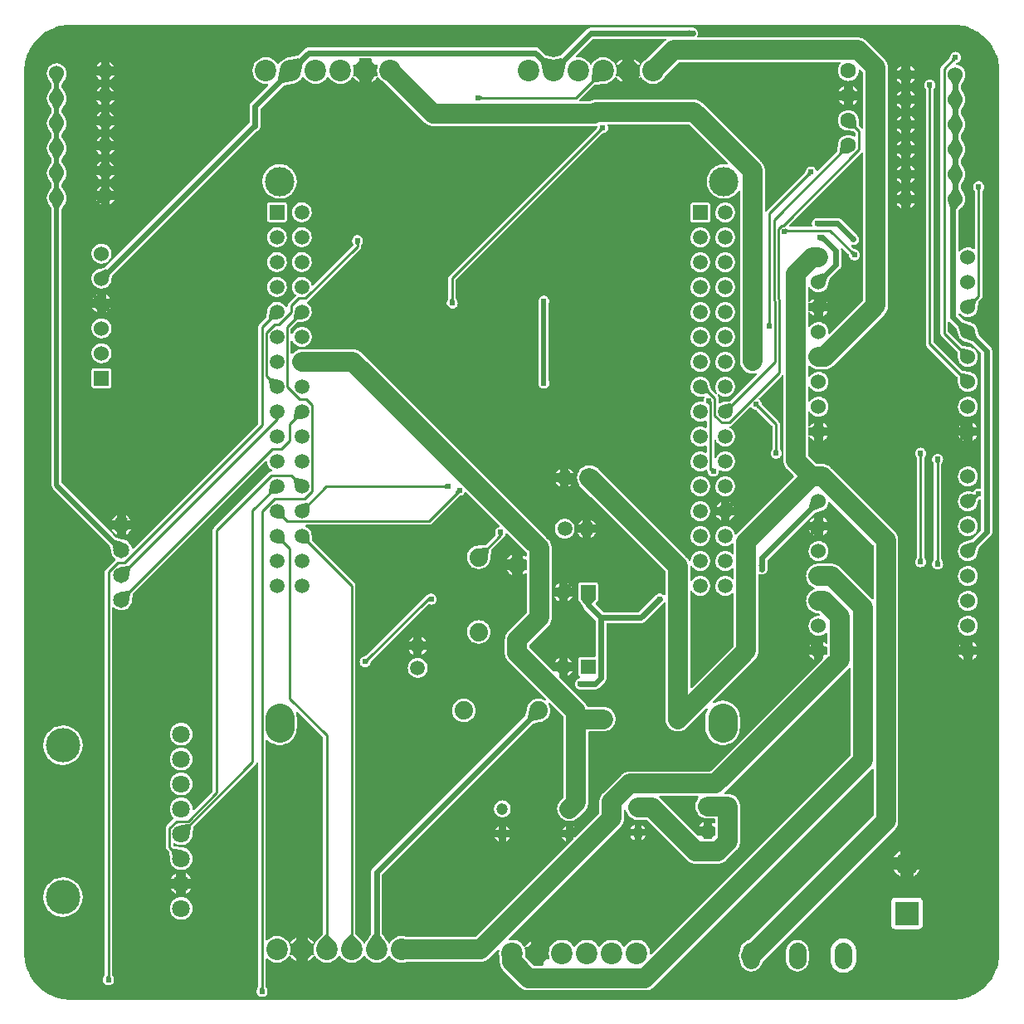
<source format=gbl>
G04 Layer: BottomLayer*
G04 EasyEDA v6.5.8, 2022-07-15 11:59:49*
G04 d1191fb9e1b14548bd0f93557d019ec9,639d141a17be428fa5966410475b8b1a,10*
G04 Gerber Generator version 0.2*
G04 Scale: 100 percent, Rotated: No, Reflected: No *
G04 Dimensions in millimeters *
G04 leading zeros omitted , absolute positions ,4 integer and 5 decimal *
%FSLAX45Y45*%
%MOMM*%

%ADD10C,2.0000*%
%ADD11C,0.2540*%
%ADD12C,0.6000*%
%ADD13C,0.5000*%
%ADD14C,1.5001*%
%ADD15R,1.5001X1.5001*%
%ADD16C,1.1938*%
%ADD17R,2.4000X2.4000*%
%ADD18C,2.4000*%
%ADD19C,1.5000*%
%ADD20R,1.5240X1.5240*%
%ADD21C,1.5240*%
%ADD22C,3.0000*%
%ADD23R,1.5000X1.5000*%
%ADD24C,2.2000*%
%ADD25C,1.6000*%
%ADD26C,1.6500*%
%ADD27C,1.8796*%
%ADD28C,1.8000*%
%ADD29C,3.5000*%
%ADD30C,0.6100*%
%ADD31C,0.0193*%

%LPD*%
G36*
X500227Y-9974072D02*
G01*
X469900Y-9973106D01*
X440283Y-9970262D01*
X410870Y-9965588D01*
X381812Y-9959086D01*
X353212Y-9950754D01*
X325170Y-9940645D01*
X297840Y-9928809D01*
X271322Y-9915245D01*
X245719Y-9900056D01*
X221081Y-9883343D01*
X197561Y-9865055D01*
X175260Y-9845344D01*
X154178Y-9824262D01*
X134518Y-9801910D01*
X116281Y-9778390D01*
X99568Y-9753752D01*
X84429Y-9728098D01*
X70916Y-9701530D01*
X59080Y-9674199D01*
X49022Y-9646158D01*
X40741Y-9617557D01*
X34290Y-9588500D01*
X29616Y-9559086D01*
X26822Y-9529419D01*
X25908Y-9499447D01*
X25908Y-500532D01*
X26873Y-469900D01*
X29718Y-440283D01*
X34391Y-410870D01*
X40894Y-381812D01*
X49225Y-353212D01*
X59334Y-325170D01*
X71170Y-297840D01*
X84734Y-271322D01*
X99923Y-245719D01*
X116636Y-221081D01*
X134924Y-197561D01*
X154635Y-175260D01*
X175717Y-154178D01*
X198069Y-134518D01*
X221589Y-116281D01*
X246227Y-99568D01*
X271881Y-84429D01*
X298450Y-70916D01*
X325780Y-59080D01*
X353822Y-49022D01*
X382422Y-40741D01*
X411480Y-34290D01*
X440893Y-29616D01*
X470560Y-26822D01*
X500532Y-25908D01*
X9499447Y-25908D01*
X9530080Y-26873D01*
X9559696Y-29718D01*
X9589109Y-34391D01*
X9618167Y-40894D01*
X9646767Y-49225D01*
X9674809Y-59334D01*
X9702139Y-71170D01*
X9728657Y-84734D01*
X9754260Y-99923D01*
X9778898Y-116636D01*
X9802418Y-134924D01*
X9824720Y-154635D01*
X9845802Y-175717D01*
X9865461Y-198069D01*
X9883698Y-221589D01*
X9900412Y-246227D01*
X9915550Y-271881D01*
X9929063Y-298450D01*
X9940899Y-325780D01*
X9950958Y-353822D01*
X9959238Y-382422D01*
X9965690Y-411480D01*
X9970363Y-440893D01*
X9973157Y-470560D01*
X9974072Y-500532D01*
X9974072Y-9499447D01*
X9973106Y-9530080D01*
X9970262Y-9559696D01*
X9965588Y-9589109D01*
X9959086Y-9618167D01*
X9950754Y-9646767D01*
X9940645Y-9674809D01*
X9928809Y-9702139D01*
X9915245Y-9728657D01*
X9900056Y-9754260D01*
X9883343Y-9778898D01*
X9865055Y-9802418D01*
X9845344Y-9824720D01*
X9824262Y-9845802D01*
X9801910Y-9865461D01*
X9778390Y-9883698D01*
X9753752Y-9900412D01*
X9728098Y-9915550D01*
X9701530Y-9929063D01*
X9674199Y-9940899D01*
X9646158Y-9950958D01*
X9617557Y-9959238D01*
X9588500Y-9965690D01*
X9559086Y-9970363D01*
X9529419Y-9973157D01*
X9499447Y-9974072D01*
G37*

%LPC*%
G36*
X2450744Y-9947097D02*
G01*
X2460548Y-9946233D01*
X2470048Y-9943693D01*
X2478938Y-9939528D01*
X2486964Y-9933940D01*
X2493924Y-9926980D01*
X2499563Y-9918903D01*
X2503728Y-9910013D01*
X2506268Y-9900513D01*
X2507132Y-9890760D01*
X2506268Y-9880955D01*
X2503728Y-9871456D01*
X2499563Y-9862566D01*
X2495854Y-9857028D01*
X2490317Y-9845446D01*
X2489352Y-9841077D01*
X2489352Y-9563862D01*
X2490114Y-9560001D01*
X2492248Y-9556750D01*
X2495499Y-9554514D01*
X2499309Y-9553702D01*
X2503170Y-9554413D01*
X2506472Y-9556496D01*
X2516174Y-9565589D01*
X2528824Y-9575038D01*
X2542489Y-9582912D01*
X2557018Y-9589211D01*
X2572156Y-9593732D01*
X2587701Y-9596475D01*
X2603500Y-9597390D01*
X2619298Y-9596475D01*
X2634843Y-9593732D01*
X2649982Y-9589211D01*
X2664510Y-9582912D01*
X2678176Y-9575038D01*
X2690825Y-9565589D01*
X2702356Y-9554768D01*
X2712516Y-9542627D01*
X2721508Y-9528962D01*
X2723794Y-9526524D01*
X2726690Y-9524898D01*
X2731008Y-9524390D01*
X2734310Y-9524898D01*
X2737205Y-9526524D01*
X2739491Y-9528962D01*
X2748483Y-9542627D01*
X2758643Y-9554768D01*
X2770174Y-9565589D01*
X2782824Y-9575038D01*
X2796133Y-9582708D01*
X2796133Y-9522866D01*
X2740050Y-9522866D01*
X2736240Y-9522104D01*
X2732989Y-9520021D01*
X2730754Y-9516821D01*
X2729890Y-9513062D01*
X2730500Y-9509201D01*
X2733700Y-9500463D01*
X2737307Y-9485122D01*
X2739136Y-9469424D01*
X2739136Y-9453575D01*
X2737307Y-9437878D01*
X2733700Y-9422536D01*
X2730500Y-9413798D01*
X2729890Y-9409938D01*
X2730754Y-9406178D01*
X2732989Y-9402978D01*
X2736240Y-9400895D01*
X2740050Y-9400133D01*
X2796133Y-9400133D01*
X2796133Y-9340291D01*
X2782824Y-9347962D01*
X2770174Y-9357410D01*
X2758643Y-9368231D01*
X2748483Y-9380372D01*
X2739491Y-9394037D01*
X2737205Y-9396476D01*
X2734310Y-9398101D01*
X2729992Y-9398609D01*
X2726690Y-9398101D01*
X2723794Y-9396476D01*
X2721508Y-9394037D01*
X2712516Y-9380372D01*
X2702356Y-9368231D01*
X2690825Y-9357410D01*
X2678176Y-9347962D01*
X2664510Y-9340088D01*
X2649982Y-9333788D01*
X2634843Y-9329267D01*
X2619298Y-9326524D01*
X2603500Y-9325610D01*
X2587701Y-9326524D01*
X2572156Y-9329267D01*
X2557018Y-9333788D01*
X2542489Y-9340088D01*
X2528824Y-9347962D01*
X2516174Y-9357410D01*
X2506472Y-9366504D01*
X2503170Y-9368586D01*
X2499309Y-9369298D01*
X2495499Y-9368485D01*
X2492248Y-9366250D01*
X2490114Y-9362998D01*
X2489352Y-9359138D01*
X2489352Y-7333691D01*
X2490165Y-7329779D01*
X2492400Y-7326477D01*
X2495753Y-7324293D01*
X2499664Y-7323531D01*
X2503576Y-7324394D01*
X2507691Y-7327595D01*
X2521254Y-7339177D01*
X2535834Y-7349388D01*
X2551430Y-7358024D01*
X2567787Y-7365034D01*
X2584805Y-7370368D01*
X2602280Y-7373975D01*
X2620010Y-7375753D01*
X2637790Y-7375753D01*
X2655519Y-7373975D01*
X2672994Y-7370368D01*
X2690012Y-7365034D01*
X2706370Y-7358024D01*
X2721965Y-7349388D01*
X2736545Y-7339177D01*
X2750108Y-7327595D01*
X2762351Y-7314692D01*
X2773273Y-7300569D01*
X2782671Y-7285481D01*
X2790545Y-7269480D01*
X2796743Y-7252766D01*
X2801213Y-7235494D01*
X2803906Y-7217918D01*
X2804820Y-7199833D01*
X2804820Y-7100366D01*
X2803906Y-7082281D01*
X2801213Y-7064705D01*
X2796489Y-7046823D01*
X2795879Y-7042962D01*
X2796743Y-7039152D01*
X2798978Y-7035952D01*
X2802280Y-7033818D01*
X2806141Y-7033107D01*
X2809951Y-7033920D01*
X2813202Y-7036104D01*
X3069894Y-7292797D01*
X3072130Y-7296099D01*
X3072892Y-7300010D01*
X3072892Y-9297822D01*
X3072231Y-9301480D01*
X3070250Y-9304629D01*
X3010103Y-9371025D01*
X3002483Y-9380372D01*
X2993491Y-9394037D01*
X2991205Y-9396476D01*
X2988310Y-9398101D01*
X2983992Y-9398609D01*
X2980690Y-9398101D01*
X2977794Y-9396476D01*
X2975508Y-9394037D01*
X2966516Y-9380372D01*
X2956356Y-9368231D01*
X2944825Y-9357410D01*
X2932176Y-9347962D01*
X2918866Y-9340291D01*
X2918866Y-9400133D01*
X2974949Y-9400133D01*
X2978759Y-9400895D01*
X2982010Y-9402978D01*
X2984246Y-9406178D01*
X2985109Y-9409938D01*
X2984500Y-9413798D01*
X2981299Y-9422536D01*
X2977692Y-9437878D01*
X2975864Y-9453575D01*
X2975864Y-9469424D01*
X2977692Y-9485122D01*
X2981299Y-9500463D01*
X2984500Y-9509201D01*
X2985109Y-9513062D01*
X2984246Y-9516821D01*
X2982010Y-9520021D01*
X2978759Y-9522104D01*
X2974949Y-9522866D01*
X2918866Y-9522866D01*
X2918866Y-9582708D01*
X2932176Y-9575038D01*
X2944825Y-9565589D01*
X2956356Y-9554768D01*
X2966516Y-9542627D01*
X2975508Y-9528962D01*
X2977794Y-9526524D01*
X2980690Y-9524898D01*
X2985008Y-9524390D01*
X2988310Y-9524898D01*
X2991205Y-9526524D01*
X2993491Y-9528962D01*
X3002483Y-9542627D01*
X3012643Y-9554768D01*
X3024174Y-9565589D01*
X3036824Y-9575038D01*
X3050489Y-9582912D01*
X3065018Y-9589211D01*
X3080156Y-9593732D01*
X3095701Y-9596475D01*
X3111500Y-9597390D01*
X3127298Y-9596475D01*
X3142843Y-9593732D01*
X3157982Y-9589211D01*
X3172510Y-9582912D01*
X3186176Y-9575038D01*
X3198825Y-9565589D01*
X3210356Y-9554768D01*
X3220516Y-9542627D01*
X3229508Y-9528962D01*
X3231794Y-9526524D01*
X3234690Y-9524898D01*
X3239008Y-9524390D01*
X3242310Y-9524898D01*
X3245205Y-9526524D01*
X3247491Y-9528962D01*
X3256483Y-9542627D01*
X3266643Y-9554768D01*
X3278174Y-9565589D01*
X3290824Y-9575038D01*
X3304489Y-9582912D01*
X3319018Y-9589211D01*
X3334156Y-9593732D01*
X3349701Y-9596475D01*
X3365500Y-9597390D01*
X3381298Y-9596475D01*
X3396843Y-9593732D01*
X3411982Y-9589211D01*
X3426510Y-9582912D01*
X3440176Y-9575038D01*
X3452825Y-9565589D01*
X3464356Y-9554768D01*
X3474516Y-9542627D01*
X3483508Y-9528962D01*
X3485794Y-9526524D01*
X3488690Y-9524898D01*
X3493008Y-9524390D01*
X3496310Y-9524898D01*
X3499205Y-9526524D01*
X3501491Y-9528962D01*
X3510483Y-9542627D01*
X3520643Y-9554768D01*
X3532174Y-9565589D01*
X3544824Y-9575038D01*
X3558489Y-9582912D01*
X3573018Y-9589211D01*
X3588156Y-9593732D01*
X3603701Y-9596475D01*
X3619500Y-9597390D01*
X3635298Y-9596475D01*
X3650843Y-9593732D01*
X3665982Y-9589211D01*
X3680510Y-9582912D01*
X3694176Y-9575038D01*
X3706825Y-9565589D01*
X3718356Y-9554768D01*
X3728516Y-9542627D01*
X3737508Y-9528962D01*
X3739794Y-9526524D01*
X3742690Y-9524898D01*
X3747008Y-9524390D01*
X3750310Y-9524898D01*
X3753205Y-9526524D01*
X3755491Y-9528962D01*
X3764483Y-9542627D01*
X3774643Y-9554768D01*
X3786174Y-9565589D01*
X3798824Y-9575038D01*
X3812489Y-9582912D01*
X3827018Y-9589211D01*
X3842156Y-9593732D01*
X3857701Y-9596475D01*
X3873500Y-9597390D01*
X3889298Y-9596475D01*
X3904843Y-9593732D01*
X3919982Y-9589211D01*
X3922217Y-9588246D01*
X3926230Y-9587433D01*
X4678629Y-9587433D01*
X4686401Y-9587179D01*
X4693970Y-9586468D01*
X4701489Y-9585350D01*
X4708906Y-9583724D01*
X4716221Y-9581692D01*
X4723434Y-9579203D01*
X4730445Y-9576308D01*
X4737303Y-9573006D01*
X4743907Y-9569246D01*
X4750308Y-9565132D01*
X4756404Y-9560610D01*
X4762246Y-9555734D01*
X4767935Y-9550400D01*
X4853228Y-9465106D01*
X4856886Y-9462770D01*
X4861204Y-9462160D01*
X4865370Y-9463430D01*
X4868621Y-9466326D01*
X4870348Y-9470288D01*
X4870297Y-9474657D01*
X4869992Y-9475978D01*
X4868164Y-9491675D01*
X4868164Y-9507524D01*
X4869992Y-9523222D01*
X4873599Y-9538563D01*
X4877257Y-9548622D01*
X4877917Y-9552127D01*
X4877917Y-9587941D01*
X4878120Y-9595713D01*
X4878832Y-9603282D01*
X4879949Y-9610801D01*
X4881575Y-9618218D01*
X4883607Y-9625533D01*
X4886096Y-9632746D01*
X4888992Y-9639757D01*
X4892294Y-9646615D01*
X4896053Y-9653219D01*
X4900168Y-9659620D01*
X4904689Y-9665716D01*
X4909566Y-9671558D01*
X4914900Y-9677247D01*
X5080508Y-9842855D01*
X5086146Y-9848189D01*
X5091988Y-9853015D01*
X5098135Y-9857536D01*
X5104485Y-9861651D01*
X5111140Y-9865410D01*
X5117947Y-9868763D01*
X5125008Y-9871659D01*
X5132171Y-9874148D01*
X5139486Y-9876180D01*
X5146954Y-9877755D01*
X5154472Y-9878923D01*
X5162042Y-9879584D01*
X5169814Y-9879838D01*
X6359194Y-9879838D01*
X6366967Y-9879584D01*
X6374536Y-9878923D01*
X6382054Y-9877755D01*
X6389522Y-9876180D01*
X6396837Y-9874148D01*
X6404000Y-9871659D01*
X6411061Y-9868763D01*
X6417868Y-9865410D01*
X6424523Y-9861651D01*
X6430873Y-9857536D01*
X6437020Y-9853015D01*
X6442862Y-9848189D01*
X6448501Y-9842855D01*
X8668461Y-7622895D01*
X8672372Y-7618730D01*
X8675624Y-7616444D01*
X8679535Y-7615580D01*
X8683498Y-7616291D01*
X8686850Y-7618475D01*
X8689136Y-7621778D01*
X8689949Y-7625740D01*
X8689949Y-8094776D01*
X8689136Y-8098637D01*
X8686952Y-8101939D01*
X7425791Y-9363354D01*
X7423658Y-9364980D01*
X7421118Y-9365996D01*
X7406284Y-9369806D01*
X7392771Y-9375140D01*
X7380020Y-9382150D01*
X7368235Y-9390684D01*
X7357618Y-9400692D01*
X7348321Y-9411868D01*
X7340549Y-9424162D01*
X7334351Y-9437319D01*
X7329830Y-9451187D01*
X7327138Y-9465462D01*
X7326579Y-9474250D01*
X7325918Y-9477197D01*
X7322007Y-9487560D01*
X7318349Y-9502343D01*
X7316520Y-9517430D01*
X7316520Y-9532620D01*
X7318400Y-9547707D01*
X7322007Y-9562439D01*
X7325918Y-9572802D01*
X7326579Y-9575749D01*
X7327138Y-9584537D01*
X7329830Y-9598812D01*
X7334351Y-9612680D01*
X7340549Y-9625838D01*
X7348321Y-9638131D01*
X7357618Y-9649307D01*
X7368235Y-9659315D01*
X7380020Y-9667849D01*
X7392771Y-9674860D01*
X7406284Y-9680194D01*
X7420406Y-9683851D01*
X7434834Y-9685680D01*
X7449362Y-9685680D01*
X7463840Y-9683851D01*
X7477912Y-9680194D01*
X7491425Y-9674860D01*
X7504175Y-9667849D01*
X7515961Y-9659315D01*
X7526578Y-9649307D01*
X7535875Y-9638131D01*
X7543647Y-9625838D01*
X7549845Y-9612680D01*
X7554366Y-9598812D01*
X7555636Y-9592106D01*
X7556652Y-9589262D01*
X7558430Y-9586823D01*
X8904782Y-8240268D01*
X8910066Y-8234578D01*
X8914942Y-8228736D01*
X8919464Y-8222640D01*
X8923578Y-8216239D01*
X8927338Y-8209635D01*
X8930640Y-8202777D01*
X8933535Y-8195767D01*
X8936024Y-8188553D01*
X8938056Y-8181238D01*
X8939682Y-8173821D01*
X8940800Y-8166303D01*
X8941511Y-8158683D01*
X8941765Y-8150961D01*
X8941765Y-5285384D01*
X8941511Y-5277612D01*
X8940800Y-5270042D01*
X8939682Y-5262524D01*
X8938056Y-5255107D01*
X8936024Y-5247792D01*
X8933535Y-5240578D01*
X8930640Y-5233568D01*
X8927338Y-5226710D01*
X8923578Y-5220106D01*
X8919464Y-5213705D01*
X8914942Y-5207609D01*
X8910066Y-5201767D01*
X8904732Y-5196078D01*
X8255253Y-4546600D01*
X8249564Y-4541266D01*
X8243722Y-4536389D01*
X8237626Y-4531868D01*
X8231225Y-4527753D01*
X8224621Y-4523994D01*
X8217763Y-4520692D01*
X8210753Y-4517796D01*
X8203539Y-4515307D01*
X8196224Y-4513275D01*
X8188807Y-4511649D01*
X8181289Y-4510532D01*
X8173720Y-4509820D01*
X8165947Y-4509617D01*
X8116366Y-4509617D01*
X8112455Y-4508804D01*
X8109203Y-4506620D01*
X8026857Y-4424273D01*
X8024622Y-4420971D01*
X8023859Y-4417110D01*
X8023859Y-4239412D01*
X8024825Y-4235145D01*
X8027466Y-4231690D01*
X8031327Y-4229658D01*
X8035696Y-4229404D01*
X8039760Y-4231081D01*
X8042757Y-4234281D01*
X8043824Y-4236059D01*
X8052308Y-4246778D01*
X8062112Y-4256278D01*
X8073085Y-4264355D01*
X8083550Y-4270095D01*
X8083550Y-4222750D01*
X8034020Y-4222750D01*
X8030108Y-4221988D01*
X8026857Y-4219752D01*
X8024622Y-4216501D01*
X8023859Y-4212590D01*
X8023859Y-4144010D01*
X8024622Y-4140098D01*
X8026857Y-4136847D01*
X8030108Y-4134612D01*
X8034020Y-4133850D01*
X8083550Y-4133850D01*
X8083550Y-4086504D01*
X8073085Y-4092244D01*
X8062112Y-4100322D01*
X8052308Y-4109821D01*
X8043824Y-4120540D01*
X8042757Y-4122318D01*
X8039760Y-4125518D01*
X8035696Y-4127195D01*
X8031327Y-4126941D01*
X8027466Y-4124909D01*
X8024825Y-4121454D01*
X8023859Y-4117187D01*
X8023859Y-3985412D01*
X8024825Y-3981145D01*
X8027466Y-3977690D01*
X8031327Y-3975658D01*
X8035696Y-3975404D01*
X8039760Y-3977081D01*
X8042757Y-3980281D01*
X8043824Y-3982059D01*
X8052308Y-3992778D01*
X8062112Y-4002278D01*
X8073085Y-4010355D01*
X8085023Y-4016908D01*
X8097774Y-4021785D01*
X8111032Y-4024985D01*
X8124596Y-4026306D01*
X8138210Y-4025849D01*
X8151672Y-4023614D01*
X8164677Y-4019550D01*
X8177072Y-4013809D01*
X8188553Y-4006494D01*
X8198967Y-3997706D01*
X8208111Y-3987546D01*
X8215833Y-3976319D01*
X8221980Y-3964178D01*
X8226450Y-3951274D01*
X8229193Y-3937914D01*
X8230108Y-3924300D01*
X8229193Y-3910685D01*
X8226450Y-3897325D01*
X8221980Y-3884422D01*
X8215833Y-3872280D01*
X8208111Y-3861054D01*
X8198967Y-3850894D01*
X8188553Y-3842105D01*
X8177072Y-3834790D01*
X8164677Y-3829050D01*
X8151672Y-3824986D01*
X8138210Y-3822750D01*
X8124596Y-3822293D01*
X8111032Y-3823614D01*
X8097774Y-3826814D01*
X8085023Y-3831691D01*
X8073085Y-3838244D01*
X8062112Y-3846322D01*
X8052308Y-3855821D01*
X8043824Y-3866540D01*
X8042757Y-3868318D01*
X8039760Y-3871518D01*
X8035696Y-3873195D01*
X8031327Y-3872941D01*
X8027466Y-3870909D01*
X8024825Y-3867454D01*
X8023859Y-3863187D01*
X8023859Y-3731412D01*
X8024825Y-3727145D01*
X8027466Y-3723690D01*
X8031327Y-3721658D01*
X8035696Y-3721404D01*
X8039760Y-3723081D01*
X8042757Y-3726281D01*
X8043824Y-3728059D01*
X8052308Y-3738778D01*
X8062112Y-3748278D01*
X8073085Y-3756355D01*
X8085023Y-3762908D01*
X8097774Y-3767785D01*
X8111032Y-3770985D01*
X8124596Y-3772306D01*
X8138210Y-3771849D01*
X8151672Y-3769614D01*
X8164677Y-3765550D01*
X8177072Y-3759809D01*
X8188553Y-3752494D01*
X8198967Y-3743706D01*
X8208111Y-3733546D01*
X8215833Y-3722319D01*
X8221980Y-3710178D01*
X8226450Y-3697274D01*
X8229193Y-3683914D01*
X8230108Y-3670300D01*
X8229193Y-3656685D01*
X8226450Y-3643325D01*
X8221980Y-3630422D01*
X8215833Y-3618280D01*
X8208111Y-3607054D01*
X8198967Y-3596894D01*
X8188553Y-3588105D01*
X8177072Y-3580790D01*
X8164677Y-3575050D01*
X8151672Y-3570986D01*
X8138210Y-3568750D01*
X8124596Y-3568293D01*
X8111032Y-3569614D01*
X8097774Y-3572814D01*
X8085023Y-3577691D01*
X8073085Y-3584244D01*
X8062112Y-3592322D01*
X8052308Y-3601821D01*
X8043824Y-3612540D01*
X8042757Y-3614318D01*
X8039760Y-3617518D01*
X8035696Y-3619195D01*
X8031327Y-3618941D01*
X8027466Y-3616909D01*
X8024825Y-3613454D01*
X8023859Y-3609187D01*
X8023859Y-3514394D01*
X8024622Y-3510534D01*
X8026857Y-3507232D01*
X8030108Y-3504996D01*
X8034020Y-3504234D01*
X8037931Y-3504996D01*
X8041182Y-3507232D01*
X8044535Y-3510534D01*
X8056473Y-3519881D01*
X8069478Y-3527755D01*
X8083346Y-3534003D01*
X8097875Y-3538524D01*
X8112810Y-3541268D01*
X8128304Y-3542233D01*
X8188604Y-3542233D01*
X8196376Y-3541979D01*
X8203946Y-3541268D01*
X8211464Y-3540150D01*
X8218931Y-3538524D01*
X8226247Y-3536492D01*
X8233409Y-3534003D01*
X8240471Y-3531108D01*
X8247278Y-3527806D01*
X8253933Y-3524046D01*
X8260283Y-3519932D01*
X8266430Y-3515410D01*
X8272272Y-3510534D01*
X8277910Y-3505200D01*
X8800388Y-2982772D01*
X8805722Y-2977083D01*
X8810548Y-2971241D01*
X8815070Y-2965145D01*
X8819184Y-2958744D01*
X8822944Y-2952140D01*
X8826296Y-2945282D01*
X8829192Y-2938272D01*
X8831681Y-2931058D01*
X8833713Y-2923743D01*
X8835288Y-2916326D01*
X8836456Y-2908808D01*
X8837117Y-2901238D01*
X8837371Y-2893466D01*
X8837371Y-465074D01*
X8837117Y-457301D01*
X8836456Y-449732D01*
X8835288Y-442214D01*
X8833713Y-434797D01*
X8831681Y-427482D01*
X8829192Y-420268D01*
X8826296Y-413258D01*
X8822944Y-406400D01*
X8819184Y-399796D01*
X8815070Y-393395D01*
X8810548Y-387299D01*
X8805722Y-381457D01*
X8800388Y-375767D01*
X8618169Y-193548D01*
X8612479Y-188214D01*
X8606637Y-183388D01*
X8600541Y-178866D01*
X8594140Y-174752D01*
X8587536Y-170992D01*
X8580678Y-167640D01*
X8573668Y-164744D01*
X8566454Y-162255D01*
X8559139Y-160223D01*
X8551722Y-158648D01*
X8544204Y-157480D01*
X8536635Y-156819D01*
X8528862Y-156565D01*
X6901180Y-156565D01*
X6897217Y-155752D01*
X6893864Y-153466D01*
X6891680Y-150063D01*
X6891020Y-146050D01*
X6891985Y-142087D01*
X6896252Y-132943D01*
X6898792Y-123444D01*
X6899656Y-113690D01*
X6898792Y-103885D01*
X6896252Y-94386D01*
X6892086Y-85496D01*
X6886448Y-77419D01*
X6879488Y-70459D01*
X6871462Y-64871D01*
X6862572Y-60706D01*
X6853072Y-58166D01*
X6843268Y-57302D01*
X6837527Y-57759D01*
X5804763Y-57759D01*
X5799683Y-57962D01*
X5794806Y-58623D01*
X5790082Y-59690D01*
X5785408Y-61163D01*
X5780887Y-62991D01*
X5776569Y-65278D01*
X5772454Y-67868D01*
X5768594Y-70866D01*
X5764834Y-74269D01*
X5497118Y-341985D01*
X5494680Y-343814D01*
X5491835Y-344779D01*
X5424779Y-357479D01*
X5421020Y-357479D01*
X5353964Y-344779D01*
X5351119Y-343814D01*
X5348681Y-341985D01*
X5279948Y-273304D01*
X5276189Y-269849D01*
X5272328Y-266903D01*
X5268214Y-264261D01*
X5263896Y-262026D01*
X5259374Y-260146D01*
X5254752Y-258673D01*
X5249976Y-257606D01*
X5245150Y-256997D01*
X5240070Y-256743D01*
X2926029Y-256743D01*
X2920949Y-256997D01*
X2916123Y-257606D01*
X2911348Y-258673D01*
X2906725Y-260146D01*
X2902204Y-262026D01*
X2897886Y-264261D01*
X2893771Y-266903D01*
X2889910Y-269849D01*
X2886151Y-273304D01*
X2817418Y-341985D01*
X2814980Y-343814D01*
X2812135Y-344779D01*
X2731922Y-359968D01*
X2727401Y-360324D01*
X2711856Y-363067D01*
X2696718Y-367588D01*
X2682189Y-373888D01*
X2668524Y-381762D01*
X2655874Y-391210D01*
X2644343Y-402031D01*
X2634183Y-414172D01*
X2625191Y-427837D01*
X2622905Y-430276D01*
X2620010Y-431901D01*
X2615692Y-432409D01*
X2612390Y-431901D01*
X2609494Y-430276D01*
X2607208Y-427837D01*
X2598216Y-414172D01*
X2588056Y-402031D01*
X2576525Y-391210D01*
X2563876Y-381762D01*
X2550210Y-373888D01*
X2535682Y-367588D01*
X2520543Y-363067D01*
X2504998Y-360324D01*
X2489200Y-359410D01*
X2473401Y-360324D01*
X2457856Y-363067D01*
X2442718Y-367588D01*
X2428189Y-373888D01*
X2414524Y-381762D01*
X2401874Y-391210D01*
X2390343Y-402031D01*
X2380183Y-414172D01*
X2371496Y-427329D01*
X2364435Y-441451D01*
X2358999Y-456336D01*
X2355392Y-471678D01*
X2353564Y-487375D01*
X2353564Y-503224D01*
X2355392Y-518922D01*
X2358999Y-534263D01*
X2364435Y-549148D01*
X2371496Y-563270D01*
X2380183Y-576427D01*
X2390343Y-588568D01*
X2401874Y-599389D01*
X2414524Y-608838D01*
X2428189Y-616712D01*
X2442718Y-623011D01*
X2457856Y-627532D01*
X2473401Y-630275D01*
X2489200Y-631190D01*
X2503982Y-630326D01*
X2508046Y-630885D01*
X2511501Y-633018D01*
X2513888Y-636320D01*
X2514752Y-640283D01*
X2514041Y-644245D01*
X2511755Y-647649D01*
X2338578Y-820826D01*
X2335174Y-824585D01*
X2332177Y-828446D01*
X2329586Y-832561D01*
X2327300Y-836879D01*
X2325471Y-841400D01*
X2323998Y-846074D01*
X2322931Y-850798D01*
X2322271Y-855675D01*
X2322068Y-860755D01*
X2322068Y-1023670D01*
X2321306Y-1027531D01*
X2319070Y-1030833D01*
X852728Y-2497175D01*
X850849Y-2498648D01*
X848715Y-2499664D01*
X802132Y-2514701D01*
X789127Y-2516886D01*
X776122Y-2520950D01*
X763727Y-2526690D01*
X752246Y-2534005D01*
X741832Y-2542794D01*
X732688Y-2552954D01*
X724966Y-2564180D01*
X718820Y-2576322D01*
X714349Y-2589225D01*
X711606Y-2602585D01*
X710692Y-2616200D01*
X711606Y-2629814D01*
X714349Y-2643174D01*
X718820Y-2656078D01*
X724966Y-2668219D01*
X732688Y-2679446D01*
X741832Y-2689606D01*
X752246Y-2698394D01*
X763727Y-2705709D01*
X776122Y-2711450D01*
X789127Y-2715514D01*
X802589Y-2717749D01*
X816203Y-2718206D01*
X829767Y-2716885D01*
X843026Y-2713685D01*
X855776Y-2708808D01*
X867714Y-2702255D01*
X878687Y-2694178D01*
X888492Y-2684678D01*
X896975Y-2673959D01*
X903935Y-2662224D01*
X909218Y-2649677D01*
X912825Y-2636520D01*
X913993Y-2627985D01*
X914400Y-2626207D01*
X929335Y-2580284D01*
X930351Y-2578150D01*
X931824Y-2576271D01*
X2390546Y-1117498D01*
X2392680Y-1115872D01*
X2397099Y-1114348D01*
X2405888Y-1110234D01*
X2413863Y-1104646D01*
X2420772Y-1097737D01*
X2426360Y-1089761D01*
X2430475Y-1080973D01*
X2433015Y-1071524D01*
X2433878Y-1061415D01*
X2433878Y-887882D01*
X2434640Y-884021D01*
X2436876Y-880719D01*
X2668981Y-648614D01*
X2671419Y-646785D01*
X2674264Y-645820D01*
X2754477Y-630631D01*
X2758998Y-630275D01*
X2774543Y-627532D01*
X2789682Y-623011D01*
X2804210Y-616712D01*
X2817876Y-608838D01*
X2830525Y-599389D01*
X2842056Y-588568D01*
X2852216Y-576427D01*
X2861208Y-562762D01*
X2863494Y-560324D01*
X2866390Y-558698D01*
X2870708Y-558190D01*
X2874010Y-558698D01*
X2876905Y-560324D01*
X2879191Y-562762D01*
X2888183Y-576427D01*
X2898343Y-588568D01*
X2909874Y-599389D01*
X2922524Y-608838D01*
X2936189Y-616712D01*
X2950718Y-623011D01*
X2965856Y-627532D01*
X2981401Y-630275D01*
X2997200Y-631190D01*
X3012998Y-630275D01*
X3028543Y-627532D01*
X3043682Y-623011D01*
X3058210Y-616712D01*
X3071876Y-608838D01*
X3084525Y-599389D01*
X3096056Y-588568D01*
X3106216Y-576427D01*
X3115208Y-562762D01*
X3117494Y-560324D01*
X3120390Y-558698D01*
X3124708Y-558190D01*
X3128010Y-558698D01*
X3130905Y-560324D01*
X3133191Y-562762D01*
X3142183Y-576427D01*
X3152343Y-588568D01*
X3163874Y-599389D01*
X3176524Y-608838D01*
X3190189Y-616712D01*
X3204718Y-623011D01*
X3219856Y-627532D01*
X3235401Y-630275D01*
X3251200Y-631190D01*
X3266998Y-630275D01*
X3282543Y-627532D01*
X3297682Y-623011D01*
X3312210Y-616712D01*
X3325876Y-608838D01*
X3338525Y-599389D01*
X3350056Y-588568D01*
X3360216Y-576427D01*
X3369208Y-562762D01*
X3371494Y-560324D01*
X3374390Y-558698D01*
X3378708Y-558190D01*
X3382010Y-558698D01*
X3384905Y-560324D01*
X3387191Y-562762D01*
X3396183Y-576427D01*
X3406343Y-588568D01*
X3417874Y-599389D01*
X3430524Y-608838D01*
X3443833Y-616508D01*
X3443833Y-556666D01*
X3387750Y-556666D01*
X3383940Y-555904D01*
X3380689Y-553821D01*
X3378454Y-550621D01*
X3377590Y-546862D01*
X3378200Y-543001D01*
X3381400Y-534263D01*
X3385007Y-518922D01*
X3386836Y-503224D01*
X3386836Y-487375D01*
X3385007Y-471678D01*
X3381400Y-456336D01*
X3378200Y-447598D01*
X3377590Y-443738D01*
X3378454Y-439978D01*
X3380689Y-436778D01*
X3383940Y-434695D01*
X3387750Y-433933D01*
X3443833Y-433933D01*
X3443833Y-378764D01*
X3444646Y-374853D01*
X3446830Y-371551D01*
X3450132Y-369366D01*
X3453993Y-368604D01*
X3556406Y-368604D01*
X3560267Y-369366D01*
X3563569Y-371551D01*
X3565753Y-374853D01*
X3566566Y-378764D01*
X3566566Y-433933D01*
X3622649Y-433933D01*
X3626459Y-434695D01*
X3629710Y-436778D01*
X3631946Y-439978D01*
X3632809Y-443738D01*
X3632200Y-447598D01*
X3628999Y-456336D01*
X3625392Y-471678D01*
X3623564Y-487375D01*
X3623564Y-503224D01*
X3625392Y-518922D01*
X3628999Y-534263D01*
X3632200Y-543001D01*
X3632809Y-546862D01*
X3631946Y-550621D01*
X3629710Y-553821D01*
X3626459Y-555904D01*
X3622649Y-556666D01*
X3566566Y-556666D01*
X3566566Y-616508D01*
X3579876Y-608838D01*
X3592525Y-599389D01*
X3604056Y-588568D01*
X3614216Y-576427D01*
X3623208Y-562762D01*
X3625494Y-560324D01*
X3628390Y-558698D01*
X3632708Y-558190D01*
X3636010Y-558698D01*
X3638905Y-560324D01*
X3641191Y-562762D01*
X3650183Y-576427D01*
X3660343Y-588568D01*
X3671874Y-599389D01*
X3684524Y-608838D01*
X3698189Y-616712D01*
X3704082Y-619252D01*
X3707282Y-621436D01*
X4107687Y-1021842D01*
X4113377Y-1027176D01*
X4119219Y-1032052D01*
X4125315Y-1036574D01*
X4131716Y-1040688D01*
X4138320Y-1044448D01*
X4145178Y-1047750D01*
X4152188Y-1050645D01*
X4159402Y-1053134D01*
X4166717Y-1055166D01*
X4174134Y-1056792D01*
X4181652Y-1057910D01*
X4189222Y-1058621D01*
X4196994Y-1058875D01*
X5843117Y-1058875D01*
X5851855Y-1058570D01*
X5859272Y-1057808D01*
X5863285Y-1058214D01*
X5866841Y-1060196D01*
X5869330Y-1063396D01*
X5870397Y-1067308D01*
X5869838Y-1071321D01*
X5866536Y-1080617D01*
X5864148Y-1084427D01*
X4363974Y-2584602D01*
X4358843Y-2590850D01*
X4355287Y-2597505D01*
X4353102Y-2604719D01*
X4352290Y-2612745D01*
X4352290Y-2818282D01*
X4351324Y-2822651D01*
X4345787Y-2834233D01*
X4342079Y-2839770D01*
X4337913Y-2848660D01*
X4335373Y-2858160D01*
X4334510Y-2867964D01*
X4335373Y-2877718D01*
X4337913Y-2887218D01*
X4342079Y-2896108D01*
X4347718Y-2904185D01*
X4354677Y-2911144D01*
X4362704Y-2916732D01*
X4371594Y-2920898D01*
X4381093Y-2923438D01*
X4390898Y-2924302D01*
X4400702Y-2923438D01*
X4410202Y-2920898D01*
X4419092Y-2916732D01*
X4427118Y-2911144D01*
X4434078Y-2904185D01*
X4439716Y-2896108D01*
X4443882Y-2887218D01*
X4446422Y-2877718D01*
X4447286Y-2867964D01*
X4446422Y-2858160D01*
X4443882Y-2848660D01*
X4439716Y-2839770D01*
X4436059Y-2834284D01*
X4430471Y-2822600D01*
X4429506Y-2818231D01*
X4429506Y-2632456D01*
X4430268Y-2628595D01*
X4432503Y-2625293D01*
X5918758Y-1138986D01*
X5922518Y-1136599D01*
X5933744Y-1132636D01*
X5945886Y-1129538D01*
X5954776Y-1125372D01*
X5962802Y-1119784D01*
X5969762Y-1112824D01*
X5975400Y-1104747D01*
X5979566Y-1095857D01*
X5982106Y-1086358D01*
X5982970Y-1076604D01*
X5982106Y-1066800D01*
X5978144Y-1052322D01*
X5978804Y-1048359D01*
X5980988Y-1044956D01*
X5984341Y-1042619D01*
X5988304Y-1041857D01*
X6801408Y-1041857D01*
X6805269Y-1042619D01*
X6808571Y-1044803D01*
X7198461Y-1434693D01*
X7200747Y-1438249D01*
X7201408Y-1442415D01*
X7200341Y-1446479D01*
X7197648Y-1449781D01*
X7193940Y-1451660D01*
X7189724Y-1451914D01*
X7181545Y-1450644D01*
X7163460Y-1449730D01*
X7145324Y-1450644D01*
X7127443Y-1453438D01*
X7109968Y-1458061D01*
X7093000Y-1464411D01*
X7076795Y-1472539D01*
X7061504Y-1482242D01*
X7047331Y-1493469D01*
X7034326Y-1506118D01*
X7022744Y-1520037D01*
X7012635Y-1535074D01*
X7004151Y-1551025D01*
X6997293Y-1567789D01*
X6992264Y-1585214D01*
X6989013Y-1602994D01*
X6987590Y-1621078D01*
X6988048Y-1639163D01*
X6990384Y-1657146D01*
X6994550Y-1674774D01*
X7000494Y-1691843D01*
X7008164Y-1708251D01*
X7017512Y-1723796D01*
X7028383Y-1738274D01*
X7040676Y-1751584D01*
X7054291Y-1763522D01*
X7069023Y-1774037D01*
X7084771Y-1782927D01*
X7101382Y-1790192D01*
X7118654Y-1795678D01*
X7136384Y-1799386D01*
X7154367Y-1801266D01*
X7172502Y-1801266D01*
X7190486Y-1799386D01*
X7208215Y-1795678D01*
X7225487Y-1790192D01*
X7242098Y-1782927D01*
X7257846Y-1774037D01*
X7272578Y-1763522D01*
X7286193Y-1751584D01*
X7298486Y-1738274D01*
X7309612Y-1723389D01*
X7312609Y-1720189D01*
X7316673Y-1718614D01*
X7321042Y-1718818D01*
X7324902Y-1720850D01*
X7327544Y-1724355D01*
X7328509Y-1728622D01*
X7328509Y-3460699D01*
X7329424Y-3476193D01*
X7332167Y-3491128D01*
X7336688Y-3505657D01*
X7342936Y-3519525D01*
X7350810Y-3532530D01*
X7360158Y-3544468D01*
X7370927Y-3555237D01*
X7382865Y-3564585D01*
X7395870Y-3572459D01*
X7409738Y-3578707D01*
X7424267Y-3583228D01*
X7439202Y-3585972D01*
X7454392Y-3586886D01*
X7469581Y-3585972D01*
X7484516Y-3583228D01*
X7487107Y-3582415D01*
X7491577Y-3582060D01*
X7495743Y-3583635D01*
X7498842Y-3586886D01*
X7500264Y-3591102D01*
X7499705Y-3595522D01*
X7497318Y-3599332D01*
X7230262Y-3866387D01*
X7227366Y-3868420D01*
X7224014Y-3869334D01*
X7169251Y-3874414D01*
X7156043Y-3876243D01*
X7143038Y-3879799D01*
X7130643Y-3885082D01*
X7123582Y-3889248D01*
X7119569Y-3890568D01*
X7115302Y-3890162D01*
X7111644Y-3888079D01*
X7109104Y-3884625D01*
X7108240Y-3880510D01*
X7108240Y-3839210D01*
X7107428Y-3831183D01*
X7105243Y-3823970D01*
X7101687Y-3817315D01*
X7099706Y-3814876D01*
X7097826Y-3811270D01*
X7097471Y-3807155D01*
X7098842Y-3803243D01*
X7101636Y-3800195D01*
X7105396Y-3798519D01*
X7109510Y-3798468D01*
X7113320Y-3800094D01*
X7124700Y-3807917D01*
X7136739Y-3813962D01*
X7149490Y-3818382D01*
X7162698Y-3821074D01*
X7176160Y-3821988D01*
X7189571Y-3821074D01*
X7202779Y-3818382D01*
X7215530Y-3813962D01*
X7227570Y-3807917D01*
X7238644Y-3800297D01*
X7248652Y-3791254D01*
X7257338Y-3780942D01*
X7264603Y-3769563D01*
X7270292Y-3757371D01*
X7274255Y-3744468D01*
X7276490Y-3731209D01*
X7276947Y-3717747D01*
X7275626Y-3704336D01*
X7272477Y-3691229D01*
X7267651Y-3678631D01*
X7261148Y-3666794D01*
X7253173Y-3655974D01*
X7243825Y-3646271D01*
X7233208Y-3637940D01*
X7221626Y-3631082D01*
X7209231Y-3625799D01*
X7196226Y-3622243D01*
X7182866Y-3620465D01*
X7169403Y-3620465D01*
X7156043Y-3622243D01*
X7143038Y-3625799D01*
X7130643Y-3631082D01*
X7119061Y-3637940D01*
X7108444Y-3646271D01*
X7099096Y-3655974D01*
X7091121Y-3666794D01*
X7084618Y-3678631D01*
X7079792Y-3691229D01*
X7076643Y-3704336D01*
X7075322Y-3717747D01*
X7075779Y-3731209D01*
X7078014Y-3744468D01*
X7081977Y-3757371D01*
X7087666Y-3769563D01*
X7095032Y-3781145D01*
X7096506Y-3785057D01*
X7096252Y-3789273D01*
X7094321Y-3793032D01*
X7091070Y-3795674D01*
X7086955Y-3796741D01*
X7082840Y-3796080D01*
X7079284Y-3793794D01*
X7039356Y-3753865D01*
X7037882Y-3751935D01*
X7036866Y-3749700D01*
X7018578Y-3691432D01*
X7013651Y-3678631D01*
X7007148Y-3666794D01*
X6999173Y-3655974D01*
X6989825Y-3646271D01*
X6979208Y-3637940D01*
X6967626Y-3631082D01*
X6955231Y-3625799D01*
X6942226Y-3622243D01*
X6928866Y-3620465D01*
X6915403Y-3620465D01*
X6902043Y-3622243D01*
X6889038Y-3625799D01*
X6876643Y-3631082D01*
X6865061Y-3637940D01*
X6854444Y-3646271D01*
X6845096Y-3655974D01*
X6837121Y-3666794D01*
X6830618Y-3678631D01*
X6825792Y-3691229D01*
X6822643Y-3704336D01*
X6821322Y-3717747D01*
X6821779Y-3731209D01*
X6824014Y-3744468D01*
X6827977Y-3757371D01*
X6833666Y-3769563D01*
X6840931Y-3780942D01*
X6849618Y-3791254D01*
X6859625Y-3800297D01*
X6870700Y-3807917D01*
X6882739Y-3813962D01*
X6895490Y-3818382D01*
X6908698Y-3821074D01*
X6922109Y-3821988D01*
X6936231Y-3821023D01*
X6952589Y-3819194D01*
X6956856Y-3819601D01*
X6960565Y-3821734D01*
X6963054Y-3825240D01*
X6963867Y-3829456D01*
X6962902Y-3833622D01*
X6958075Y-3843782D01*
X6955536Y-3853230D01*
X6954672Y-3863035D01*
X6954926Y-3865524D01*
X6954570Y-3869131D01*
X6952996Y-3872382D01*
X6950354Y-3874922D01*
X6947001Y-3876294D01*
X6943394Y-3876446D01*
X6928866Y-3874465D01*
X6915403Y-3874465D01*
X6902043Y-3876243D01*
X6889038Y-3879799D01*
X6876643Y-3885082D01*
X6865061Y-3891940D01*
X6854444Y-3900271D01*
X6845096Y-3909974D01*
X6837121Y-3920794D01*
X6830618Y-3932631D01*
X6825792Y-3945229D01*
X6822643Y-3958336D01*
X6821322Y-3971747D01*
X6821779Y-3985209D01*
X6824014Y-3998468D01*
X6827977Y-4011371D01*
X6833666Y-4023563D01*
X6840931Y-4034942D01*
X6849618Y-4045254D01*
X6859625Y-4054297D01*
X6870700Y-4061917D01*
X6882739Y-4067962D01*
X6895490Y-4072382D01*
X6908698Y-4075074D01*
X6922160Y-4075988D01*
X6935571Y-4075074D01*
X6948779Y-4072382D01*
X6961530Y-4067962D01*
X6971893Y-4062729D01*
X6975856Y-4061663D01*
X6979920Y-4062272D01*
X6983425Y-4064406D01*
X6985812Y-4067759D01*
X6986625Y-4071823D01*
X6986625Y-4132478D01*
X6985762Y-4136644D01*
X6983222Y-4140047D01*
X6979564Y-4142181D01*
X6975297Y-4142587D01*
X6971284Y-4141215D01*
X6967626Y-4139082D01*
X6955231Y-4133799D01*
X6942226Y-4130243D01*
X6928866Y-4128465D01*
X6915403Y-4128465D01*
X6902043Y-4130243D01*
X6889038Y-4133799D01*
X6876643Y-4139082D01*
X6865061Y-4145940D01*
X6854444Y-4154271D01*
X6845096Y-4163974D01*
X6837121Y-4174794D01*
X6830618Y-4186631D01*
X6825792Y-4199229D01*
X6822643Y-4212336D01*
X6821322Y-4225747D01*
X6821779Y-4239209D01*
X6824014Y-4252468D01*
X6827977Y-4265371D01*
X6833666Y-4277563D01*
X6840931Y-4288942D01*
X6849618Y-4299254D01*
X6859625Y-4308297D01*
X6870700Y-4315917D01*
X6882739Y-4321962D01*
X6895490Y-4326382D01*
X6908698Y-4329074D01*
X6922160Y-4329988D01*
X6935571Y-4329074D01*
X6948779Y-4326382D01*
X6961530Y-4321962D01*
X6971893Y-4316730D01*
X6975856Y-4315663D01*
X6979920Y-4316272D01*
X6983425Y-4318406D01*
X6985812Y-4321759D01*
X6986625Y-4325823D01*
X6986625Y-4386478D01*
X6985762Y-4390644D01*
X6983222Y-4394047D01*
X6979564Y-4396181D01*
X6975297Y-4396587D01*
X6971284Y-4395216D01*
X6967626Y-4393082D01*
X6955231Y-4387799D01*
X6942226Y-4384243D01*
X6928866Y-4382465D01*
X6915403Y-4382465D01*
X6902043Y-4384243D01*
X6889038Y-4387799D01*
X6876643Y-4393082D01*
X6865061Y-4399940D01*
X6854444Y-4408271D01*
X6845096Y-4417974D01*
X6837121Y-4428794D01*
X6830618Y-4440631D01*
X6825792Y-4453229D01*
X6822643Y-4466336D01*
X6821322Y-4479747D01*
X6821779Y-4493209D01*
X6824014Y-4506468D01*
X6827977Y-4519371D01*
X6833666Y-4531563D01*
X6840931Y-4542942D01*
X6849618Y-4553254D01*
X6859625Y-4562297D01*
X6870700Y-4569917D01*
X6882739Y-4575962D01*
X6895490Y-4580382D01*
X6908698Y-4583074D01*
X6922160Y-4583988D01*
X6935571Y-4583074D01*
X6948779Y-4580382D01*
X6961530Y-4575962D01*
X6973570Y-4569917D01*
X6977684Y-4567072D01*
X6981596Y-4565446D01*
X6985863Y-4565548D01*
X6989673Y-4567428D01*
X6992416Y-4570628D01*
X6994042Y-4573930D01*
X6998817Y-4587494D01*
X7001916Y-4599635D01*
X7006081Y-4608525D01*
X7011720Y-4616602D01*
X7018680Y-4623562D01*
X7026706Y-4629150D01*
X7035596Y-4633315D01*
X7045096Y-4635855D01*
X7054900Y-4636719D01*
X7064705Y-4635855D01*
X7074204Y-4633315D01*
X7083094Y-4629150D01*
X7091121Y-4623562D01*
X7098080Y-4616602D01*
X7103719Y-4608525D01*
X7107885Y-4599635D01*
X7110425Y-4590135D01*
X7111288Y-4580331D01*
X7111847Y-4576114D01*
X7114133Y-4572508D01*
X7117689Y-4570171D01*
X7121855Y-4569460D01*
X7125970Y-4570526D01*
X7136739Y-4575962D01*
X7149490Y-4580382D01*
X7162698Y-4583074D01*
X7176160Y-4583988D01*
X7189571Y-4583074D01*
X7202779Y-4580382D01*
X7215530Y-4575962D01*
X7227570Y-4569917D01*
X7238644Y-4562297D01*
X7248652Y-4553254D01*
X7257338Y-4542942D01*
X7264603Y-4531563D01*
X7270292Y-4519371D01*
X7274255Y-4506468D01*
X7276490Y-4493209D01*
X7276947Y-4479747D01*
X7275626Y-4466336D01*
X7272477Y-4453229D01*
X7267651Y-4440631D01*
X7261148Y-4428794D01*
X7253173Y-4417974D01*
X7243825Y-4408271D01*
X7233208Y-4399940D01*
X7221626Y-4393082D01*
X7209231Y-4387799D01*
X7196226Y-4384243D01*
X7182866Y-4382465D01*
X7169403Y-4382465D01*
X7156043Y-4384243D01*
X7143038Y-4387799D01*
X7130643Y-4393082D01*
X7119061Y-4399940D01*
X7108444Y-4408271D01*
X7099096Y-4417974D01*
X7091121Y-4428794D01*
X7084618Y-4440631D01*
X7083501Y-4443577D01*
X7081316Y-4446981D01*
X7078065Y-4449267D01*
X7074153Y-4450080D01*
X7070191Y-4449368D01*
X7066889Y-4447184D01*
X7064654Y-4443882D01*
X7063841Y-4439920D01*
X7063841Y-4272280D01*
X7064603Y-4268470D01*
X7066737Y-4265168D01*
X7069937Y-4262983D01*
X7073747Y-4262120D01*
X7077608Y-4262780D01*
X7080910Y-4264863D01*
X7083196Y-4268012D01*
X7087666Y-4277563D01*
X7094931Y-4288942D01*
X7103618Y-4299254D01*
X7113625Y-4308297D01*
X7124700Y-4315917D01*
X7136739Y-4321962D01*
X7149490Y-4326382D01*
X7162698Y-4329074D01*
X7176160Y-4329988D01*
X7189571Y-4329074D01*
X7202779Y-4326382D01*
X7215530Y-4321962D01*
X7227570Y-4315917D01*
X7238644Y-4308297D01*
X7248652Y-4299254D01*
X7257338Y-4288942D01*
X7264603Y-4277563D01*
X7270292Y-4265371D01*
X7274255Y-4252468D01*
X7276490Y-4239209D01*
X7276947Y-4225747D01*
X7275626Y-4212336D01*
X7272477Y-4199229D01*
X7267651Y-4186631D01*
X7261148Y-4174794D01*
X7253173Y-4163974D01*
X7243825Y-4154271D01*
X7233208Y-4145940D01*
X7226198Y-4141774D01*
X7223252Y-4139184D01*
X7221575Y-4135678D01*
X7221270Y-4131818D01*
X7222490Y-4128109D01*
X7224979Y-4125112D01*
X7228433Y-4123283D01*
X7232903Y-4121912D01*
X7239558Y-4118356D01*
X7245807Y-4113225D01*
X7430312Y-3928770D01*
X7434021Y-3926382D01*
X7438390Y-3925824D01*
X7442555Y-3927144D01*
X7445806Y-3930091D01*
X7449972Y-3936085D01*
X7456931Y-3943045D01*
X7465009Y-3948684D01*
X7473899Y-3952849D01*
X7485989Y-3955948D01*
X7497216Y-3959910D01*
X7501026Y-3962298D01*
X7654290Y-4115562D01*
X7656474Y-4118864D01*
X7657287Y-4122775D01*
X7657287Y-4349191D01*
X7656271Y-4353560D01*
X7650734Y-4365244D01*
X7647076Y-4370730D01*
X7642910Y-4379620D01*
X7640370Y-4389120D01*
X7639507Y-4398924D01*
X7640370Y-4408678D01*
X7642910Y-4418177D01*
X7647076Y-4427067D01*
X7652664Y-4435144D01*
X7659624Y-4442104D01*
X7667701Y-4447692D01*
X7676591Y-4451858D01*
X7686090Y-4454398D01*
X7695895Y-4455261D01*
X7705648Y-4454398D01*
X7715148Y-4451858D01*
X7724038Y-4447692D01*
X7732115Y-4442104D01*
X7739075Y-4435144D01*
X7744663Y-4427067D01*
X7748828Y-4418177D01*
X7751368Y-4408678D01*
X7751775Y-4404360D01*
X7753096Y-4400143D01*
X7754213Y-4398924D01*
X7753096Y-4397654D01*
X7751775Y-4393438D01*
X7751368Y-4389120D01*
X7748828Y-4379620D01*
X7744663Y-4370730D01*
X7741005Y-4365193D01*
X7735468Y-4353610D01*
X7734503Y-4349242D01*
X7734503Y-4103065D01*
X7733690Y-4095038D01*
X7731506Y-4087825D01*
X7727950Y-4081119D01*
X7722819Y-4074922D01*
X7555585Y-3907688D01*
X7553198Y-3903878D01*
X7549235Y-3892753D01*
X7546136Y-3880561D01*
X7541971Y-3871671D01*
X7536383Y-3863644D01*
X7529423Y-3856685D01*
X7523429Y-3852468D01*
X7520431Y-3849268D01*
X7519111Y-3845051D01*
X7519720Y-3840683D01*
X7522057Y-3836974D01*
X7752130Y-3606901D01*
X7754010Y-3604615D01*
X7757261Y-3602024D01*
X7761224Y-3600907D01*
X7765288Y-3601465D01*
X7768844Y-3603650D01*
X7771231Y-3607003D01*
X7772044Y-3611067D01*
X7772044Y-4392574D01*
X7771079Y-4396841D01*
X7769555Y-4398924D01*
X7771079Y-4400956D01*
X7772044Y-4405223D01*
X7772044Y-4473295D01*
X7772298Y-4481068D01*
X7772958Y-4488637D01*
X7774127Y-4496155D01*
X7775702Y-4503572D01*
X7777734Y-4510887D01*
X7780223Y-4518101D01*
X7783118Y-4525111D01*
X7786471Y-4531969D01*
X7790230Y-4538573D01*
X7794345Y-4544974D01*
X7798866Y-4551070D01*
X7803692Y-4556912D01*
X7809026Y-4562602D01*
X7874762Y-4628337D01*
X7876946Y-4631588D01*
X7877759Y-4635500D01*
X7876946Y-4639411D01*
X7874762Y-4642662D01*
X7299756Y-5217718D01*
X7294422Y-5223357D01*
X7291882Y-5226405D01*
X7288326Y-5229148D01*
X7283958Y-5230063D01*
X7279640Y-5229047D01*
X7276134Y-5226304D01*
X7274153Y-5222290D01*
X7272477Y-5215229D01*
X7267651Y-5202631D01*
X7261148Y-5190794D01*
X7253173Y-5179974D01*
X7243825Y-5170271D01*
X7233208Y-5161940D01*
X7221626Y-5155082D01*
X7209231Y-5149799D01*
X7196226Y-5146243D01*
X7182866Y-5144465D01*
X7169403Y-5144465D01*
X7156043Y-5146243D01*
X7143038Y-5149799D01*
X7130643Y-5155082D01*
X7119061Y-5161940D01*
X7108444Y-5170271D01*
X7099096Y-5179974D01*
X7091121Y-5190794D01*
X7084618Y-5202631D01*
X7079792Y-5215229D01*
X7076643Y-5228336D01*
X7075322Y-5241747D01*
X7075779Y-5255209D01*
X7078014Y-5268468D01*
X7081977Y-5281371D01*
X7087666Y-5293563D01*
X7094931Y-5304942D01*
X7103618Y-5315254D01*
X7113625Y-5324297D01*
X7124700Y-5331917D01*
X7136739Y-5337962D01*
X7149490Y-5342382D01*
X7162698Y-5345074D01*
X7176160Y-5345988D01*
X7189571Y-5345074D01*
X7202779Y-5342382D01*
X7215530Y-5337962D01*
X7227570Y-5331917D01*
X7238644Y-5324297D01*
X7245756Y-5317845D01*
X7249109Y-5315813D01*
X7252919Y-5315204D01*
X7256729Y-5316067D01*
X7259878Y-5318302D01*
X7262012Y-5321554D01*
X7262774Y-5325364D01*
X7262774Y-5418734D01*
X7261961Y-5422646D01*
X7259726Y-5425948D01*
X7256373Y-5428183D01*
X7252462Y-5428894D01*
X7248550Y-5428081D01*
X7245299Y-5425795D01*
X7243825Y-5424271D01*
X7233208Y-5415940D01*
X7221626Y-5409082D01*
X7209231Y-5403799D01*
X7196226Y-5400243D01*
X7182866Y-5398465D01*
X7169403Y-5398465D01*
X7156043Y-5400243D01*
X7143038Y-5403799D01*
X7130643Y-5409082D01*
X7119061Y-5415940D01*
X7108444Y-5424271D01*
X7099096Y-5433974D01*
X7091121Y-5444794D01*
X7084618Y-5456631D01*
X7079792Y-5469229D01*
X7076643Y-5482336D01*
X7075322Y-5495747D01*
X7075779Y-5509209D01*
X7078014Y-5522468D01*
X7081977Y-5535371D01*
X7087666Y-5547563D01*
X7094931Y-5558942D01*
X7103618Y-5569254D01*
X7113625Y-5578297D01*
X7124700Y-5585917D01*
X7136739Y-5591962D01*
X7149490Y-5596382D01*
X7162698Y-5599074D01*
X7176160Y-5599988D01*
X7189571Y-5599074D01*
X7202779Y-5596382D01*
X7215530Y-5591962D01*
X7227570Y-5585917D01*
X7238644Y-5578297D01*
X7245756Y-5571845D01*
X7249109Y-5569813D01*
X7252919Y-5569204D01*
X7256729Y-5570067D01*
X7259878Y-5572302D01*
X7262012Y-5575554D01*
X7262774Y-5579364D01*
X7262774Y-5672734D01*
X7261961Y-5676646D01*
X7259726Y-5679948D01*
X7256373Y-5682183D01*
X7252462Y-5682894D01*
X7248550Y-5682081D01*
X7245299Y-5679795D01*
X7243825Y-5678271D01*
X7233208Y-5669940D01*
X7221626Y-5663082D01*
X7209231Y-5657799D01*
X7196226Y-5654243D01*
X7182866Y-5652465D01*
X7169403Y-5652465D01*
X7156043Y-5654243D01*
X7143038Y-5657799D01*
X7130643Y-5663082D01*
X7119061Y-5669940D01*
X7108444Y-5678271D01*
X7099096Y-5687974D01*
X7091121Y-5698794D01*
X7084618Y-5710631D01*
X7079792Y-5723229D01*
X7076643Y-5736336D01*
X7075322Y-5749747D01*
X7075779Y-5763209D01*
X7078014Y-5776468D01*
X7081977Y-5789371D01*
X7087666Y-5801563D01*
X7094931Y-5812942D01*
X7103618Y-5823254D01*
X7113625Y-5832297D01*
X7124700Y-5839917D01*
X7136739Y-5845962D01*
X7149490Y-5850382D01*
X7162698Y-5853074D01*
X7176160Y-5853988D01*
X7189571Y-5853074D01*
X7202779Y-5850382D01*
X7215530Y-5845962D01*
X7227570Y-5839917D01*
X7238644Y-5832297D01*
X7245756Y-5825845D01*
X7249109Y-5823813D01*
X7252919Y-5823204D01*
X7256729Y-5824067D01*
X7259878Y-5826302D01*
X7262012Y-5829554D01*
X7262774Y-5833364D01*
X7262774Y-6359906D01*
X7261961Y-6363766D01*
X7259777Y-6367068D01*
X6836156Y-6790690D01*
X6832853Y-6792874D01*
X6828993Y-6793687D01*
X6825081Y-6792874D01*
X6821779Y-6790690D01*
X6819595Y-6787388D01*
X6818833Y-6783527D01*
X6818833Y-5813094D01*
X6819747Y-5808878D01*
X6822338Y-5805424D01*
X6826097Y-5803341D01*
X6830415Y-5803036D01*
X6834479Y-5804560D01*
X6837527Y-5807659D01*
X6840931Y-5812942D01*
X6849618Y-5823254D01*
X6859625Y-5832297D01*
X6870700Y-5839917D01*
X6882739Y-5845962D01*
X6895490Y-5850382D01*
X6908698Y-5853074D01*
X6922160Y-5853988D01*
X6935571Y-5853074D01*
X6948779Y-5850382D01*
X6961530Y-5845962D01*
X6973570Y-5839917D01*
X6984644Y-5832297D01*
X6994652Y-5823254D01*
X7003338Y-5812942D01*
X7010603Y-5801563D01*
X7016292Y-5789371D01*
X7020255Y-5776468D01*
X7022490Y-5763209D01*
X7022947Y-5749747D01*
X7021626Y-5736336D01*
X7018477Y-5723229D01*
X7013651Y-5710631D01*
X7007148Y-5698794D01*
X6999173Y-5687974D01*
X6989825Y-5678271D01*
X6979208Y-5669940D01*
X6967626Y-5663082D01*
X6955231Y-5657799D01*
X6942226Y-5654243D01*
X6928866Y-5652465D01*
X6915403Y-5652465D01*
X6902043Y-5654243D01*
X6889038Y-5657799D01*
X6876643Y-5663082D01*
X6865061Y-5669940D01*
X6854444Y-5678271D01*
X6845096Y-5687974D01*
X6837172Y-5698744D01*
X6834022Y-5701538D01*
X6830009Y-5702808D01*
X6825792Y-5702401D01*
X6822135Y-5700268D01*
X6819696Y-5696864D01*
X6818833Y-5692749D01*
X6818833Y-5559094D01*
X6819747Y-5554878D01*
X6822338Y-5551424D01*
X6826097Y-5549341D01*
X6830415Y-5549036D01*
X6834479Y-5550560D01*
X6837527Y-5553659D01*
X6840931Y-5558942D01*
X6849618Y-5569254D01*
X6859625Y-5578297D01*
X6870700Y-5585917D01*
X6882739Y-5591962D01*
X6895490Y-5596382D01*
X6908698Y-5599074D01*
X6922160Y-5599988D01*
X6935571Y-5599074D01*
X6948779Y-5596382D01*
X6961530Y-5591962D01*
X6973570Y-5585917D01*
X6984644Y-5578297D01*
X6994652Y-5569254D01*
X7003338Y-5558942D01*
X7010603Y-5547563D01*
X7016292Y-5535371D01*
X7020255Y-5522468D01*
X7022490Y-5509209D01*
X7022947Y-5495747D01*
X7021626Y-5482336D01*
X7018477Y-5469229D01*
X7013651Y-5456631D01*
X7007148Y-5444794D01*
X6999173Y-5433974D01*
X6989825Y-5424271D01*
X6979208Y-5415940D01*
X6967626Y-5409082D01*
X6955231Y-5403799D01*
X6942226Y-5400243D01*
X6928866Y-5398465D01*
X6915403Y-5398465D01*
X6902043Y-5400243D01*
X6889038Y-5403799D01*
X6876643Y-5409082D01*
X6865061Y-5415940D01*
X6854444Y-5424271D01*
X6845096Y-5433974D01*
X6837121Y-5444794D01*
X6830618Y-5456631D01*
X6825792Y-5469229D01*
X6822643Y-5482336D01*
X6822338Y-5485638D01*
X6821017Y-5489651D01*
X6818172Y-5492800D01*
X6814312Y-5494528D01*
X6810044Y-5494528D01*
X6806184Y-5492750D01*
X6803390Y-5489600D01*
X6800646Y-5484774D01*
X6796531Y-5478373D01*
X6792010Y-5472277D01*
X6787134Y-5466435D01*
X6781800Y-5460746D01*
X6092647Y-4771542D01*
X5885129Y-4555490D01*
X5882538Y-4553102D01*
X5877407Y-4549902D01*
X5871819Y-4547971D01*
X5866130Y-4546904D01*
X5864047Y-4545787D01*
X5856325Y-4540453D01*
X5842863Y-4533392D01*
X5828639Y-4528007D01*
X5813907Y-4524349D01*
X5798820Y-4522520D01*
X5783580Y-4522520D01*
X5768492Y-4524349D01*
X5753760Y-4528007D01*
X5739536Y-4533392D01*
X5726074Y-4540453D01*
X5718200Y-4545888D01*
X5715965Y-4547057D01*
X5710428Y-4548022D01*
X5704992Y-4549902D01*
X5700064Y-4553000D01*
X5696000Y-4557064D01*
X5692902Y-4561992D01*
X5691022Y-4567428D01*
X5690057Y-4572965D01*
X5688888Y-4575200D01*
X5683453Y-4583074D01*
X5676392Y-4596536D01*
X5671007Y-4610760D01*
X5667349Y-4625492D01*
X5665520Y-4640580D01*
X5665520Y-4655820D01*
X5667349Y-4670907D01*
X5671007Y-4685639D01*
X5676392Y-4699863D01*
X5683453Y-4713325D01*
X5688736Y-4720945D01*
X5690412Y-4725212D01*
X5690971Y-4729073D01*
X5692851Y-4734458D01*
X5695899Y-4739284D01*
X5698490Y-4742129D01*
X5914542Y-4949596D01*
X6564020Y-5599074D01*
X6566204Y-5602376D01*
X6567017Y-5606237D01*
X6567017Y-5839409D01*
X6566204Y-5843320D01*
X6564020Y-5846622D01*
X6560718Y-5848807D01*
X6556857Y-5849569D01*
X6552946Y-5848807D01*
X6549644Y-5846622D01*
X6544614Y-5841542D01*
X6536537Y-5835954D01*
X6527647Y-5831789D01*
X6518148Y-5829249D01*
X6508394Y-5828385D01*
X6498590Y-5829249D01*
X6489090Y-5831789D01*
X6480200Y-5835954D01*
X6472123Y-5841542D01*
X6464858Y-5848959D01*
X6463741Y-5850331D01*
X6296253Y-6017768D01*
X6292951Y-6020003D01*
X6289090Y-6020765D01*
X5935929Y-6020765D01*
X5932017Y-6020003D01*
X5928715Y-6017768D01*
X5855462Y-5944565D01*
X5853379Y-5941466D01*
X5852515Y-5937859D01*
X5853023Y-5934202D01*
X5854801Y-5930950D01*
X5873445Y-5908141D01*
X5876798Y-5902807D01*
X5878677Y-5897372D01*
X5879439Y-5891022D01*
X5879439Y-5742178D01*
X5878677Y-5735828D01*
X5876798Y-5730392D01*
X5873699Y-5725464D01*
X5869635Y-5721400D01*
X5864707Y-5718302D01*
X5859272Y-5716422D01*
X5852922Y-5715711D01*
X5704078Y-5715711D01*
X5697728Y-5716422D01*
X5692292Y-5718302D01*
X5687364Y-5721400D01*
X5683300Y-5725464D01*
X5680202Y-5730392D01*
X5678322Y-5735828D01*
X5677611Y-5742178D01*
X5677611Y-5891022D01*
X5678322Y-5897372D01*
X5680202Y-5902807D01*
X5683808Y-5908446D01*
X5722112Y-5955284D01*
X5723991Y-5958890D01*
X5726023Y-5965850D01*
X5727852Y-5970270D01*
X5730087Y-5974588D01*
X5732729Y-5978702D01*
X5735675Y-5982563D01*
X5739130Y-5986322D01*
X5849670Y-6096863D01*
X5851855Y-6100165D01*
X5852617Y-6104026D01*
X5852617Y-6467551D01*
X5851855Y-6471412D01*
X5849670Y-6474714D01*
X5846368Y-6476898D01*
X5842457Y-6477711D01*
X5704078Y-6477711D01*
X5697728Y-6478422D01*
X5692292Y-6480302D01*
X5687364Y-6483400D01*
X5683300Y-6487464D01*
X5680202Y-6492392D01*
X5678322Y-6497828D01*
X5677611Y-6504178D01*
X5677611Y-6653022D01*
X5678322Y-6659372D01*
X5680202Y-6664807D01*
X5683300Y-6669735D01*
X5687364Y-6673748D01*
X5693562Y-6677558D01*
X5696610Y-6680453D01*
X5698236Y-6684365D01*
X5698134Y-6688581D01*
X5696356Y-6692392D01*
X5693156Y-6695135D01*
X5678779Y-6698996D01*
X5669889Y-6703161D01*
X5661812Y-6708749D01*
X5654852Y-6715709D01*
X5649264Y-6723786D01*
X5645099Y-6732676D01*
X5642559Y-6742175D01*
X5641695Y-6751980D01*
X5642559Y-6761734D01*
X5645099Y-6771233D01*
X5649264Y-6780123D01*
X5654852Y-6788200D01*
X5661812Y-6795160D01*
X5669889Y-6800748D01*
X5678779Y-6804914D01*
X5688279Y-6807453D01*
X5698083Y-6808317D01*
X5703773Y-6807860D01*
X5847486Y-6807860D01*
X5852566Y-6807657D01*
X5857443Y-6806996D01*
X5862167Y-6805930D01*
X5866841Y-6804507D01*
X5871362Y-6802628D01*
X5875680Y-6800342D01*
X5879795Y-6797751D01*
X5883656Y-6794753D01*
X5887415Y-6791350D01*
X5947918Y-6730796D01*
X5951372Y-6727037D01*
X5954318Y-6723176D01*
X5956960Y-6719062D01*
X5959195Y-6714744D01*
X5961075Y-6710222D01*
X5962548Y-6705600D01*
X5963615Y-6700824D01*
X5964224Y-6695998D01*
X5964478Y-6690918D01*
X5964478Y-6142736D01*
X5965240Y-6138875D01*
X5967425Y-6135573D01*
X5970727Y-6133338D01*
X5974638Y-6132576D01*
X6316218Y-6132576D01*
X6321298Y-6132372D01*
X6326174Y-6131712D01*
X6330899Y-6130645D01*
X6335572Y-6129223D01*
X6340094Y-6127343D01*
X6344412Y-6125057D01*
X6348526Y-6122466D01*
X6352387Y-6119469D01*
X6356146Y-6116066D01*
X6542785Y-5929376D01*
X6544614Y-5927953D01*
X6549644Y-5922873D01*
X6552946Y-5920689D01*
X6556857Y-5919927D01*
X6560718Y-5920689D01*
X6564020Y-5922873D01*
X6566204Y-5926175D01*
X6567017Y-5930087D01*
X6567017Y-7111847D01*
X6567220Y-7119620D01*
X6567931Y-7127189D01*
X6569049Y-7134707D01*
X6570675Y-7142124D01*
X6572707Y-7149439D01*
X6575196Y-7156653D01*
X6578092Y-7163663D01*
X6581394Y-7170521D01*
X6585153Y-7177125D01*
X6589268Y-7183526D01*
X6593789Y-7189622D01*
X6598666Y-7195464D01*
X6603898Y-7201052D01*
X6609435Y-7206234D01*
X6615277Y-7211110D01*
X6621373Y-7215631D01*
X6627774Y-7219746D01*
X6634378Y-7223506D01*
X6641236Y-7226808D01*
X6648246Y-7229703D01*
X6655460Y-7232192D01*
X6662775Y-7234224D01*
X6670192Y-7235850D01*
X6677710Y-7236968D01*
X6685280Y-7237679D01*
X6692900Y-7237882D01*
X6700520Y-7237679D01*
X6708089Y-7236968D01*
X6715607Y-7235850D01*
X6723024Y-7234224D01*
X6730339Y-7232192D01*
X6737553Y-7229703D01*
X6744563Y-7226808D01*
X6751421Y-7223506D01*
X6758025Y-7219746D01*
X6764426Y-7215631D01*
X6770522Y-7211110D01*
X6776364Y-7206234D01*
X6782053Y-7200900D01*
X6980123Y-7002830D01*
X6983475Y-7000595D01*
X6987489Y-6999884D01*
X6991451Y-7000748D01*
X6994753Y-7003084D01*
X6996836Y-7006590D01*
X6997446Y-7010603D01*
X6996430Y-7014514D01*
X6988454Y-7030720D01*
X6982256Y-7047433D01*
X6977786Y-7064705D01*
X6975094Y-7082281D01*
X6974179Y-7100366D01*
X6974179Y-7199833D01*
X6975094Y-7217918D01*
X6977786Y-7235494D01*
X6982256Y-7252766D01*
X6988454Y-7269480D01*
X6996328Y-7285481D01*
X7005726Y-7300569D01*
X7016648Y-7314692D01*
X7028891Y-7327595D01*
X7042454Y-7339177D01*
X7057034Y-7349388D01*
X7072630Y-7358024D01*
X7088987Y-7365034D01*
X7106005Y-7370368D01*
X7123480Y-7373975D01*
X7141209Y-7375753D01*
X7158990Y-7375753D01*
X7176719Y-7373975D01*
X7194194Y-7370368D01*
X7211212Y-7365034D01*
X7227570Y-7358024D01*
X7243165Y-7349388D01*
X7257745Y-7339177D01*
X7271308Y-7327595D01*
X7283551Y-7314692D01*
X7294473Y-7300569D01*
X7303871Y-7285481D01*
X7311745Y-7269480D01*
X7317943Y-7252766D01*
X7322413Y-7235494D01*
X7325106Y-7217918D01*
X7326020Y-7199833D01*
X7326020Y-7100366D01*
X7325106Y-7082281D01*
X7322413Y-7064705D01*
X7317943Y-7047433D01*
X7311745Y-7030720D01*
X7303871Y-7014718D01*
X7294473Y-6999630D01*
X7283551Y-6985508D01*
X7271308Y-6972604D01*
X7257745Y-6961022D01*
X7243165Y-6950811D01*
X7227570Y-6942175D01*
X7211212Y-6935165D01*
X7194194Y-6929831D01*
X7176719Y-6926224D01*
X7158990Y-6924446D01*
X7141209Y-6924446D01*
X7123480Y-6926224D01*
X7106005Y-6929831D01*
X7088987Y-6935165D01*
X7072630Y-6942175D01*
X7064400Y-6946747D01*
X7060438Y-6948017D01*
X7056323Y-6947560D01*
X7052767Y-6945528D01*
X7050278Y-6942226D01*
X7049312Y-6938213D01*
X7049973Y-6934149D01*
X7052259Y-6930694D01*
X7477556Y-6505397D01*
X7482890Y-6499707D01*
X7487767Y-6493865D01*
X7492288Y-6487769D01*
X7496403Y-6481368D01*
X7500162Y-6474764D01*
X7503464Y-6467906D01*
X7506360Y-6460896D01*
X7508849Y-6453682D01*
X7510881Y-6446367D01*
X7512507Y-6438950D01*
X7513624Y-6431432D01*
X7514336Y-6423863D01*
X7514590Y-6416090D01*
X7514590Y-5641086D01*
X7515352Y-5637123D01*
X7517688Y-5633770D01*
X7521092Y-5631586D01*
X7525054Y-5630926D01*
X7539431Y-5634837D01*
X7549235Y-5635701D01*
X7558989Y-5634837D01*
X7568488Y-5632297D01*
X7577378Y-5628132D01*
X7585456Y-5622544D01*
X7592415Y-5615584D01*
X7598003Y-5607507D01*
X7602169Y-5598617D01*
X7604709Y-5589117D01*
X7605572Y-5579364D01*
X7605115Y-5573623D01*
X7605115Y-5495645D01*
X7605877Y-5491784D01*
X7608112Y-5488482D01*
X8088071Y-5008524D01*
X8089950Y-5007051D01*
X8092084Y-5006035D01*
X8138668Y-4990998D01*
X8151672Y-4988814D01*
X8164677Y-4984750D01*
X8177072Y-4979009D01*
X8188553Y-4971694D01*
X8198967Y-4962906D01*
X8208111Y-4952746D01*
X8215833Y-4941519D01*
X8221980Y-4929378D01*
X8226450Y-4916474D01*
X8229193Y-4903114D01*
X8229346Y-4900625D01*
X8230311Y-4896916D01*
X8232597Y-4893818D01*
X8235899Y-4891786D01*
X8239709Y-4891125D01*
X8243468Y-4891989D01*
X8246668Y-4894122D01*
X8686952Y-5334406D01*
X8689136Y-5337708D01*
X8689949Y-5341569D01*
X8689949Y-5880455D01*
X8689136Y-5884418D01*
X8686850Y-5887720D01*
X8683498Y-5889904D01*
X8679535Y-5890615D01*
X8675624Y-5889752D01*
X8672372Y-5887466D01*
X8668461Y-5883300D01*
X8347760Y-5562600D01*
X8342071Y-5557266D01*
X8336229Y-5552389D01*
X8330133Y-5547868D01*
X8323732Y-5543753D01*
X8317128Y-5539994D01*
X8310270Y-5536692D01*
X8303259Y-5533796D01*
X8296046Y-5531307D01*
X8288731Y-5529275D01*
X8281314Y-5527649D01*
X8273796Y-5526532D01*
X8266226Y-5525820D01*
X8258454Y-5525617D01*
X8128304Y-5525617D01*
X8112810Y-5526532D01*
X8097875Y-5529275D01*
X8083346Y-5533796D01*
X8069478Y-5540044D01*
X8056473Y-5547918D01*
X8044535Y-5557266D01*
X8033766Y-5568035D01*
X8024418Y-5579973D01*
X8016544Y-5592978D01*
X8010296Y-5606846D01*
X8005775Y-5621375D01*
X8003031Y-5636310D01*
X8002117Y-5651500D01*
X8003031Y-5666689D01*
X8005775Y-5681624D01*
X8010296Y-5696153D01*
X8016544Y-5710021D01*
X8024418Y-5723026D01*
X8033766Y-5734964D01*
X8044535Y-5745734D01*
X8056473Y-5755081D01*
X8069478Y-5762955D01*
X8083397Y-5769254D01*
X8086598Y-5771438D01*
X8088680Y-5774690D01*
X8089392Y-5778500D01*
X8088680Y-5782310D01*
X8086598Y-5785561D01*
X8083397Y-5787745D01*
X8069478Y-5794044D01*
X8056473Y-5801918D01*
X8044535Y-5811266D01*
X8033766Y-5822035D01*
X8024418Y-5833973D01*
X8016544Y-5846978D01*
X8010296Y-5860846D01*
X8005775Y-5875375D01*
X8003031Y-5890310D01*
X8002117Y-5905500D01*
X8003031Y-5920689D01*
X8005775Y-5935624D01*
X8010296Y-5950153D01*
X8016544Y-5964021D01*
X8024418Y-5977026D01*
X8033766Y-5988964D01*
X8044535Y-5999734D01*
X8056473Y-6009081D01*
X8069478Y-6016955D01*
X8083346Y-6023203D01*
X8097875Y-6027724D01*
X8112810Y-6030468D01*
X8129524Y-6031433D01*
X8133130Y-6032296D01*
X8136128Y-6034379D01*
X8142224Y-6040475D01*
X8144459Y-6043828D01*
X8145221Y-6047790D01*
X8144357Y-6051702D01*
X8142071Y-6055004D01*
X8138668Y-6057138D01*
X8134705Y-6057798D01*
X8124596Y-6057493D01*
X8111032Y-6058814D01*
X8097774Y-6062014D01*
X8085023Y-6066891D01*
X8073085Y-6073444D01*
X8062112Y-6081522D01*
X8052308Y-6091021D01*
X8043824Y-6101740D01*
X8036864Y-6113475D01*
X8031581Y-6126022D01*
X8027974Y-6139180D01*
X8026146Y-6152692D01*
X8026146Y-6166307D01*
X8027974Y-6179820D01*
X8031581Y-6192977D01*
X8036864Y-6205524D01*
X8043824Y-6217259D01*
X8052308Y-6227978D01*
X8062112Y-6237478D01*
X8073085Y-6245555D01*
X8085023Y-6252108D01*
X8097774Y-6256985D01*
X8111032Y-6260185D01*
X8124596Y-6261506D01*
X8138210Y-6261049D01*
X8151672Y-6258814D01*
X8164677Y-6254750D01*
X8177072Y-6249009D01*
X8188553Y-6241694D01*
X8199424Y-6232398D01*
X8202675Y-6230010D01*
X8206587Y-6229045D01*
X8210600Y-6229705D01*
X8214004Y-6231890D01*
X8216290Y-6235242D01*
X8217103Y-6239205D01*
X8217103Y-6333794D01*
X8216290Y-6337757D01*
X8214004Y-6341110D01*
X8210600Y-6343294D01*
X8206587Y-6343954D01*
X8202675Y-6342989D01*
X8198967Y-6340094D01*
X8188553Y-6331305D01*
X8177072Y-6323990D01*
X8172450Y-6321856D01*
X8172450Y-6369050D01*
X8206943Y-6369050D01*
X8210854Y-6369812D01*
X8214106Y-6372047D01*
X8216341Y-6375298D01*
X8217103Y-6379210D01*
X8217103Y-6447790D01*
X8216341Y-6451701D01*
X8214106Y-6454952D01*
X8210854Y-6457188D01*
X8206943Y-6457950D01*
X8172450Y-6457950D01*
X8172450Y-6494678D01*
X8171688Y-6498590D01*
X8169452Y-6501841D01*
X7029246Y-7642047D01*
X7025995Y-7644282D01*
X7022084Y-7645044D01*
X6204051Y-7645044D01*
X6196279Y-7645298D01*
X6188710Y-7645958D01*
X6181191Y-7647127D01*
X6173774Y-7648702D01*
X6166459Y-7650734D01*
X6159246Y-7653223D01*
X6152235Y-7656118D01*
X6145377Y-7659471D01*
X6138773Y-7663230D01*
X6132372Y-7667345D01*
X6126276Y-7671866D01*
X6120434Y-7676692D01*
X6114745Y-7682026D01*
X5929731Y-7867091D01*
X5924397Y-7872730D01*
X5919520Y-7878572D01*
X5914999Y-7884718D01*
X5910884Y-7891068D01*
X5907125Y-7897723D01*
X5903823Y-7904530D01*
X5900928Y-7911592D01*
X5898438Y-7918754D01*
X5896406Y-7926070D01*
X5894781Y-7933537D01*
X5893663Y-7941056D01*
X5892952Y-7948625D01*
X5892749Y-7956397D01*
X5892749Y-8065312D01*
X5891936Y-8069173D01*
X5889752Y-8072475D01*
X5648604Y-8313623D01*
X5645302Y-8315807D01*
X5641441Y-8316620D01*
X5624220Y-8316620D01*
X5624220Y-8333841D01*
X5623407Y-8337702D01*
X5621223Y-8341004D01*
X4629607Y-9332620D01*
X4626305Y-9334804D01*
X4622444Y-9335617D01*
X3926230Y-9335617D01*
X3922217Y-9334754D01*
X3919982Y-9333788D01*
X3904843Y-9329267D01*
X3889298Y-9326524D01*
X3873500Y-9325610D01*
X3857701Y-9326524D01*
X3842156Y-9329267D01*
X3827018Y-9333788D01*
X3812489Y-9340088D01*
X3798824Y-9347962D01*
X3786174Y-9357410D01*
X3774643Y-9368231D01*
X3764483Y-9380372D01*
X3755491Y-9394037D01*
X3753205Y-9396476D01*
X3750310Y-9398101D01*
X3745992Y-9398609D01*
X3742690Y-9398101D01*
X3739794Y-9396476D01*
X3737508Y-9394037D01*
X3728465Y-9380321D01*
X3723386Y-9374124D01*
X3677158Y-9306356D01*
X3675837Y-9303613D01*
X3675430Y-9300616D01*
X3675430Y-8701481D01*
X3676192Y-8697569D01*
X3678377Y-8694267D01*
X5212334Y-7160310D01*
X5214569Y-7158634D01*
X5217160Y-7157618D01*
X5281320Y-7142378D01*
X5288889Y-7141565D01*
X5303316Y-7138416D01*
X5317236Y-7133488D01*
X5330444Y-7126884D01*
X5342737Y-7118756D01*
X5353964Y-7109155D01*
X5363870Y-7098233D01*
X5372404Y-7086193D01*
X5379415Y-7073188D01*
X5384749Y-7059422D01*
X5388305Y-7045147D01*
X5390134Y-7030466D01*
X5390134Y-7015734D01*
X5388305Y-7001052D01*
X5384749Y-6986778D01*
X5379415Y-6973011D01*
X5372303Y-6959803D01*
X5371134Y-6955840D01*
X5371592Y-6951776D01*
X5373674Y-6948220D01*
X5376976Y-6945782D01*
X5380990Y-6944817D01*
X5385003Y-6945528D01*
X5388457Y-6947814D01*
X5524601Y-7084009D01*
X5526836Y-7087260D01*
X5527598Y-7091172D01*
X5527598Y-7904530D01*
X5526836Y-7908442D01*
X5524601Y-7911693D01*
X5499201Y-7937144D01*
X5488889Y-7948777D01*
X5480253Y-7961274D01*
X5473192Y-7974736D01*
X5467807Y-7988960D01*
X5464149Y-8003692D01*
X5462320Y-8018780D01*
X5462320Y-8034020D01*
X5464149Y-8049107D01*
X5467807Y-8063839D01*
X5473192Y-8078063D01*
X5480253Y-8091525D01*
X5488889Y-8104022D01*
X5498998Y-8115401D01*
X5510377Y-8125510D01*
X5522874Y-8134146D01*
X5536336Y-8141208D01*
X5550560Y-8146592D01*
X5565292Y-8150250D01*
X5580380Y-8152079D01*
X5595620Y-8152079D01*
X5610707Y-8150250D01*
X5625439Y-8146592D01*
X5639663Y-8141208D01*
X5653125Y-8134146D01*
X5665622Y-8125510D01*
X5677255Y-8115198D01*
X5742432Y-8050022D01*
X5747766Y-8044383D01*
X5752592Y-8038541D01*
X5757113Y-8032394D01*
X5761228Y-8026044D01*
X5764987Y-8019389D01*
X5768340Y-8012582D01*
X5771235Y-8005521D01*
X5773724Y-7998358D01*
X5775756Y-7991043D01*
X5777331Y-7983575D01*
X5778500Y-7976057D01*
X5779160Y-7968488D01*
X5779414Y-7960715D01*
X5779414Y-7248093D01*
X5780176Y-7244181D01*
X5782411Y-7240879D01*
X5785662Y-7238695D01*
X5789574Y-7237933D01*
X5930595Y-7237933D01*
X5946089Y-7236968D01*
X5961024Y-7234224D01*
X5975553Y-7229703D01*
X5989421Y-7223455D01*
X6002426Y-7215581D01*
X6014364Y-7206234D01*
X6025134Y-7195464D01*
X6034481Y-7183526D01*
X6042355Y-7170521D01*
X6048603Y-7156653D01*
X6053124Y-7142124D01*
X6055868Y-7127189D01*
X6056782Y-7112000D01*
X6055868Y-7096810D01*
X6053124Y-7081875D01*
X6048603Y-7067346D01*
X6042355Y-7053478D01*
X6034481Y-7040473D01*
X6025134Y-7028535D01*
X6014364Y-7017766D01*
X6002426Y-7008418D01*
X5989421Y-7000544D01*
X5975553Y-6994296D01*
X5961024Y-6989775D01*
X5946089Y-6987031D01*
X5930595Y-6986117D01*
X5776010Y-6986117D01*
X5772251Y-6985355D01*
X5769000Y-6983323D01*
X5766765Y-6980174D01*
X5764936Y-6976211D01*
X5761228Y-6969658D01*
X5757113Y-6963308D01*
X5752592Y-6957161D01*
X5747766Y-6951319D01*
X5742432Y-6945680D01*
X5483606Y-6686854D01*
X5481421Y-6683552D01*
X5480659Y-6679692D01*
X5480659Y-6622440D01*
X5423408Y-6622440D01*
X5419547Y-6621678D01*
X5416245Y-6619494D01*
X5183479Y-6386728D01*
X5181295Y-6383426D01*
X5180533Y-6379565D01*
X5180533Y-6355537D01*
X5181295Y-6351676D01*
X5183479Y-6348374D01*
X5367883Y-6163970D01*
X5373217Y-6158331D01*
X5378043Y-6152489D01*
X5382564Y-6146342D01*
X5386679Y-6139992D01*
X5390438Y-6133338D01*
X5393791Y-6126530D01*
X5396687Y-6119469D01*
X5399176Y-6112306D01*
X5401208Y-6104991D01*
X5402783Y-6097524D01*
X5403951Y-6090005D01*
X5404612Y-6082436D01*
X5404866Y-6074664D01*
X5404866Y-5364226D01*
X5404612Y-5356453D01*
X5403951Y-5348884D01*
X5402783Y-5341366D01*
X5401208Y-5333949D01*
X5399176Y-5326634D01*
X5396687Y-5319420D01*
X5393791Y-5312410D01*
X5390438Y-5305552D01*
X5386679Y-5298948D01*
X5382564Y-5292547D01*
X5378043Y-5286451D01*
X5373217Y-5280609D01*
X5367883Y-5274919D01*
X3468268Y-3375304D01*
X3462578Y-3369970D01*
X3456736Y-3365144D01*
X3450640Y-3360623D01*
X3444240Y-3356508D01*
X3437636Y-3352749D01*
X3430778Y-3349396D01*
X3423767Y-3346500D01*
X3416554Y-3344011D01*
X3409238Y-3341979D01*
X3401822Y-3340404D01*
X3394303Y-3339236D01*
X3386734Y-3338576D01*
X3378962Y-3338322D01*
X2857195Y-3338322D01*
X2841701Y-3339236D01*
X2826715Y-3341979D01*
X2812237Y-3346500D01*
X2798368Y-3352749D01*
X2785364Y-3360623D01*
X2773375Y-3369970D01*
X2761945Y-3381501D01*
X2758643Y-3383737D01*
X2754731Y-3384499D01*
X2750870Y-3383737D01*
X2747568Y-3381552D01*
X2745333Y-3378250D01*
X2744571Y-3374339D01*
X2744571Y-3254908D01*
X2745333Y-3251098D01*
X2747467Y-3247796D01*
X2750667Y-3245612D01*
X2754477Y-3244748D01*
X2758338Y-3245408D01*
X2761640Y-3247491D01*
X2763926Y-3250641D01*
X2769006Y-3261563D01*
X2776270Y-3272942D01*
X2784957Y-3283254D01*
X2794965Y-3292297D01*
X2806090Y-3299917D01*
X2818130Y-3305962D01*
X2830830Y-3310382D01*
X2844038Y-3313074D01*
X2857500Y-3313988D01*
X2870962Y-3313074D01*
X2884170Y-3310382D01*
X2896870Y-3305962D01*
X2908909Y-3299917D01*
X2920034Y-3292297D01*
X2930042Y-3283254D01*
X2938729Y-3272942D01*
X2945993Y-3261563D01*
X2951632Y-3249371D01*
X2955645Y-3236468D01*
X2957880Y-3223209D01*
X2958338Y-3209747D01*
X2956966Y-3196336D01*
X2953867Y-3183229D01*
X2948990Y-3170631D01*
X2942539Y-3158794D01*
X2934563Y-3147974D01*
X2925165Y-3138271D01*
X2914599Y-3129940D01*
X2903016Y-3123082D01*
X2890570Y-3117799D01*
X2877616Y-3114243D01*
X2864256Y-3112465D01*
X2850743Y-3112465D01*
X2837383Y-3114243D01*
X2824429Y-3117799D01*
X2811983Y-3123082D01*
X2800400Y-3129940D01*
X2789834Y-3138271D01*
X2780436Y-3147974D01*
X2772460Y-3158794D01*
X2766009Y-3170631D01*
X2764231Y-3175254D01*
X2762046Y-3178606D01*
X2758795Y-3180892D01*
X2754884Y-3181756D01*
X2750921Y-3181045D01*
X2747619Y-3178810D01*
X2745384Y-3175508D01*
X2744571Y-3171596D01*
X2744571Y-3127349D01*
X2745333Y-3123438D01*
X2747568Y-3120136D01*
X2802788Y-3064916D01*
X2805633Y-3062935D01*
X2808986Y-3062020D01*
X2870149Y-3056229D01*
X2883509Y-3053537D01*
X2896260Y-3049117D01*
X2908300Y-3043021D01*
X2919374Y-3035401D01*
X2929382Y-3026359D01*
X2938068Y-3016097D01*
X2945333Y-3004718D01*
X2951022Y-2992475D01*
X2954985Y-2979623D01*
X2957220Y-2966313D01*
X2957677Y-2952851D01*
X2956356Y-2939440D01*
X2953207Y-2926334D01*
X2948381Y-2913786D01*
X2941878Y-2901950D01*
X2933903Y-2891078D01*
X2924556Y-2881426D01*
X2913888Y-2872994D01*
X2910382Y-2870860D01*
X2907334Y-2867914D01*
X2905709Y-2864002D01*
X2905861Y-2859786D01*
X2907690Y-2855976D01*
X2910941Y-2853232D01*
X2918460Y-2849219D01*
X2924708Y-2844088D01*
X3451301Y-2317496D01*
X3456432Y-2311247D01*
X3459987Y-2304592D01*
X3462172Y-2297379D01*
X3462985Y-2289352D01*
X3462985Y-2278837D01*
X3463950Y-2274468D01*
X3469487Y-2262886D01*
X3473145Y-2257348D01*
X3477310Y-2248458D01*
X3479850Y-2238959D01*
X3480714Y-2229205D01*
X3479850Y-2219401D01*
X3477310Y-2209901D01*
X3473145Y-2201011D01*
X3467557Y-2192934D01*
X3460597Y-2185974D01*
X3452520Y-2180386D01*
X3443630Y-2176221D01*
X3434130Y-2173681D01*
X3424377Y-2172817D01*
X3414572Y-2173681D01*
X3405073Y-2176221D01*
X3396183Y-2180386D01*
X3388106Y-2185974D01*
X3381146Y-2192934D01*
X3375558Y-2201011D01*
X3371392Y-2209901D01*
X3368852Y-2219401D01*
X3367989Y-2229205D01*
X3368852Y-2238959D01*
X3371392Y-2248458D01*
X3375558Y-2257348D01*
X3379215Y-2262835D01*
X3381756Y-2268220D01*
X3382772Y-2272284D01*
X3382060Y-2276348D01*
X3379774Y-2279802D01*
X2972612Y-2686964D01*
X2969006Y-2689301D01*
X2964789Y-2689910D01*
X2960674Y-2688742D01*
X2957423Y-2685999D01*
X2955544Y-2682138D01*
X2953207Y-2672334D01*
X2948381Y-2659786D01*
X2941878Y-2647950D01*
X2933903Y-2637078D01*
X2924556Y-2627426D01*
X2913938Y-2619044D01*
X2902356Y-2612186D01*
X2889961Y-2606903D01*
X2876956Y-2603347D01*
X2863596Y-2601569D01*
X2850134Y-2601569D01*
X2836773Y-2603347D01*
X2823768Y-2606903D01*
X2811373Y-2612186D01*
X2799791Y-2619044D01*
X2789174Y-2627426D01*
X2779826Y-2637078D01*
X2771851Y-2647950D01*
X2765348Y-2659786D01*
X2760522Y-2672334D01*
X2757373Y-2685440D01*
X2756052Y-2698851D01*
X2756509Y-2712313D01*
X2758744Y-2725623D01*
X2762707Y-2738475D01*
X2768396Y-2750718D01*
X2775661Y-2762097D01*
X2784348Y-2772359D01*
X2793441Y-2780588D01*
X2795828Y-2783890D01*
X2796794Y-2787853D01*
X2796032Y-2791866D01*
X2793796Y-2795320D01*
X2721965Y-2867152D01*
X2716834Y-2873400D01*
X2713278Y-2880055D01*
X2711094Y-2887268D01*
X2710281Y-2895295D01*
X2710281Y-2903118D01*
X2709316Y-2907436D01*
X2706573Y-2910941D01*
X2702661Y-2912922D01*
X2698191Y-2913075D01*
X2694127Y-2911297D01*
X2691231Y-2907995D01*
X2687878Y-2901950D01*
X2679903Y-2891078D01*
X2670556Y-2881426D01*
X2659938Y-2873044D01*
X2648356Y-2866186D01*
X2635961Y-2860903D01*
X2622956Y-2857347D01*
X2609596Y-2855569D01*
X2596134Y-2855569D01*
X2582773Y-2857347D01*
X2569768Y-2860903D01*
X2557373Y-2866186D01*
X2545791Y-2873044D01*
X2535174Y-2881426D01*
X2525826Y-2891078D01*
X2517851Y-2901950D01*
X2511348Y-2913786D01*
X2506522Y-2926334D01*
X2503373Y-2939440D01*
X2502154Y-2949752D01*
X2497074Y-3004108D01*
X2496159Y-3007461D01*
X2494178Y-3010306D01*
X2425039Y-3079496D01*
X2419908Y-3085693D01*
X2416352Y-3092399D01*
X2414168Y-3099612D01*
X2413355Y-3107639D01*
X2413355Y-4091787D01*
X2412593Y-4095648D01*
X2410358Y-4098950D01*
X1139545Y-5369763D01*
X1135888Y-5372150D01*
X1131570Y-5372709D01*
X1127404Y-5371439D01*
X1124153Y-5368594D01*
X1122426Y-5364581D01*
X1120851Y-5356707D01*
X1116279Y-5343296D01*
X1110030Y-5330596D01*
X1102156Y-5318810D01*
X1092809Y-5308142D01*
X1082141Y-5298795D01*
X1070356Y-5290921D01*
X1057656Y-5284673D01*
X1044194Y-5280101D01*
X1030325Y-5277307D01*
X1025702Y-5276900D01*
X970229Y-5264658D01*
X967536Y-5263642D01*
X965250Y-5261914D01*
X926947Y-5223611D01*
X925423Y-5221274D01*
X923086Y-5219750D01*
X409498Y-4706162D01*
X407263Y-4702860D01*
X406501Y-4699000D01*
X406501Y-1907387D01*
X406857Y-1904644D01*
X407974Y-1902104D01*
X433781Y-1859280D01*
X435711Y-1856841D01*
X443433Y-1845614D01*
X449580Y-1833473D01*
X454050Y-1820570D01*
X456793Y-1807210D01*
X457708Y-1793595D01*
X456793Y-1779981D01*
X454050Y-1766620D01*
X449580Y-1753768D01*
X443433Y-1741576D01*
X435711Y-1730349D01*
X433781Y-1727911D01*
X407974Y-1685086D01*
X406857Y-1682546D01*
X406501Y-1679803D01*
X406501Y-1653387D01*
X406857Y-1650644D01*
X407974Y-1648104D01*
X433781Y-1605280D01*
X435711Y-1602841D01*
X443433Y-1591614D01*
X449580Y-1579473D01*
X454050Y-1566570D01*
X456793Y-1553210D01*
X457708Y-1539595D01*
X456793Y-1525981D01*
X454050Y-1512620D01*
X449580Y-1499768D01*
X443433Y-1487576D01*
X435711Y-1476349D01*
X433781Y-1473911D01*
X407974Y-1431086D01*
X406857Y-1428546D01*
X406501Y-1425803D01*
X406501Y-1399387D01*
X406857Y-1396644D01*
X407974Y-1394104D01*
X433781Y-1351280D01*
X435711Y-1348892D01*
X443433Y-1337614D01*
X449580Y-1325473D01*
X454050Y-1312570D01*
X456793Y-1299210D01*
X457708Y-1285595D01*
X456793Y-1271981D01*
X454050Y-1258620D01*
X449580Y-1245768D01*
X443433Y-1233576D01*
X435711Y-1222349D01*
X433781Y-1219962D01*
X407974Y-1177086D01*
X406857Y-1174546D01*
X406501Y-1171803D01*
X406501Y-1145387D01*
X406857Y-1142644D01*
X407974Y-1140104D01*
X433781Y-1097280D01*
X435711Y-1094892D01*
X443433Y-1083614D01*
X449580Y-1071473D01*
X454050Y-1058570D01*
X456793Y-1045210D01*
X457708Y-1031595D01*
X456793Y-1017981D01*
X454050Y-1004620D01*
X449580Y-991768D01*
X443433Y-979576D01*
X435711Y-968349D01*
X433781Y-965962D01*
X407974Y-923086D01*
X406857Y-920546D01*
X406501Y-917803D01*
X406501Y-891387D01*
X406857Y-888644D01*
X407974Y-886104D01*
X433781Y-843280D01*
X435711Y-840892D01*
X443433Y-829614D01*
X449580Y-817473D01*
X454050Y-804570D01*
X456793Y-791210D01*
X457708Y-777595D01*
X456793Y-763981D01*
X454050Y-750620D01*
X449580Y-737768D01*
X443433Y-725576D01*
X435711Y-714349D01*
X433781Y-711962D01*
X407974Y-669086D01*
X406857Y-666546D01*
X406501Y-663803D01*
X406501Y-637387D01*
X406857Y-634644D01*
X407974Y-632104D01*
X433781Y-589280D01*
X435711Y-586892D01*
X443433Y-575614D01*
X449580Y-563473D01*
X454050Y-550570D01*
X456793Y-537210D01*
X457708Y-523595D01*
X456793Y-509981D01*
X454050Y-496620D01*
X449580Y-483768D01*
X443433Y-471576D01*
X435711Y-460349D01*
X426567Y-450240D01*
X416153Y-441401D01*
X404672Y-434085D01*
X392277Y-428345D01*
X379272Y-424281D01*
X365810Y-422046D01*
X352196Y-421589D01*
X338632Y-422960D01*
X325374Y-426110D01*
X312623Y-430987D01*
X300685Y-437540D01*
X289712Y-445668D01*
X279908Y-455117D01*
X271424Y-465835D01*
X264464Y-477570D01*
X259181Y-490118D01*
X255574Y-503275D01*
X253746Y-516788D01*
X253746Y-530402D01*
X255574Y-543915D01*
X259181Y-557072D01*
X264464Y-569620D01*
X271424Y-581355D01*
X276860Y-588416D01*
X303225Y-632104D01*
X304342Y-634644D01*
X304698Y-637387D01*
X304698Y-663803D01*
X304342Y-666546D01*
X303225Y-669086D01*
X276860Y-712825D01*
X271424Y-719836D01*
X264464Y-731570D01*
X259181Y-744118D01*
X255574Y-757275D01*
X253746Y-770788D01*
X253746Y-784402D01*
X255574Y-797915D01*
X259181Y-811072D01*
X264464Y-823620D01*
X271424Y-835355D01*
X276860Y-842416D01*
X303225Y-886104D01*
X304342Y-888644D01*
X304698Y-891387D01*
X304698Y-917803D01*
X304342Y-920546D01*
X303225Y-923086D01*
X276860Y-966825D01*
X271424Y-973836D01*
X264464Y-985570D01*
X259181Y-998118D01*
X255574Y-1011275D01*
X253746Y-1024788D01*
X253746Y-1038402D01*
X255574Y-1051915D01*
X259181Y-1065072D01*
X264464Y-1077620D01*
X271424Y-1089355D01*
X276860Y-1096416D01*
X303225Y-1140104D01*
X304342Y-1142644D01*
X304698Y-1145387D01*
X304698Y-1171803D01*
X304342Y-1174546D01*
X303225Y-1177086D01*
X276860Y-1220825D01*
X271424Y-1227836D01*
X264464Y-1239570D01*
X259181Y-1252118D01*
X255574Y-1265275D01*
X253746Y-1278788D01*
X253746Y-1292402D01*
X255574Y-1305915D01*
X259181Y-1319072D01*
X264464Y-1331620D01*
X271424Y-1343355D01*
X276860Y-1350416D01*
X303225Y-1394104D01*
X304342Y-1396644D01*
X304698Y-1399387D01*
X304698Y-1425803D01*
X304342Y-1428546D01*
X303225Y-1431086D01*
X276860Y-1474825D01*
X271424Y-1481836D01*
X264464Y-1493570D01*
X259181Y-1506118D01*
X255574Y-1519275D01*
X253746Y-1532788D01*
X253746Y-1546402D01*
X255574Y-1559915D01*
X259181Y-1573072D01*
X264464Y-1585620D01*
X271424Y-1597355D01*
X276860Y-1604365D01*
X303225Y-1648104D01*
X304342Y-1650644D01*
X304698Y-1653387D01*
X304698Y-1679803D01*
X304342Y-1682546D01*
X303225Y-1685086D01*
X276860Y-1728825D01*
X271424Y-1735836D01*
X264464Y-1747570D01*
X259181Y-1760118D01*
X255574Y-1773275D01*
X253746Y-1786788D01*
X253746Y-1800402D01*
X255574Y-1813915D01*
X259181Y-1827072D01*
X264464Y-1839620D01*
X271424Y-1851355D01*
X276860Y-1858365D01*
X303225Y-1902104D01*
X304342Y-1904644D01*
X304698Y-1907387D01*
X304698Y-4724044D01*
X304901Y-4728718D01*
X305460Y-4733086D01*
X306425Y-4737455D01*
X307746Y-4741672D01*
X309473Y-4745786D01*
X311505Y-4749698D01*
X313893Y-4753457D01*
X316585Y-4757013D01*
X319735Y-4760417D01*
X893267Y-5333898D01*
X894994Y-5336235D01*
X896010Y-5338927D01*
X908303Y-5394756D01*
X908710Y-5398922D01*
X911453Y-5412841D01*
X916025Y-5426252D01*
X922274Y-5439003D01*
X930148Y-5450789D01*
X939495Y-5461406D01*
X952804Y-5473242D01*
X955141Y-5476494D01*
X956005Y-5480456D01*
X955294Y-5484418D01*
X953058Y-5487822D01*
X857199Y-5583631D01*
X852068Y-5589879D01*
X848512Y-5596534D01*
X846328Y-5603748D01*
X845566Y-5611774D01*
X845566Y-9721646D01*
X844550Y-9726015D01*
X839012Y-9737648D01*
X835355Y-9743135D01*
X831189Y-9752025D01*
X828649Y-9761524D01*
X827786Y-9771329D01*
X828649Y-9781133D01*
X831189Y-9790633D01*
X835355Y-9799523D01*
X840943Y-9807549D01*
X847902Y-9814509D01*
X855980Y-9820148D01*
X864869Y-9824313D01*
X874369Y-9826853D01*
X884174Y-9827717D01*
X893927Y-9826853D01*
X903427Y-9824313D01*
X912317Y-9820148D01*
X920394Y-9814509D01*
X927353Y-9807549D01*
X932942Y-9799523D01*
X937107Y-9790633D01*
X939647Y-9781133D01*
X940511Y-9771329D01*
X939647Y-9761524D01*
X937107Y-9752025D01*
X932942Y-9743135D01*
X929284Y-9737648D01*
X923747Y-9726015D01*
X922782Y-9721646D01*
X922782Y-5977128D01*
X923493Y-5973368D01*
X925576Y-5970117D01*
X928725Y-5967882D01*
X932484Y-5967018D01*
X936294Y-5967577D01*
X939596Y-5969508D01*
X950163Y-5978753D01*
X961948Y-5986627D01*
X974699Y-5992926D01*
X988110Y-5997498D01*
X1002030Y-6000242D01*
X1016152Y-6001156D01*
X1030325Y-6000242D01*
X1044194Y-5997498D01*
X1057656Y-5992926D01*
X1070356Y-5986627D01*
X1082141Y-5978753D01*
X1092809Y-5969406D01*
X1102156Y-5958789D01*
X1110030Y-5947003D01*
X1116279Y-5934252D01*
X1120851Y-5920841D01*
X1123645Y-5906770D01*
X1129284Y-5837682D01*
X1130198Y-5834227D01*
X1132230Y-5831281D01*
X2484983Y-4478528D01*
X2488234Y-4476343D01*
X2492044Y-4475581D01*
X2495905Y-4476292D01*
X2499207Y-4478375D01*
X2501442Y-4481576D01*
X2502306Y-4485386D01*
X2502509Y-4490313D01*
X2504744Y-4503623D01*
X2508707Y-4516475D01*
X2514396Y-4528718D01*
X2521661Y-4540097D01*
X2530348Y-4550359D01*
X2540355Y-4559401D01*
X2550414Y-4566310D01*
X2553258Y-4569256D01*
X2554681Y-4573117D01*
X2554528Y-4577232D01*
X2552700Y-4580890D01*
X2549601Y-4583582D01*
X2545638Y-4584801D01*
X2540762Y-4585309D01*
X2533548Y-4587494D01*
X2526893Y-4591050D01*
X2520645Y-4596180D01*
X1958898Y-5157927D01*
X1953768Y-5164124D01*
X1950212Y-5170830D01*
X1948027Y-5178044D01*
X1947214Y-5186070D01*
X1947214Y-7842250D01*
X1946452Y-7846161D01*
X1944268Y-7849463D01*
X1758746Y-8034934D01*
X1755393Y-8037169D01*
X1751380Y-8037931D01*
X1747418Y-8037017D01*
X1744116Y-8034629D01*
X1741982Y-8031175D01*
X1741474Y-8026400D01*
X1740560Y-8011871D01*
X1737868Y-7997596D01*
X1733346Y-7983728D01*
X1727149Y-7970570D01*
X1719376Y-7958277D01*
X1710080Y-7947050D01*
X1699463Y-7937093D01*
X1687677Y-7928559D01*
X1674926Y-7921548D01*
X1661414Y-7916164D01*
X1647291Y-7912557D01*
X1632864Y-7910728D01*
X1618335Y-7910728D01*
X1603908Y-7912557D01*
X1589786Y-7916164D01*
X1576273Y-7921548D01*
X1563522Y-7928559D01*
X1551736Y-7937093D01*
X1541119Y-7947050D01*
X1531823Y-7958277D01*
X1524050Y-7970570D01*
X1517853Y-7983728D01*
X1513332Y-7997596D01*
X1510639Y-8011871D01*
X1509725Y-8026400D01*
X1510639Y-8040928D01*
X1513332Y-8055203D01*
X1517853Y-8069072D01*
X1524050Y-8082229D01*
X1531823Y-8094522D01*
X1541119Y-8105749D01*
X1548384Y-8112556D01*
X1550720Y-8115858D01*
X1551584Y-8119821D01*
X1550873Y-8123783D01*
X1548638Y-8127136D01*
X1479905Y-8195919D01*
X1474774Y-8202117D01*
X1471218Y-8208822D01*
X1469034Y-8216036D01*
X1468221Y-8224062D01*
X1468221Y-8415121D01*
X1469034Y-8423148D01*
X1471218Y-8430361D01*
X1474774Y-8437067D01*
X1479905Y-8443264D01*
X1502105Y-8465515D01*
X1504188Y-8468512D01*
X1505051Y-8472017D01*
X1509877Y-8541258D01*
X1510639Y-8548928D01*
X1513332Y-8563203D01*
X1517853Y-8577072D01*
X1524050Y-8590229D01*
X1531823Y-8602522D01*
X1541119Y-8613749D01*
X1551736Y-8623706D01*
X1563522Y-8632240D01*
X1576273Y-8639251D01*
X1589786Y-8644636D01*
X1603908Y-8648242D01*
X1618335Y-8650071D01*
X1632864Y-8650071D01*
X1647291Y-8648242D01*
X1661414Y-8644636D01*
X1674926Y-8639251D01*
X1687677Y-8632240D01*
X1699463Y-8623706D01*
X1710080Y-8613749D01*
X1719376Y-8602522D01*
X1727149Y-8590229D01*
X1733346Y-8577072D01*
X1737868Y-8563203D01*
X1740560Y-8548928D01*
X1741474Y-8534400D01*
X1740560Y-8519871D01*
X1737868Y-8505596D01*
X1733346Y-8491728D01*
X1727149Y-8478570D01*
X1719376Y-8466277D01*
X1710080Y-8455050D01*
X1699463Y-8445093D01*
X1687677Y-8436559D01*
X1674926Y-8429548D01*
X1661414Y-8424164D01*
X1647291Y-8420557D01*
X1632762Y-8418728D01*
X1563217Y-8413851D01*
X1559712Y-8412988D01*
X1556715Y-8410905D01*
X1548434Y-8402624D01*
X1546199Y-8399322D01*
X1545437Y-8395411D01*
X1545437Y-8385048D01*
X1546402Y-8380730D01*
X1549146Y-8377224D01*
X1553057Y-8375243D01*
X1557477Y-8375091D01*
X1561592Y-8376818D01*
X1563522Y-8378240D01*
X1576273Y-8385251D01*
X1589786Y-8390636D01*
X1603908Y-8394242D01*
X1618335Y-8396071D01*
X1632864Y-8396071D01*
X1647291Y-8394242D01*
X1661414Y-8390636D01*
X1674926Y-8385251D01*
X1687677Y-8378240D01*
X1699463Y-8369706D01*
X1710080Y-8359749D01*
X1719376Y-8348522D01*
X1727149Y-8336229D01*
X1733346Y-8323072D01*
X1737868Y-8309203D01*
X1740560Y-8294928D01*
X1741322Y-8287258D01*
X1746148Y-8218017D01*
X1747012Y-8214512D01*
X1749094Y-8211515D01*
X2381504Y-7579055D01*
X2386634Y-7572857D01*
X2390190Y-7566152D01*
X2392273Y-7559395D01*
X2394204Y-7555788D01*
X2397455Y-7553299D01*
X2401417Y-7552232D01*
X2405481Y-7552842D01*
X2408936Y-7554975D01*
X2411323Y-7558328D01*
X2412136Y-7562342D01*
X2412136Y-9841026D01*
X2411171Y-9845395D01*
X2405583Y-9857079D01*
X2401925Y-9862566D01*
X2397760Y-9871456D01*
X2395220Y-9880955D01*
X2394356Y-9890760D01*
X2395220Y-9900513D01*
X2397760Y-9910013D01*
X2401925Y-9918903D01*
X2407564Y-9926980D01*
X2414524Y-9933940D01*
X2422550Y-9939528D01*
X2431440Y-9943693D01*
X2440940Y-9946233D01*
G37*
G36*
X8374532Y-9700260D02*
G01*
X8389670Y-9700260D01*
X8404758Y-9698482D01*
X8419541Y-9695027D01*
X8433765Y-9689795D01*
X8447328Y-9682988D01*
X8460028Y-9674656D01*
X8471662Y-9664903D01*
X8482076Y-9653879D01*
X8491118Y-9641687D01*
X8498687Y-9628581D01*
X8504732Y-9614611D01*
X8509050Y-9600082D01*
X8511692Y-9585147D01*
X8512606Y-9569704D01*
X8512606Y-9480296D01*
X8511692Y-9464852D01*
X8509050Y-9449917D01*
X8504732Y-9435388D01*
X8498687Y-9421418D01*
X8491118Y-9408312D01*
X8482076Y-9396120D01*
X8471662Y-9385096D01*
X8460028Y-9375343D01*
X8447328Y-9367012D01*
X8433765Y-9360204D01*
X8419541Y-9354972D01*
X8404758Y-9351467D01*
X8389670Y-9349740D01*
X8374532Y-9349740D01*
X8359444Y-9351467D01*
X8344662Y-9354972D01*
X8330438Y-9360204D01*
X8316874Y-9367012D01*
X8304174Y-9375343D01*
X8292541Y-9385096D01*
X8282127Y-9396120D01*
X8273084Y-9408312D01*
X8265464Y-9421418D01*
X8259470Y-9435388D01*
X8255101Y-9449917D01*
X8252510Y-9464852D01*
X8251596Y-9480296D01*
X8251596Y-9569704D01*
X8252510Y-9585147D01*
X8255101Y-9600082D01*
X8259470Y-9614611D01*
X8265464Y-9628581D01*
X8273084Y-9641687D01*
X8282127Y-9653879D01*
X8292541Y-9664903D01*
X8304174Y-9674656D01*
X8316874Y-9682988D01*
X8330438Y-9689795D01*
X8344662Y-9695027D01*
X8359444Y-9698482D01*
G37*
G36*
X7904835Y-9685680D02*
G01*
X7919364Y-9685680D01*
X7933791Y-9683851D01*
X7947914Y-9680194D01*
X7961426Y-9674860D01*
X7974177Y-9667849D01*
X7985963Y-9659315D01*
X7996580Y-9649307D01*
X8005876Y-9638131D01*
X8013649Y-9625838D01*
X8019846Y-9612680D01*
X8024368Y-9598812D01*
X8027060Y-9584537D01*
X8028025Y-9569704D01*
X8028025Y-9480296D01*
X8027060Y-9465462D01*
X8024368Y-9451187D01*
X8019846Y-9437319D01*
X8013649Y-9424162D01*
X8005876Y-9411868D01*
X7996580Y-9400692D01*
X7985963Y-9390684D01*
X7974177Y-9382150D01*
X7961426Y-9375140D01*
X7947914Y-9369806D01*
X7933791Y-9366148D01*
X7919364Y-9364319D01*
X7904835Y-9364319D01*
X7890408Y-9366148D01*
X7876286Y-9369806D01*
X7862773Y-9375140D01*
X7850022Y-9382150D01*
X7838236Y-9390684D01*
X7827619Y-9400692D01*
X7818323Y-9411868D01*
X7810550Y-9424162D01*
X7804353Y-9437319D01*
X7799831Y-9451187D01*
X7797139Y-9465462D01*
X7796174Y-9480296D01*
X7796174Y-9569704D01*
X7797139Y-9584537D01*
X7799831Y-9598812D01*
X7804353Y-9612680D01*
X7810550Y-9625838D01*
X7818323Y-9638131D01*
X7827619Y-9649307D01*
X7838236Y-9659315D01*
X7850022Y-9667849D01*
X7862773Y-9674860D01*
X7876286Y-9680194D01*
X7890408Y-9683851D01*
G37*
G36*
X8910218Y-9253728D02*
G01*
X9149181Y-9253728D01*
X9157614Y-9252864D01*
X9165183Y-9250578D01*
X9172194Y-9246819D01*
X9178290Y-9241790D01*
X9183319Y-9235694D01*
X9187078Y-9228683D01*
X9189364Y-9221114D01*
X9190228Y-9212681D01*
X9190228Y-8973718D01*
X9189364Y-8965285D01*
X9187078Y-8957716D01*
X9183319Y-8950706D01*
X9178290Y-8944610D01*
X9172194Y-8939580D01*
X9165183Y-8935821D01*
X9157614Y-8933535D01*
X9149181Y-8932672D01*
X8910218Y-8932672D01*
X8901785Y-8933535D01*
X8894216Y-8935821D01*
X8887206Y-8939580D01*
X8881110Y-8944610D01*
X8876080Y-8950706D01*
X8872321Y-8957716D01*
X8870035Y-8965285D01*
X8869172Y-8973718D01*
X8869172Y-9212681D01*
X8870035Y-9221114D01*
X8872321Y-9228683D01*
X8876080Y-9235694D01*
X8881110Y-9241790D01*
X8887206Y-9246819D01*
X8894216Y-9250578D01*
X8901785Y-9252864D01*
G37*
G36*
X1618335Y-9158071D02*
G01*
X1632864Y-9158071D01*
X1647291Y-9156242D01*
X1661414Y-9152636D01*
X1674926Y-9147251D01*
X1687677Y-9140240D01*
X1699463Y-9131706D01*
X1710080Y-9121749D01*
X1719376Y-9110522D01*
X1727149Y-9098229D01*
X1733346Y-9085072D01*
X1737868Y-9071203D01*
X1740560Y-9056928D01*
X1741474Y-9042400D01*
X1740560Y-9027871D01*
X1737868Y-9013596D01*
X1733346Y-8999728D01*
X1727149Y-8986570D01*
X1719376Y-8974277D01*
X1710080Y-8963050D01*
X1699463Y-8953093D01*
X1687677Y-8944559D01*
X1674926Y-8937548D01*
X1661414Y-8932164D01*
X1647291Y-8928557D01*
X1632864Y-8926728D01*
X1618335Y-8926728D01*
X1603908Y-8928557D01*
X1589786Y-8932164D01*
X1576273Y-8937548D01*
X1563522Y-8944559D01*
X1551736Y-8953093D01*
X1541119Y-8963050D01*
X1531823Y-8974277D01*
X1524050Y-8986570D01*
X1517853Y-8999728D01*
X1513332Y-9013596D01*
X1510639Y-9027871D01*
X1509725Y-9042400D01*
X1510639Y-9056928D01*
X1513332Y-9071203D01*
X1517853Y-9085072D01*
X1524050Y-9098229D01*
X1531823Y-9110522D01*
X1541119Y-9121749D01*
X1551736Y-9131706D01*
X1563522Y-9140240D01*
X1576273Y-9147251D01*
X1589786Y-9152636D01*
X1603908Y-9156242D01*
G37*
G36*
X414223Y-9128912D02*
G01*
X433628Y-9128455D01*
X452932Y-9126118D01*
X471881Y-9121952D01*
X490321Y-9115958D01*
X508152Y-9108186D01*
X525119Y-9098737D01*
X541070Y-9087713D01*
X555904Y-9075216D01*
X569468Y-9061297D01*
X581609Y-9046159D01*
X592277Y-9029954D01*
X601268Y-9012732D01*
X608584Y-8994800D01*
X614172Y-8976156D01*
X617880Y-8957106D01*
X619760Y-8937802D01*
X619760Y-8918397D01*
X617880Y-8899093D01*
X614172Y-8880043D01*
X608584Y-8861399D01*
X601268Y-8843467D01*
X592277Y-8826246D01*
X581609Y-8810040D01*
X569468Y-8794902D01*
X555904Y-8780983D01*
X541070Y-8768486D01*
X525119Y-8757462D01*
X508152Y-8748014D01*
X490321Y-8740241D01*
X471881Y-8734247D01*
X452932Y-8730081D01*
X433628Y-8727744D01*
X414223Y-8727287D01*
X394868Y-8728659D01*
X375767Y-8731961D01*
X357022Y-8737041D01*
X338886Y-8743899D01*
X321462Y-8752535D01*
X305003Y-8762746D01*
X289560Y-8774531D01*
X275336Y-8787790D01*
X262483Y-8802319D01*
X251053Y-8818016D01*
X241198Y-8834729D01*
X233019Y-8852357D01*
X226567Y-8870645D01*
X221945Y-8889492D01*
X219151Y-8908694D01*
X218186Y-8928100D01*
X219151Y-8947505D01*
X221945Y-8966708D01*
X226567Y-8985554D01*
X233019Y-9003842D01*
X241198Y-9021470D01*
X251053Y-9038183D01*
X262483Y-9053880D01*
X275336Y-9068409D01*
X289560Y-9081668D01*
X305003Y-9093454D01*
X321462Y-9103664D01*
X338886Y-9112300D01*
X357022Y-9119158D01*
X375767Y-9124238D01*
X394868Y-9127540D01*
G37*
G36*
X1676958Y-8892133D02*
G01*
X1687677Y-8886240D01*
X1699463Y-8877706D01*
X1710080Y-8867749D01*
X1719376Y-8856522D01*
X1727149Y-8844229D01*
X1729282Y-8839758D01*
X1676958Y-8839758D01*
G37*
G36*
X1574241Y-8892133D02*
G01*
X1574241Y-8839758D01*
X1521917Y-8839758D01*
X1524050Y-8844229D01*
X1531823Y-8856522D01*
X1541119Y-8867749D01*
X1551736Y-8877706D01*
X1563522Y-8886240D01*
G37*
G36*
X1676958Y-8737041D02*
G01*
X1729282Y-8737041D01*
X1727149Y-8732570D01*
X1719376Y-8720277D01*
X1710080Y-8709050D01*
X1699463Y-8699093D01*
X1687677Y-8690559D01*
X1676958Y-8684666D01*
G37*
G36*
X1521917Y-8737041D02*
G01*
X1574241Y-8737041D01*
X1574241Y-8684666D01*
X1563522Y-8690559D01*
X1551736Y-8699093D01*
X1541119Y-8709050D01*
X1531823Y-8720277D01*
X1524050Y-8732570D01*
G37*
G36*
X8963355Y-8714943D02*
G01*
X8963355Y-8651544D01*
X8899956Y-8651544D01*
X8906154Y-8662822D01*
X8915654Y-8676182D01*
X8926525Y-8688374D01*
X8938717Y-8699246D01*
X8952077Y-8708745D01*
G37*
G36*
X9096044Y-8714943D02*
G01*
X9107322Y-8708745D01*
X9120682Y-8699246D01*
X9132874Y-8688374D01*
X9143746Y-8676182D01*
X9153245Y-8662822D01*
X9159443Y-8651544D01*
X9096044Y-8651544D01*
G37*
G36*
X8899956Y-8518855D02*
G01*
X8963355Y-8518855D01*
X8963355Y-8455456D01*
X8952077Y-8461654D01*
X8938717Y-8471154D01*
X8926525Y-8482025D01*
X8915654Y-8494217D01*
X8906154Y-8507577D01*
G37*
G36*
X9096044Y-8518855D02*
G01*
X9159443Y-8518855D01*
X9153245Y-8507577D01*
X9143746Y-8494217D01*
X9132874Y-8482025D01*
X9120682Y-8471154D01*
X9107322Y-8461654D01*
X9096044Y-8455456D01*
G37*
G36*
X4938420Y-8357870D02*
G01*
X4948478Y-8352383D01*
X4958232Y-8345068D01*
X4966868Y-8336432D01*
X4974183Y-8326678D01*
X4979670Y-8316620D01*
X4938420Y-8316620D01*
G37*
G36*
X5551830Y-8357870D02*
G01*
X5551830Y-8316620D01*
X5510530Y-8316620D01*
X5516016Y-8326678D01*
X5523331Y-8336432D01*
X5531967Y-8345068D01*
X5541721Y-8352383D01*
G37*
G36*
X4866030Y-8357870D02*
G01*
X4866030Y-8316620D01*
X4824730Y-8316620D01*
X4830216Y-8326678D01*
X4837531Y-8336432D01*
X4846167Y-8345068D01*
X4855921Y-8352383D01*
G37*
G36*
X5510530Y-8244230D02*
G01*
X5551830Y-8244230D01*
X5551830Y-8202930D01*
X5541721Y-8208416D01*
X5531967Y-8215731D01*
X5523331Y-8224367D01*
X5516016Y-8234121D01*
G37*
G36*
X4824730Y-8244230D02*
G01*
X4866030Y-8244230D01*
X4866030Y-8202930D01*
X4855921Y-8208416D01*
X4846167Y-8215731D01*
X4837531Y-8224367D01*
X4830216Y-8234121D01*
G37*
G36*
X5624220Y-8244230D02*
G01*
X5665470Y-8244230D01*
X5659983Y-8234121D01*
X5652668Y-8224367D01*
X5644032Y-8215731D01*
X5634278Y-8208416D01*
X5624220Y-8202930D01*
G37*
G36*
X4938420Y-8244230D02*
G01*
X4979670Y-8244230D01*
X4974183Y-8234121D01*
X4966868Y-8224367D01*
X4958232Y-8215731D01*
X4948478Y-8208416D01*
X4938420Y-8202930D01*
G37*
G36*
X4902200Y-8111947D02*
G01*
X4914392Y-8111083D01*
X4926330Y-8108492D01*
X4937760Y-8104225D01*
X4948478Y-8098383D01*
X4958232Y-8091068D01*
X4966868Y-8082432D01*
X4974183Y-8072678D01*
X4980025Y-8061959D01*
X4984292Y-8050530D01*
X4986883Y-8038592D01*
X4987747Y-8026400D01*
X4986883Y-8014208D01*
X4984292Y-8002270D01*
X4980025Y-7990840D01*
X4974183Y-7980121D01*
X4966868Y-7970367D01*
X4958232Y-7961731D01*
X4948478Y-7954416D01*
X4937760Y-7948574D01*
X4926330Y-7944307D01*
X4914392Y-7941716D01*
X4902200Y-7940852D01*
X4890008Y-7941716D01*
X4878070Y-7944307D01*
X4866640Y-7948574D01*
X4855921Y-7954416D01*
X4846167Y-7961731D01*
X4837531Y-7970367D01*
X4830216Y-7980121D01*
X4824374Y-7990840D01*
X4820107Y-8002270D01*
X4817516Y-8014208D01*
X4816652Y-8026400D01*
X4817516Y-8038592D01*
X4820107Y-8050530D01*
X4824374Y-8061959D01*
X4830216Y-8072678D01*
X4837531Y-8082432D01*
X4846167Y-8091068D01*
X4855921Y-8098383D01*
X4866640Y-8104225D01*
X4878070Y-8108492D01*
X4890008Y-8111083D01*
G37*
G36*
X1618335Y-7888071D02*
G01*
X1632864Y-7888071D01*
X1647291Y-7886242D01*
X1661414Y-7882636D01*
X1674926Y-7877251D01*
X1687677Y-7870240D01*
X1699463Y-7861706D01*
X1710080Y-7851749D01*
X1719376Y-7840522D01*
X1727149Y-7828229D01*
X1733346Y-7815072D01*
X1737868Y-7801203D01*
X1740560Y-7786928D01*
X1741474Y-7772400D01*
X1740560Y-7757871D01*
X1737868Y-7743596D01*
X1733346Y-7729728D01*
X1727149Y-7716570D01*
X1719376Y-7704277D01*
X1710080Y-7693050D01*
X1699463Y-7683093D01*
X1687677Y-7674559D01*
X1674926Y-7667548D01*
X1661414Y-7662164D01*
X1647291Y-7658557D01*
X1632864Y-7656728D01*
X1618335Y-7656728D01*
X1603908Y-7658557D01*
X1589786Y-7662164D01*
X1576273Y-7667548D01*
X1563522Y-7674559D01*
X1551736Y-7683093D01*
X1541119Y-7693050D01*
X1531823Y-7704277D01*
X1524050Y-7716570D01*
X1517853Y-7729728D01*
X1513332Y-7743596D01*
X1510639Y-7757871D01*
X1509725Y-7772400D01*
X1510639Y-7786928D01*
X1513332Y-7801203D01*
X1517853Y-7815072D01*
X1524050Y-7828229D01*
X1531823Y-7840522D01*
X1541119Y-7851749D01*
X1551736Y-7861706D01*
X1563522Y-7870240D01*
X1576273Y-7877251D01*
X1589786Y-7882636D01*
X1603908Y-7886242D01*
G37*
G36*
X1618335Y-7634071D02*
G01*
X1632864Y-7634071D01*
X1647291Y-7632242D01*
X1661414Y-7628636D01*
X1674926Y-7623251D01*
X1687677Y-7616240D01*
X1699463Y-7607706D01*
X1710080Y-7597749D01*
X1719376Y-7586522D01*
X1727149Y-7574229D01*
X1733346Y-7561072D01*
X1737868Y-7547203D01*
X1740560Y-7532928D01*
X1741474Y-7518400D01*
X1740560Y-7503871D01*
X1737868Y-7489596D01*
X1733346Y-7475728D01*
X1727149Y-7462570D01*
X1719376Y-7450277D01*
X1710080Y-7439050D01*
X1699463Y-7429093D01*
X1687677Y-7420559D01*
X1674926Y-7413548D01*
X1661414Y-7408164D01*
X1647291Y-7404557D01*
X1632864Y-7402728D01*
X1618335Y-7402728D01*
X1603908Y-7404557D01*
X1589786Y-7408164D01*
X1576273Y-7413548D01*
X1563522Y-7420559D01*
X1551736Y-7429093D01*
X1541119Y-7439050D01*
X1531823Y-7450277D01*
X1524050Y-7462570D01*
X1517853Y-7475728D01*
X1513332Y-7489596D01*
X1510639Y-7503871D01*
X1509725Y-7518400D01*
X1510639Y-7532928D01*
X1513332Y-7547203D01*
X1517853Y-7561072D01*
X1524050Y-7574229D01*
X1531823Y-7586522D01*
X1541119Y-7597749D01*
X1551736Y-7607706D01*
X1563522Y-7616240D01*
X1576273Y-7623251D01*
X1589786Y-7628636D01*
X1603908Y-7632242D01*
G37*
G36*
X414223Y-7579512D02*
G01*
X433628Y-7579055D01*
X452932Y-7576718D01*
X471881Y-7572552D01*
X490321Y-7566558D01*
X508152Y-7558786D01*
X525119Y-7549337D01*
X541070Y-7538313D01*
X555904Y-7525816D01*
X569468Y-7511897D01*
X581609Y-7496759D01*
X592277Y-7480553D01*
X601268Y-7463332D01*
X608584Y-7445400D01*
X614172Y-7426756D01*
X617880Y-7407706D01*
X619760Y-7388402D01*
X619760Y-7368997D01*
X617880Y-7349693D01*
X614172Y-7330643D01*
X608584Y-7311999D01*
X601268Y-7294067D01*
X592277Y-7276846D01*
X581609Y-7260640D01*
X569468Y-7245502D01*
X555904Y-7231583D01*
X541070Y-7219086D01*
X525119Y-7208062D01*
X508152Y-7198614D01*
X490321Y-7190841D01*
X471881Y-7184847D01*
X452932Y-7180681D01*
X433628Y-7178344D01*
X414223Y-7177887D01*
X394868Y-7179259D01*
X375767Y-7182561D01*
X357022Y-7187641D01*
X338886Y-7194499D01*
X321462Y-7203135D01*
X305003Y-7213346D01*
X289560Y-7225131D01*
X275336Y-7238390D01*
X262483Y-7252919D01*
X251053Y-7268616D01*
X241198Y-7285329D01*
X233019Y-7302957D01*
X226567Y-7321245D01*
X221945Y-7340092D01*
X219151Y-7359294D01*
X218186Y-7378700D01*
X219151Y-7398105D01*
X221945Y-7417308D01*
X226567Y-7436154D01*
X233019Y-7454442D01*
X241198Y-7472070D01*
X251053Y-7488783D01*
X262483Y-7504480D01*
X275336Y-7519009D01*
X289560Y-7532268D01*
X305003Y-7544053D01*
X321462Y-7554264D01*
X338886Y-7562900D01*
X357022Y-7569758D01*
X375767Y-7574838D01*
X394868Y-7578140D01*
G37*
G36*
X1618335Y-7380071D02*
G01*
X1632864Y-7380071D01*
X1647291Y-7378242D01*
X1661414Y-7374636D01*
X1674926Y-7369251D01*
X1687677Y-7362240D01*
X1699463Y-7353706D01*
X1710080Y-7343749D01*
X1719376Y-7332522D01*
X1727149Y-7320229D01*
X1733346Y-7307072D01*
X1737868Y-7293203D01*
X1740560Y-7278928D01*
X1741474Y-7264400D01*
X1740560Y-7249871D01*
X1737868Y-7235596D01*
X1733346Y-7221728D01*
X1727149Y-7208570D01*
X1719376Y-7196277D01*
X1710080Y-7185050D01*
X1699463Y-7175093D01*
X1687677Y-7166559D01*
X1674926Y-7159548D01*
X1661414Y-7154164D01*
X1647291Y-7150557D01*
X1632864Y-7148728D01*
X1618335Y-7148728D01*
X1603908Y-7150557D01*
X1589786Y-7154164D01*
X1576273Y-7159548D01*
X1563522Y-7166559D01*
X1551736Y-7175093D01*
X1541119Y-7185050D01*
X1531823Y-7196277D01*
X1524050Y-7208570D01*
X1517853Y-7221728D01*
X1513332Y-7235596D01*
X1510639Y-7249871D01*
X1509725Y-7264400D01*
X1510639Y-7278928D01*
X1513332Y-7293203D01*
X1517853Y-7307072D01*
X1524050Y-7320229D01*
X1531823Y-7332522D01*
X1541119Y-7343749D01*
X1551736Y-7353706D01*
X1563522Y-7362240D01*
X1576273Y-7369251D01*
X1589786Y-7374636D01*
X1603908Y-7378242D01*
G37*
G36*
X5568340Y-6669227D02*
G01*
X5572963Y-6667093D01*
X5584342Y-6659829D01*
X5594654Y-6651142D01*
X5603697Y-6641134D01*
X5611317Y-6630009D01*
X5615127Y-6622440D01*
X5568340Y-6622440D01*
G37*
G36*
X5568340Y-6534759D02*
G01*
X5615127Y-6534759D01*
X5611317Y-6527190D01*
X5603697Y-6516065D01*
X5594654Y-6506057D01*
X5584342Y-6497370D01*
X5572963Y-6490106D01*
X5568340Y-6487972D01*
G37*
G36*
X5433771Y-6534759D02*
G01*
X5480659Y-6534759D01*
X5480659Y-6487820D01*
X5470194Y-6493560D01*
X5459374Y-6501536D01*
X5449671Y-6510934D01*
X5441340Y-6521500D01*
X5434431Y-6533083D01*
G37*
G36*
X8083550Y-6505295D02*
G01*
X8083550Y-6457950D01*
X8036204Y-6457950D01*
X8036864Y-6459524D01*
X8043824Y-6471259D01*
X8052308Y-6481978D01*
X8062112Y-6491478D01*
X8073085Y-6499555D01*
G37*
G36*
X9607550Y-6505295D02*
G01*
X9607550Y-6457950D01*
X9560204Y-6457950D01*
X9560864Y-6459524D01*
X9567824Y-6471259D01*
X9576308Y-6481978D01*
X9586112Y-6491478D01*
X9597085Y-6499555D01*
G37*
G36*
X9696450Y-6505143D02*
G01*
X9701072Y-6503009D01*
X9712553Y-6495694D01*
X9722967Y-6486906D01*
X9732111Y-6476746D01*
X9739833Y-6465519D01*
X9743643Y-6457950D01*
X9696450Y-6457950D01*
G37*
G36*
X9696450Y-6369050D02*
G01*
X9743643Y-6369050D01*
X9739833Y-6361480D01*
X9732111Y-6350254D01*
X9722967Y-6340094D01*
X9712553Y-6331305D01*
X9701072Y-6323990D01*
X9696450Y-6321856D01*
G37*
G36*
X9560204Y-6369050D02*
G01*
X9607550Y-6369050D01*
X9607550Y-6321704D01*
X9597085Y-6327444D01*
X9586112Y-6335522D01*
X9576308Y-6345021D01*
X9567824Y-6355740D01*
X9560864Y-6367475D01*
G37*
G36*
X8036204Y-6369050D02*
G01*
X8083550Y-6369050D01*
X8083550Y-6321704D01*
X8073085Y-6327444D01*
X8062112Y-6335522D01*
X8052308Y-6345021D01*
X8043824Y-6355740D01*
X8036864Y-6367475D01*
G37*
G36*
X9648596Y-6261506D02*
G01*
X9662210Y-6261049D01*
X9675672Y-6258814D01*
X9688677Y-6254750D01*
X9701072Y-6249009D01*
X9712553Y-6241694D01*
X9722967Y-6232906D01*
X9732111Y-6222746D01*
X9739833Y-6211519D01*
X9745980Y-6199378D01*
X9750450Y-6186474D01*
X9753193Y-6173114D01*
X9754108Y-6159500D01*
X9753193Y-6145885D01*
X9750450Y-6132525D01*
X9745980Y-6119622D01*
X9739833Y-6107480D01*
X9732111Y-6096254D01*
X9722967Y-6086094D01*
X9712553Y-6077305D01*
X9701072Y-6069990D01*
X9688677Y-6064250D01*
X9675672Y-6060186D01*
X9662210Y-6057950D01*
X9648596Y-6057493D01*
X9635032Y-6058814D01*
X9621774Y-6062014D01*
X9609023Y-6066891D01*
X9597085Y-6073444D01*
X9586112Y-6081522D01*
X9576308Y-6091021D01*
X9567824Y-6101740D01*
X9560864Y-6113475D01*
X9555581Y-6126022D01*
X9551974Y-6139180D01*
X9550146Y-6152692D01*
X9550146Y-6166307D01*
X9551974Y-6179820D01*
X9555581Y-6192977D01*
X9560864Y-6205524D01*
X9567824Y-6217259D01*
X9576308Y-6227978D01*
X9586112Y-6237478D01*
X9597085Y-6245555D01*
X9609023Y-6252108D01*
X9621774Y-6256985D01*
X9635032Y-6260185D01*
G37*
G36*
X9648596Y-6007506D02*
G01*
X9662210Y-6007049D01*
X9675672Y-6004814D01*
X9688677Y-6000750D01*
X9701072Y-5995009D01*
X9712553Y-5987694D01*
X9722967Y-5978906D01*
X9732111Y-5968746D01*
X9739833Y-5957519D01*
X9745980Y-5945378D01*
X9750450Y-5932474D01*
X9753193Y-5919114D01*
X9754108Y-5905500D01*
X9753193Y-5891885D01*
X9750450Y-5878525D01*
X9745980Y-5865622D01*
X9739833Y-5853480D01*
X9732111Y-5842254D01*
X9722967Y-5832094D01*
X9712553Y-5823305D01*
X9701072Y-5815990D01*
X9688677Y-5810250D01*
X9675672Y-5806186D01*
X9662210Y-5803950D01*
X9648596Y-5803493D01*
X9635032Y-5804814D01*
X9621774Y-5808014D01*
X9609023Y-5812891D01*
X9597085Y-5819444D01*
X9586112Y-5827522D01*
X9576308Y-5837021D01*
X9567824Y-5847740D01*
X9560864Y-5859475D01*
X9555581Y-5872022D01*
X9551974Y-5885180D01*
X9550146Y-5898692D01*
X9550146Y-5912307D01*
X9551974Y-5925820D01*
X9555581Y-5938977D01*
X9560864Y-5951524D01*
X9567824Y-5963259D01*
X9576308Y-5973978D01*
X9586112Y-5983478D01*
X9597085Y-5991555D01*
X9609023Y-5998108D01*
X9621774Y-6002985D01*
X9635032Y-6006185D01*
G37*
G36*
X5480659Y-5907379D02*
G01*
X5480659Y-5860440D01*
X5433771Y-5860440D01*
X5434431Y-5862116D01*
X5441340Y-5873699D01*
X5449671Y-5884265D01*
X5459374Y-5893663D01*
X5470194Y-5901639D01*
G37*
G36*
X5568340Y-5907227D02*
G01*
X5572963Y-5905093D01*
X5584342Y-5897829D01*
X5594654Y-5889142D01*
X5603697Y-5879134D01*
X5611317Y-5868009D01*
X5615127Y-5860440D01*
X5568340Y-5860440D01*
G37*
G36*
X5568340Y-5772759D02*
G01*
X5615127Y-5772759D01*
X5611317Y-5765190D01*
X5603697Y-5754065D01*
X5594654Y-5744057D01*
X5584342Y-5735370D01*
X5572963Y-5728106D01*
X5568340Y-5725972D01*
G37*
G36*
X5433771Y-5772759D02*
G01*
X5480659Y-5772759D01*
X5480659Y-5725820D01*
X5470194Y-5731560D01*
X5459374Y-5739536D01*
X5449671Y-5748934D01*
X5441340Y-5759500D01*
X5434431Y-5771083D01*
G37*
G36*
X9648596Y-5753506D02*
G01*
X9662210Y-5753049D01*
X9675672Y-5750814D01*
X9688677Y-5746750D01*
X9701072Y-5741009D01*
X9712553Y-5733694D01*
X9722967Y-5724906D01*
X9732111Y-5714746D01*
X9739833Y-5703519D01*
X9745980Y-5691378D01*
X9750450Y-5678474D01*
X9753193Y-5665114D01*
X9754108Y-5651500D01*
X9753193Y-5637885D01*
X9750450Y-5624525D01*
X9745980Y-5611622D01*
X9739833Y-5599480D01*
X9732111Y-5588254D01*
X9722967Y-5578094D01*
X9712553Y-5569305D01*
X9701072Y-5561990D01*
X9688677Y-5556250D01*
X9675672Y-5552186D01*
X9662210Y-5549950D01*
X9648596Y-5549493D01*
X9635032Y-5550814D01*
X9621774Y-5554014D01*
X9609023Y-5558891D01*
X9597085Y-5565444D01*
X9586112Y-5573522D01*
X9576308Y-5583021D01*
X9567824Y-5593740D01*
X9560864Y-5605475D01*
X9555581Y-5618022D01*
X9551974Y-5631180D01*
X9550146Y-5644692D01*
X9550146Y-5658307D01*
X9551974Y-5671820D01*
X9555581Y-5684977D01*
X9560864Y-5697524D01*
X9567824Y-5709259D01*
X9576308Y-5719978D01*
X9586112Y-5729478D01*
X9597085Y-5737555D01*
X9609023Y-5744108D01*
X9621774Y-5748985D01*
X9635032Y-5752185D01*
G37*
G36*
X9343237Y-5586272D02*
G01*
X9352991Y-5585409D01*
X9362490Y-5582869D01*
X9371380Y-5578703D01*
X9379458Y-5573115D01*
X9386417Y-5566156D01*
X9392005Y-5558078D01*
X9396171Y-5549188D01*
X9398711Y-5539689D01*
X9399574Y-5529935D01*
X9398711Y-5520131D01*
X9396171Y-5510631D01*
X9392005Y-5501741D01*
X9388348Y-5496204D01*
X9382810Y-5484622D01*
X9381845Y-5480253D01*
X9381845Y-4509719D01*
X9382810Y-4505350D01*
X9388348Y-4493768D01*
X9392005Y-4488230D01*
X9396171Y-4479340D01*
X9398711Y-4469841D01*
X9399574Y-4460087D01*
X9398711Y-4450283D01*
X9396171Y-4440783D01*
X9392005Y-4431893D01*
X9386417Y-4423816D01*
X9379458Y-4416856D01*
X9371380Y-4411268D01*
X9362490Y-4407103D01*
X9352991Y-4404563D01*
X9343237Y-4403699D01*
X9333433Y-4404563D01*
X9323933Y-4407103D01*
X9315043Y-4411268D01*
X9306966Y-4416856D01*
X9300006Y-4423816D01*
X9294418Y-4431893D01*
X9290253Y-4440783D01*
X9287713Y-4450283D01*
X9286849Y-4460087D01*
X9287713Y-4469841D01*
X9290253Y-4479340D01*
X9294418Y-4488230D01*
X9298076Y-4493717D01*
X9303613Y-4505401D01*
X9304629Y-4509770D01*
X9304629Y-5480202D01*
X9303613Y-5484571D01*
X9298076Y-5496255D01*
X9294418Y-5501741D01*
X9290253Y-5510631D01*
X9287713Y-5520131D01*
X9286849Y-5529935D01*
X9287713Y-5539689D01*
X9290253Y-5549188D01*
X9294418Y-5558078D01*
X9300006Y-5566156D01*
X9306966Y-5573115D01*
X9315043Y-5578703D01*
X9323933Y-5582869D01*
X9333433Y-5585409D01*
G37*
G36*
X9169908Y-5562142D02*
G01*
X9179712Y-5561279D01*
X9189212Y-5558739D01*
X9198102Y-5554573D01*
X9206128Y-5548985D01*
X9213088Y-5542026D01*
X9218726Y-5533948D01*
X9222892Y-5525058D01*
X9225432Y-5515559D01*
X9226296Y-5505805D01*
X9225432Y-5496001D01*
X9222892Y-5486501D01*
X9218726Y-5477611D01*
X9215069Y-5472074D01*
X9209481Y-5460492D01*
X9208516Y-5456123D01*
X9208516Y-4448556D01*
X9209481Y-4444187D01*
X9215069Y-4432604D01*
X9218726Y-4427067D01*
X9222892Y-4418177D01*
X9225432Y-4408678D01*
X9226296Y-4398924D01*
X9225432Y-4389120D01*
X9222892Y-4379620D01*
X9218726Y-4370730D01*
X9213088Y-4362653D01*
X9206128Y-4355693D01*
X9198102Y-4350105D01*
X9189212Y-4345940D01*
X9179712Y-4343400D01*
X9169908Y-4342536D01*
X9160103Y-4343400D01*
X9150604Y-4345940D01*
X9141714Y-4350105D01*
X9133687Y-4355693D01*
X9126728Y-4362653D01*
X9121089Y-4370730D01*
X9116923Y-4379620D01*
X9114383Y-4389120D01*
X9113520Y-4398924D01*
X9114383Y-4408678D01*
X9116923Y-4418177D01*
X9121089Y-4427067D01*
X9124797Y-4432604D01*
X9130334Y-4444187D01*
X9131300Y-4448556D01*
X9131300Y-5456123D01*
X9130334Y-5460492D01*
X9124797Y-5472074D01*
X9121089Y-5477611D01*
X9116923Y-5486501D01*
X9114383Y-5496001D01*
X9113520Y-5505805D01*
X9114383Y-5515559D01*
X9116923Y-5525058D01*
X9121089Y-5533948D01*
X9126728Y-5542026D01*
X9133687Y-5548985D01*
X9141714Y-5554573D01*
X9150604Y-5558739D01*
X9160103Y-5561279D01*
G37*
G36*
X8124596Y-5499506D02*
G01*
X8138210Y-5499049D01*
X8151672Y-5496814D01*
X8164677Y-5492750D01*
X8177072Y-5487009D01*
X8188553Y-5479694D01*
X8198967Y-5470906D01*
X8208111Y-5460746D01*
X8215833Y-5449519D01*
X8221980Y-5437378D01*
X8226450Y-5424474D01*
X8229193Y-5411114D01*
X8230108Y-5397500D01*
X8229193Y-5383885D01*
X8226450Y-5370525D01*
X8221980Y-5357622D01*
X8215833Y-5345480D01*
X8208111Y-5334254D01*
X8198967Y-5324094D01*
X8188553Y-5315305D01*
X8177072Y-5307990D01*
X8164677Y-5302250D01*
X8151672Y-5298186D01*
X8138210Y-5295950D01*
X8124596Y-5295493D01*
X8111032Y-5296814D01*
X8097774Y-5300014D01*
X8085023Y-5304891D01*
X8073085Y-5311444D01*
X8062112Y-5319522D01*
X8052308Y-5329021D01*
X8043824Y-5339740D01*
X8036864Y-5351475D01*
X8031581Y-5364022D01*
X8027974Y-5377180D01*
X8026146Y-5390692D01*
X8026146Y-5404307D01*
X8027974Y-5417820D01*
X8031581Y-5430977D01*
X8036864Y-5443524D01*
X8043824Y-5455259D01*
X8052308Y-5465978D01*
X8062112Y-5475478D01*
X8073085Y-5483555D01*
X8085023Y-5490108D01*
X8097774Y-5494985D01*
X8111032Y-5498185D01*
G37*
G36*
X9648596Y-5499506D02*
G01*
X9662210Y-5499049D01*
X9675672Y-5496814D01*
X9688677Y-5492750D01*
X9701072Y-5487009D01*
X9712553Y-5479694D01*
X9722967Y-5470906D01*
X9732111Y-5460746D01*
X9739833Y-5449519D01*
X9745980Y-5437378D01*
X9750450Y-5424474D01*
X9753193Y-5411114D01*
X9753752Y-5406999D01*
X9768535Y-5361584D01*
X9769551Y-5359450D01*
X9771024Y-5357571D01*
X9883241Y-5245354D01*
X9886645Y-5241594D01*
X9889642Y-5237734D01*
X9892233Y-5233619D01*
X9894519Y-5229301D01*
X9896398Y-5224780D01*
X9897821Y-5220106D01*
X9898888Y-5215382D01*
X9899548Y-5210505D01*
X9899751Y-5205425D01*
X9899751Y-3354374D01*
X9899548Y-3349294D01*
X9898888Y-3344418D01*
X9897821Y-3339693D01*
X9896398Y-3335020D01*
X9894519Y-3330498D01*
X9892233Y-3326180D01*
X9889642Y-3322065D01*
X9886645Y-3318205D01*
X9883241Y-3314446D01*
X9771024Y-3202228D01*
X9769551Y-3200349D01*
X9768535Y-3198215D01*
X9753752Y-3152800D01*
X9753193Y-3148685D01*
X9750450Y-3135325D01*
X9745980Y-3122422D01*
X9739833Y-3110280D01*
X9732111Y-3099054D01*
X9722967Y-3088894D01*
X9712553Y-3080105D01*
X9701072Y-3072790D01*
X9688677Y-3067050D01*
X9675672Y-3062986D01*
X9661194Y-3060446D01*
X9616084Y-3045764D01*
X9613950Y-3044748D01*
X9612071Y-3043275D01*
X9559493Y-2990697D01*
X9557258Y-2987395D01*
X9556496Y-2983534D01*
X9556496Y-2980994D01*
X9557359Y-2976930D01*
X9559747Y-2973527D01*
X9563303Y-2971393D01*
X9567468Y-2970834D01*
X9571431Y-2972003D01*
X9574631Y-2974695D01*
X9576308Y-2976778D01*
X9586112Y-2986278D01*
X9597085Y-2994355D01*
X9609023Y-3000908D01*
X9621774Y-3005785D01*
X9635032Y-3008985D01*
X9648596Y-3010306D01*
X9662210Y-3009849D01*
X9675672Y-3007614D01*
X9688677Y-3003550D01*
X9701072Y-2997809D01*
X9712553Y-2990494D01*
X9722967Y-2981706D01*
X9732111Y-2971546D01*
X9739833Y-2960319D01*
X9745980Y-2948178D01*
X9750450Y-2935274D01*
X9753193Y-2921711D01*
X9758934Y-2859278D01*
X9759848Y-2855874D01*
X9761880Y-2853029D01*
X9788398Y-2826461D01*
X9793528Y-2820263D01*
X9797084Y-2813558D01*
X9799269Y-2806344D01*
X9800082Y-2798318D01*
X9800082Y-1728978D01*
X9801047Y-1724609D01*
X9806635Y-1712975D01*
X9810292Y-1707489D01*
X9814458Y-1698599D01*
X9816998Y-1689100D01*
X9817862Y-1679295D01*
X9816998Y-1669491D01*
X9814458Y-1659991D01*
X9810292Y-1651101D01*
X9804654Y-1643075D01*
X9797694Y-1636115D01*
X9789668Y-1630476D01*
X9780778Y-1626311D01*
X9771278Y-1623771D01*
X9761474Y-1622907D01*
X9751669Y-1623771D01*
X9742170Y-1626311D01*
X9733280Y-1630476D01*
X9725253Y-1636115D01*
X9718294Y-1643075D01*
X9712655Y-1651101D01*
X9708489Y-1659991D01*
X9705949Y-1669491D01*
X9705086Y-1679295D01*
X9705949Y-1689100D01*
X9708489Y-1698599D01*
X9712655Y-1707489D01*
X9716363Y-1712975D01*
X9721900Y-1724609D01*
X9722866Y-1728978D01*
X9722866Y-2306167D01*
X9721951Y-2310384D01*
X9719360Y-2313838D01*
X9715601Y-2315921D01*
X9711283Y-2316226D01*
X9707219Y-2314702D01*
X9701072Y-2310790D01*
X9688677Y-2305050D01*
X9675672Y-2300986D01*
X9662210Y-2298750D01*
X9648596Y-2298293D01*
X9635032Y-2299614D01*
X9621774Y-2302814D01*
X9609023Y-2307691D01*
X9597085Y-2314244D01*
X9586112Y-2322322D01*
X9576308Y-2331821D01*
X9574631Y-2333904D01*
X9571431Y-2336596D01*
X9567468Y-2337765D01*
X9563303Y-2337206D01*
X9559747Y-2335072D01*
X9557359Y-2331669D01*
X9556496Y-2327605D01*
X9556496Y-1927453D01*
X9557105Y-1923999D01*
X9558832Y-1920951D01*
X9586315Y-1888032D01*
X9595967Y-1879701D01*
X9605111Y-1869541D01*
X9612833Y-1858314D01*
X9618980Y-1846173D01*
X9623450Y-1833270D01*
X9626193Y-1819910D01*
X9627108Y-1806295D01*
X9626193Y-1792681D01*
X9623450Y-1779320D01*
X9618980Y-1766468D01*
X9612833Y-1754276D01*
X9603486Y-1740712D01*
X9581997Y-1698498D01*
X9581184Y-1696262D01*
X9580930Y-1693925D01*
X9580930Y-1664665D01*
X9581184Y-1662328D01*
X9581997Y-1660093D01*
X9603486Y-1617878D01*
X9612833Y-1604314D01*
X9618980Y-1592173D01*
X9623450Y-1579270D01*
X9626193Y-1565910D01*
X9627108Y-1552295D01*
X9626193Y-1538681D01*
X9623450Y-1525320D01*
X9618980Y-1512468D01*
X9612833Y-1500276D01*
X9603486Y-1486712D01*
X9581997Y-1444498D01*
X9581184Y-1442262D01*
X9580930Y-1439926D01*
X9580930Y-1410665D01*
X9581184Y-1408328D01*
X9581997Y-1406093D01*
X9603486Y-1363878D01*
X9612833Y-1350314D01*
X9618980Y-1338173D01*
X9623450Y-1325270D01*
X9626193Y-1311910D01*
X9627108Y-1298295D01*
X9626193Y-1284681D01*
X9623450Y-1271320D01*
X9618980Y-1258468D01*
X9612833Y-1246276D01*
X9603486Y-1232712D01*
X9581997Y-1190498D01*
X9581184Y-1188262D01*
X9580930Y-1185926D01*
X9580930Y-1156665D01*
X9581184Y-1154328D01*
X9581997Y-1152093D01*
X9603486Y-1109878D01*
X9612833Y-1096314D01*
X9618980Y-1084173D01*
X9623450Y-1071270D01*
X9626193Y-1057910D01*
X9627108Y-1044295D01*
X9626193Y-1030681D01*
X9623450Y-1017320D01*
X9618980Y-1004468D01*
X9612833Y-992276D01*
X9603486Y-978712D01*
X9581997Y-936498D01*
X9581184Y-934262D01*
X9580930Y-931926D01*
X9580930Y-902665D01*
X9581184Y-900328D01*
X9581997Y-898093D01*
X9603486Y-855878D01*
X9612833Y-842314D01*
X9618980Y-830173D01*
X9623450Y-817270D01*
X9626193Y-803910D01*
X9627108Y-790295D01*
X9626193Y-776681D01*
X9623450Y-763320D01*
X9618980Y-750468D01*
X9612833Y-738276D01*
X9603486Y-724712D01*
X9581997Y-682498D01*
X9581184Y-680262D01*
X9580930Y-677926D01*
X9580930Y-648665D01*
X9581184Y-646328D01*
X9581997Y-644093D01*
X9603486Y-601878D01*
X9612833Y-588314D01*
X9618980Y-576173D01*
X9623450Y-563270D01*
X9626193Y-549910D01*
X9627108Y-536295D01*
X9626193Y-522681D01*
X9623450Y-509320D01*
X9618980Y-496468D01*
X9612833Y-484276D01*
X9605111Y-473049D01*
X9595967Y-462940D01*
X9585553Y-454101D01*
X9574072Y-446785D01*
X9561677Y-441045D01*
X9548672Y-436981D01*
X9537903Y-435203D01*
X9534245Y-433781D01*
X9531400Y-431139D01*
X9529724Y-427583D01*
X9529572Y-423672D01*
X9530842Y-420014D01*
X9533483Y-417068D01*
X9536988Y-415340D01*
X9545066Y-413207D01*
X9553956Y-409041D01*
X9561982Y-403402D01*
X9568942Y-396443D01*
X9574580Y-388416D01*
X9578746Y-379526D01*
X9581286Y-370027D01*
X9582150Y-360222D01*
X9581286Y-350418D01*
X9578746Y-340918D01*
X9574580Y-332028D01*
X9568942Y-324002D01*
X9561982Y-317042D01*
X9553956Y-311404D01*
X9545066Y-307238D01*
X9535566Y-304698D01*
X9525762Y-303834D01*
X9515957Y-304698D01*
X9506458Y-307238D01*
X9497568Y-311404D01*
X9489541Y-317042D01*
X9482582Y-324002D01*
X9476943Y-332028D01*
X9472777Y-340918D01*
X9469678Y-353060D01*
X9465716Y-364286D01*
X9463328Y-368046D01*
X9384131Y-447293D01*
X9379000Y-453491D01*
X9375444Y-460197D01*
X9373260Y-467410D01*
X9372447Y-475437D01*
X9372447Y-3174847D01*
X9373260Y-3182874D01*
X9375444Y-3190087D01*
X9379000Y-3196793D01*
X9384131Y-3202990D01*
X9542119Y-3361029D01*
X9544151Y-3363874D01*
X9545066Y-3367278D01*
X9550146Y-3423208D01*
X9551974Y-3436620D01*
X9555581Y-3449777D01*
X9560864Y-3462324D01*
X9567824Y-3474059D01*
X9576308Y-3484778D01*
X9586112Y-3494278D01*
X9597085Y-3502355D01*
X9609023Y-3508908D01*
X9621774Y-3513785D01*
X9635032Y-3516985D01*
X9648596Y-3518306D01*
X9662210Y-3517849D01*
X9675672Y-3515614D01*
X9688677Y-3511550D01*
X9701072Y-3505809D01*
X9712553Y-3498494D01*
X9722967Y-3489706D01*
X9732111Y-3479546D01*
X9739833Y-3468319D01*
X9745980Y-3456178D01*
X9750450Y-3443274D01*
X9753193Y-3429914D01*
X9754108Y-3416300D01*
X9753193Y-3402685D01*
X9750450Y-3389325D01*
X9745980Y-3376422D01*
X9739833Y-3364280D01*
X9732111Y-3353054D01*
X9722967Y-3342894D01*
X9712553Y-3334105D01*
X9701072Y-3326790D01*
X9688677Y-3321050D01*
X9675672Y-3316986D01*
X9661956Y-3314700D01*
X9602978Y-3309365D01*
X9599574Y-3308400D01*
X9596729Y-3306419D01*
X9452660Y-3162350D01*
X9450425Y-3159048D01*
X9449663Y-3155137D01*
X9449663Y-3063544D01*
X9450425Y-3059684D01*
X9452660Y-3056382D01*
X9455912Y-3054146D01*
X9459823Y-3053384D01*
X9463735Y-3054146D01*
X9466986Y-3056382D01*
X9532975Y-3122371D01*
X9534448Y-3124250D01*
X9535464Y-3126384D01*
X9550400Y-3172307D01*
X9550806Y-3174085D01*
X9551974Y-3182620D01*
X9555581Y-3195777D01*
X9560864Y-3208324D01*
X9567824Y-3220059D01*
X9576308Y-3230778D01*
X9586112Y-3240278D01*
X9597085Y-3248355D01*
X9609023Y-3254908D01*
X9621774Y-3259785D01*
X9635032Y-3262985D01*
X9642043Y-3263900D01*
X9687915Y-3278835D01*
X9690049Y-3279851D01*
X9691928Y-3281324D01*
X9784943Y-3374339D01*
X9787178Y-3377641D01*
X9787940Y-3381501D01*
X9787940Y-4750866D01*
X9787280Y-4754473D01*
X9785350Y-4757623D01*
X9782403Y-4759909D01*
X9778847Y-4760976D01*
X9775139Y-4760671D01*
X9768128Y-4758791D01*
X9758324Y-4757928D01*
X9748520Y-4758791D01*
X9739020Y-4761331D01*
X9730130Y-4765497D01*
X9722104Y-4771085D01*
X9715144Y-4778044D01*
X9706762Y-4789932D01*
X9703104Y-4791964D01*
X9698888Y-4792319D01*
X9662464Y-4787950D01*
X9648596Y-4787493D01*
X9635032Y-4788814D01*
X9621774Y-4792014D01*
X9609023Y-4796891D01*
X9597085Y-4803444D01*
X9586112Y-4811522D01*
X9576308Y-4821021D01*
X9567824Y-4831740D01*
X9560864Y-4843475D01*
X9555581Y-4856022D01*
X9551974Y-4869180D01*
X9550146Y-4882692D01*
X9550146Y-4896307D01*
X9551974Y-4909820D01*
X9555581Y-4922977D01*
X9560864Y-4935524D01*
X9567824Y-4947259D01*
X9576308Y-4957978D01*
X9586112Y-4967478D01*
X9597085Y-4975555D01*
X9609023Y-4982108D01*
X9621774Y-4986985D01*
X9635032Y-4990185D01*
X9648596Y-4991506D01*
X9662210Y-4991049D01*
X9675672Y-4988814D01*
X9688677Y-4984750D01*
X9701072Y-4979009D01*
X9712553Y-4971694D01*
X9722967Y-4962906D01*
X9732111Y-4952746D01*
X9739833Y-4941519D01*
X9745980Y-4929378D01*
X9750196Y-4917541D01*
X9763404Y-4875885D01*
X9764979Y-4872888D01*
X9767417Y-4870551D01*
X9770465Y-4869180D01*
X9775139Y-4867910D01*
X9778847Y-4867605D01*
X9782403Y-4868672D01*
X9785350Y-4870958D01*
X9787280Y-4874107D01*
X9787940Y-4877714D01*
X9787940Y-5178298D01*
X9787178Y-5182158D01*
X9784943Y-5185460D01*
X9691928Y-5278475D01*
X9690049Y-5279948D01*
X9687915Y-5280964D01*
X9642043Y-5295900D01*
X9635032Y-5296814D01*
X9621774Y-5300014D01*
X9609023Y-5304891D01*
X9597085Y-5311444D01*
X9586112Y-5319522D01*
X9576308Y-5329021D01*
X9567824Y-5339740D01*
X9560864Y-5351475D01*
X9555581Y-5364022D01*
X9551974Y-5377180D01*
X9550146Y-5390692D01*
X9550146Y-5404307D01*
X9551974Y-5417820D01*
X9555581Y-5430977D01*
X9560864Y-5443524D01*
X9567824Y-5455259D01*
X9576308Y-5465978D01*
X9586112Y-5475478D01*
X9597085Y-5483555D01*
X9609023Y-5490108D01*
X9621774Y-5494985D01*
X9635032Y-5498185D01*
G37*
G36*
X6922160Y-5345988D02*
G01*
X6935571Y-5345074D01*
X6948779Y-5342382D01*
X6961530Y-5337962D01*
X6973570Y-5331917D01*
X6984644Y-5324297D01*
X6994652Y-5315254D01*
X7003338Y-5304942D01*
X7010603Y-5293563D01*
X7016292Y-5281371D01*
X7020255Y-5268468D01*
X7022490Y-5255209D01*
X7022947Y-5241747D01*
X7021626Y-5228336D01*
X7018477Y-5215229D01*
X7013651Y-5202631D01*
X7007148Y-5190794D01*
X6999173Y-5179974D01*
X6989825Y-5170271D01*
X6979208Y-5161940D01*
X6967626Y-5155082D01*
X6955231Y-5149799D01*
X6942226Y-5146243D01*
X6928866Y-5144465D01*
X6915403Y-5144465D01*
X6902043Y-5146243D01*
X6889038Y-5149799D01*
X6876643Y-5155082D01*
X6865061Y-5161940D01*
X6854444Y-5170271D01*
X6845096Y-5179974D01*
X6837121Y-5190794D01*
X6830618Y-5202631D01*
X6825792Y-5215229D01*
X6822643Y-5228336D01*
X6821322Y-5241747D01*
X6821779Y-5255209D01*
X6824014Y-5268468D01*
X6827977Y-5281371D01*
X6833666Y-5293563D01*
X6840931Y-5304942D01*
X6849618Y-5315254D01*
X6859625Y-5324297D01*
X6870700Y-5331917D01*
X6882739Y-5337962D01*
X6895490Y-5342382D01*
X6908698Y-5345074D01*
G37*
G36*
X5532272Y-5269534D02*
G01*
X5545734Y-5269534D01*
X5559094Y-5267756D01*
X5572099Y-5264200D01*
X5584494Y-5258917D01*
X5596077Y-5252059D01*
X5606694Y-5243728D01*
X5616041Y-5234025D01*
X5624017Y-5223205D01*
X5630519Y-5211368D01*
X5635345Y-5198770D01*
X5638495Y-5185664D01*
X5639816Y-5172252D01*
X5639358Y-5158790D01*
X5637123Y-5145532D01*
X5633161Y-5132628D01*
X5627471Y-5120436D01*
X5620207Y-5109057D01*
X5611520Y-5098745D01*
X5601512Y-5089702D01*
X5590438Y-5082082D01*
X5578398Y-5076037D01*
X5565648Y-5071618D01*
X5552440Y-5068925D01*
X5538978Y-5068011D01*
X5525566Y-5068925D01*
X5512358Y-5071618D01*
X5499608Y-5076037D01*
X5487568Y-5082082D01*
X5476494Y-5089702D01*
X5466486Y-5098745D01*
X5457799Y-5109057D01*
X5450535Y-5120436D01*
X5444845Y-5132628D01*
X5440883Y-5145532D01*
X5438597Y-5158790D01*
X5438190Y-5172252D01*
X5439511Y-5185664D01*
X5442661Y-5198770D01*
X5447487Y-5211368D01*
X5453989Y-5223205D01*
X5461965Y-5234025D01*
X5471312Y-5243728D01*
X5481929Y-5252059D01*
X5493512Y-5258917D01*
X5505907Y-5264200D01*
X5518912Y-5267756D01*
G37*
G36*
X5720130Y-5259628D02*
G01*
X5720130Y-5212740D01*
X5673242Y-5212740D01*
X5678982Y-5223205D01*
X5686958Y-5234025D01*
X5696305Y-5243728D01*
X5706922Y-5252059D01*
X5718505Y-5258917D01*
G37*
G36*
X5807862Y-5259628D02*
G01*
X5809488Y-5258917D01*
X5821070Y-5252059D01*
X5831687Y-5243728D01*
X5841034Y-5234025D01*
X5849010Y-5223205D01*
X5854750Y-5212740D01*
X5807862Y-5212740D01*
G37*
G36*
X9648596Y-5245506D02*
G01*
X9662210Y-5245049D01*
X9675672Y-5242814D01*
X9688677Y-5238750D01*
X9701072Y-5233009D01*
X9712553Y-5225694D01*
X9722967Y-5216906D01*
X9732111Y-5206746D01*
X9739833Y-5195519D01*
X9745980Y-5183378D01*
X9750450Y-5170474D01*
X9753193Y-5157114D01*
X9754108Y-5143500D01*
X9753193Y-5129885D01*
X9750450Y-5116525D01*
X9745980Y-5103622D01*
X9739833Y-5091480D01*
X9732111Y-5080254D01*
X9722967Y-5070094D01*
X9712553Y-5061305D01*
X9701072Y-5053990D01*
X9688677Y-5048250D01*
X9675672Y-5044186D01*
X9662210Y-5041950D01*
X9648596Y-5041493D01*
X9635032Y-5042814D01*
X9621774Y-5046014D01*
X9609023Y-5050891D01*
X9597085Y-5057444D01*
X9586112Y-5065522D01*
X9576308Y-5075021D01*
X9567824Y-5085740D01*
X9560864Y-5097475D01*
X9555581Y-5110022D01*
X9551974Y-5123180D01*
X9550146Y-5136692D01*
X9550146Y-5150307D01*
X9551974Y-5163820D01*
X9555581Y-5176977D01*
X9560864Y-5189524D01*
X9567824Y-5201259D01*
X9576308Y-5211978D01*
X9586112Y-5221478D01*
X9597085Y-5229555D01*
X9609023Y-5236108D01*
X9621774Y-5240985D01*
X9635032Y-5244185D01*
G37*
G36*
X8083550Y-5235295D02*
G01*
X8083550Y-5187950D01*
X8036204Y-5187950D01*
X8036864Y-5189524D01*
X8043824Y-5201259D01*
X8052308Y-5211978D01*
X8062112Y-5221478D01*
X8073085Y-5229555D01*
G37*
G36*
X8172450Y-5235143D02*
G01*
X8177072Y-5233009D01*
X8188553Y-5225694D01*
X8198967Y-5216906D01*
X8208111Y-5206746D01*
X8215833Y-5195519D01*
X8219643Y-5187950D01*
X8172450Y-5187950D01*
G37*
G36*
X1063498Y-5227878D02*
G01*
X1070102Y-5224627D01*
X1081887Y-5216753D01*
X1092555Y-5207406D01*
X1101902Y-5196789D01*
X1109776Y-5185003D01*
X1113028Y-5178399D01*
X1063498Y-5178399D01*
G37*
G36*
X968298Y-5227878D02*
G01*
X968298Y-5178399D01*
X918768Y-5178399D01*
X922019Y-5185003D01*
X929894Y-5196789D01*
X937920Y-5205882D01*
X938936Y-5207762D01*
X940816Y-5208778D01*
X949909Y-5216753D01*
X961694Y-5224627D01*
G37*
G36*
X5673394Y-5125059D02*
G01*
X5720130Y-5125059D01*
X5720130Y-5078272D01*
X5712561Y-5082082D01*
X5701487Y-5089702D01*
X5691479Y-5098745D01*
X5682792Y-5109057D01*
X5675528Y-5120436D01*
G37*
G36*
X5807862Y-5125059D02*
G01*
X5854598Y-5125059D01*
X5852464Y-5120436D01*
X5845200Y-5109057D01*
X5836513Y-5098745D01*
X5826506Y-5089702D01*
X5815431Y-5082082D01*
X5807862Y-5078272D01*
G37*
G36*
X8172450Y-5099050D02*
G01*
X8219643Y-5099050D01*
X8215833Y-5091480D01*
X8208111Y-5080254D01*
X8198967Y-5070094D01*
X8188553Y-5061305D01*
X8177072Y-5053990D01*
X8172450Y-5051856D01*
G37*
G36*
X8036204Y-5099050D02*
G01*
X8083550Y-5099050D01*
X8083550Y-5051704D01*
X8073085Y-5057444D01*
X8062112Y-5065522D01*
X8052308Y-5075021D01*
X8043824Y-5085740D01*
X8036864Y-5097475D01*
G37*
G36*
X6922160Y-5091988D02*
G01*
X6935571Y-5091074D01*
X6948779Y-5088382D01*
X6961530Y-5083962D01*
X6973570Y-5077917D01*
X6984644Y-5070297D01*
X6994652Y-5061254D01*
X7003338Y-5050942D01*
X7010603Y-5039563D01*
X7016292Y-5027371D01*
X7020255Y-5014468D01*
X7022490Y-5001209D01*
X7022947Y-4987747D01*
X7021626Y-4974336D01*
X7018477Y-4961229D01*
X7013651Y-4948631D01*
X7007148Y-4936794D01*
X6999173Y-4925974D01*
X6989825Y-4916271D01*
X6979208Y-4907940D01*
X6967626Y-4901082D01*
X6955231Y-4895799D01*
X6942226Y-4892243D01*
X6928866Y-4890465D01*
X6915403Y-4890465D01*
X6902043Y-4892243D01*
X6889038Y-4895799D01*
X6876643Y-4901082D01*
X6865061Y-4907940D01*
X6854444Y-4916271D01*
X6845096Y-4925974D01*
X6837121Y-4936794D01*
X6830618Y-4948631D01*
X6825792Y-4961229D01*
X6822643Y-4974336D01*
X6821322Y-4987747D01*
X6821779Y-5001209D01*
X6824014Y-5014468D01*
X6827977Y-5027371D01*
X6833666Y-5039563D01*
X6840931Y-5050942D01*
X6849618Y-5061254D01*
X6859625Y-5070297D01*
X6870700Y-5077917D01*
X6882739Y-5083962D01*
X6895490Y-5088382D01*
X6908698Y-5091074D01*
G37*
G36*
X1063498Y-5083200D02*
G01*
X1113028Y-5083200D01*
X1109776Y-5076596D01*
X1101902Y-5064810D01*
X1092555Y-5054142D01*
X1081887Y-5044795D01*
X1070102Y-5036921D01*
X1063498Y-5033670D01*
G37*
G36*
X918768Y-5083200D02*
G01*
X968298Y-5083200D01*
X968298Y-5033670D01*
X961694Y-5036921D01*
X949909Y-5044795D01*
X939241Y-5054142D01*
X929894Y-5064810D01*
X922019Y-5076596D01*
G37*
G36*
X7132269Y-5081727D02*
G01*
X7132269Y-5034940D01*
X7085533Y-5034940D01*
X7087666Y-5039563D01*
X7094931Y-5050942D01*
X7103618Y-5061254D01*
X7113625Y-5070297D01*
X7124700Y-5077917D01*
G37*
G36*
X7220000Y-5081727D02*
G01*
X7227570Y-5077917D01*
X7238644Y-5070297D01*
X7248652Y-5061254D01*
X7257338Y-5050942D01*
X7264603Y-5039563D01*
X7266736Y-5034940D01*
X7220000Y-5034940D01*
G37*
G36*
X7085380Y-4947259D02*
G01*
X7132269Y-4947259D01*
X7132269Y-4900371D01*
X7130643Y-4901082D01*
X7119061Y-4907940D01*
X7108444Y-4916271D01*
X7099096Y-4925974D01*
X7091121Y-4936794D01*
G37*
G36*
X7220000Y-4947259D02*
G01*
X7266889Y-4947259D01*
X7261148Y-4936794D01*
X7253173Y-4925974D01*
X7243825Y-4916271D01*
X7233208Y-4907940D01*
X7221626Y-4901082D01*
X7220000Y-4900371D01*
G37*
G36*
X7176160Y-4837988D02*
G01*
X7189571Y-4837074D01*
X7202779Y-4834382D01*
X7215530Y-4829962D01*
X7227570Y-4823917D01*
X7238644Y-4816297D01*
X7248652Y-4807254D01*
X7257338Y-4796942D01*
X7264603Y-4785563D01*
X7270292Y-4773371D01*
X7274255Y-4760468D01*
X7276490Y-4747209D01*
X7276947Y-4733747D01*
X7275626Y-4720336D01*
X7272477Y-4707229D01*
X7267651Y-4694631D01*
X7261148Y-4682794D01*
X7253173Y-4671974D01*
X7243825Y-4662271D01*
X7233208Y-4653940D01*
X7221626Y-4647082D01*
X7209231Y-4641799D01*
X7196226Y-4638243D01*
X7182866Y-4636465D01*
X7169403Y-4636465D01*
X7156043Y-4638243D01*
X7143038Y-4641799D01*
X7130643Y-4647082D01*
X7119061Y-4653940D01*
X7108444Y-4662271D01*
X7099096Y-4671974D01*
X7091121Y-4682794D01*
X7084618Y-4694631D01*
X7079792Y-4707229D01*
X7076643Y-4720336D01*
X7075322Y-4733747D01*
X7075779Y-4747209D01*
X7078014Y-4760468D01*
X7081977Y-4773371D01*
X7087666Y-4785563D01*
X7094931Y-4796942D01*
X7103618Y-4807254D01*
X7113625Y-4816297D01*
X7124700Y-4823917D01*
X7136739Y-4829962D01*
X7149490Y-4834382D01*
X7162698Y-4837074D01*
G37*
G36*
X6922160Y-4837988D02*
G01*
X6935571Y-4837074D01*
X6948779Y-4834382D01*
X6961530Y-4829962D01*
X6973570Y-4823917D01*
X6984644Y-4816297D01*
X6994652Y-4807254D01*
X7003338Y-4796942D01*
X7010603Y-4785563D01*
X7016292Y-4773371D01*
X7020255Y-4760468D01*
X7022490Y-4747209D01*
X7022947Y-4733747D01*
X7021626Y-4720336D01*
X7018477Y-4707229D01*
X7013651Y-4694631D01*
X7007148Y-4682794D01*
X6999173Y-4671974D01*
X6989825Y-4662271D01*
X6979208Y-4653940D01*
X6967626Y-4647082D01*
X6955231Y-4641799D01*
X6942226Y-4638243D01*
X6928866Y-4636465D01*
X6915403Y-4636465D01*
X6902043Y-4638243D01*
X6889038Y-4641799D01*
X6876643Y-4647082D01*
X6865061Y-4653940D01*
X6854444Y-4662271D01*
X6845096Y-4671974D01*
X6837121Y-4682794D01*
X6830618Y-4694631D01*
X6825792Y-4707229D01*
X6822643Y-4720336D01*
X6821322Y-4733747D01*
X6821779Y-4747209D01*
X6824014Y-4760468D01*
X6827977Y-4773371D01*
X6833666Y-4785563D01*
X6840931Y-4796942D01*
X6849618Y-4807254D01*
X6859625Y-4816297D01*
X6870700Y-4823917D01*
X6882739Y-4829962D01*
X6895490Y-4834382D01*
X6908698Y-4837074D01*
G37*
G36*
X5493359Y-4738979D02*
G01*
X5493359Y-4692040D01*
X5446471Y-4692040D01*
X5447131Y-4693716D01*
X5454040Y-4705299D01*
X5462371Y-4715865D01*
X5472074Y-4725263D01*
X5482894Y-4733239D01*
G37*
G36*
X5581040Y-4738827D02*
G01*
X5585663Y-4736693D01*
X5597042Y-4729429D01*
X5607354Y-4720742D01*
X5616397Y-4710734D01*
X5624017Y-4699609D01*
X5627827Y-4692040D01*
X5581040Y-4692040D01*
G37*
G36*
X9648596Y-4737506D02*
G01*
X9662210Y-4737049D01*
X9675672Y-4734814D01*
X9688677Y-4730750D01*
X9701072Y-4725009D01*
X9712553Y-4717694D01*
X9722967Y-4708906D01*
X9732111Y-4698746D01*
X9739833Y-4687519D01*
X9745980Y-4675378D01*
X9750450Y-4662474D01*
X9753193Y-4649114D01*
X9754108Y-4635500D01*
X9753193Y-4621885D01*
X9750450Y-4608525D01*
X9745980Y-4595622D01*
X9739833Y-4583480D01*
X9732111Y-4572254D01*
X9722967Y-4562094D01*
X9712553Y-4553305D01*
X9701072Y-4545990D01*
X9688677Y-4540250D01*
X9675672Y-4536186D01*
X9662210Y-4533950D01*
X9648596Y-4533493D01*
X9635032Y-4534814D01*
X9621774Y-4538014D01*
X9609023Y-4542891D01*
X9597085Y-4549444D01*
X9586112Y-4557522D01*
X9576308Y-4567021D01*
X9567824Y-4577740D01*
X9560864Y-4589475D01*
X9555581Y-4602022D01*
X9551974Y-4615180D01*
X9550146Y-4628692D01*
X9550146Y-4642307D01*
X9551974Y-4655820D01*
X9555581Y-4668977D01*
X9560864Y-4681524D01*
X9567824Y-4693259D01*
X9576308Y-4703978D01*
X9586112Y-4713478D01*
X9597085Y-4721555D01*
X9609023Y-4728108D01*
X9621774Y-4732985D01*
X9635032Y-4736185D01*
G37*
G36*
X5581040Y-4604359D02*
G01*
X5627827Y-4604359D01*
X5624017Y-4596790D01*
X5616397Y-4585665D01*
X5607354Y-4575657D01*
X5597042Y-4566970D01*
X5585663Y-4559706D01*
X5581040Y-4557572D01*
G37*
G36*
X5446471Y-4604359D02*
G01*
X5493359Y-4604359D01*
X5493359Y-4557420D01*
X5482894Y-4563160D01*
X5472074Y-4571136D01*
X5462371Y-4580534D01*
X5454040Y-4591100D01*
X5447131Y-4602683D01*
G37*
G36*
X9607550Y-4270095D02*
G01*
X9607550Y-4222750D01*
X9560204Y-4222750D01*
X9560864Y-4224324D01*
X9567824Y-4236059D01*
X9576308Y-4246778D01*
X9586112Y-4256278D01*
X9597085Y-4264355D01*
G37*
G36*
X8172450Y-4269943D02*
G01*
X8177072Y-4267809D01*
X8188553Y-4260494D01*
X8198967Y-4251706D01*
X8208111Y-4241546D01*
X8215833Y-4230319D01*
X8219643Y-4222750D01*
X8172450Y-4222750D01*
G37*
G36*
X9696450Y-4269943D02*
G01*
X9701072Y-4267809D01*
X9712553Y-4260494D01*
X9722967Y-4251706D01*
X9732111Y-4241546D01*
X9739833Y-4230319D01*
X9743643Y-4222750D01*
X9696450Y-4222750D01*
G37*
G36*
X8172450Y-4133850D02*
G01*
X8219643Y-4133850D01*
X8215833Y-4126280D01*
X8208111Y-4115054D01*
X8198967Y-4104894D01*
X8188553Y-4096105D01*
X8177072Y-4088790D01*
X8172450Y-4086656D01*
G37*
G36*
X9696450Y-4133850D02*
G01*
X9743643Y-4133850D01*
X9739833Y-4126280D01*
X9732111Y-4115054D01*
X9722967Y-4104894D01*
X9712553Y-4096105D01*
X9701072Y-4088790D01*
X9696450Y-4086656D01*
G37*
G36*
X9560204Y-4133850D02*
G01*
X9607550Y-4133850D01*
X9607550Y-4086504D01*
X9597085Y-4092244D01*
X9586112Y-4100322D01*
X9576308Y-4109821D01*
X9567824Y-4120540D01*
X9560864Y-4132275D01*
G37*
G36*
X9648596Y-4026306D02*
G01*
X9662210Y-4025849D01*
X9675672Y-4023614D01*
X9688677Y-4019550D01*
X9701072Y-4013809D01*
X9712553Y-4006494D01*
X9722967Y-3997706D01*
X9732111Y-3987546D01*
X9739833Y-3976319D01*
X9745980Y-3964178D01*
X9750450Y-3951274D01*
X9753193Y-3937914D01*
X9754108Y-3924300D01*
X9753193Y-3910685D01*
X9750450Y-3897325D01*
X9745980Y-3884422D01*
X9739833Y-3872280D01*
X9732111Y-3861054D01*
X9722967Y-3850894D01*
X9712553Y-3842105D01*
X9701072Y-3834790D01*
X9688677Y-3829050D01*
X9675672Y-3824986D01*
X9662210Y-3822750D01*
X9648596Y-3822293D01*
X9635032Y-3823614D01*
X9621774Y-3826814D01*
X9609023Y-3831691D01*
X9597085Y-3838244D01*
X9586112Y-3846322D01*
X9576308Y-3855821D01*
X9567824Y-3866540D01*
X9560864Y-3878275D01*
X9555581Y-3890822D01*
X9551974Y-3903979D01*
X9550146Y-3917492D01*
X9550146Y-3931107D01*
X9551974Y-3944620D01*
X9555581Y-3957777D01*
X9560864Y-3970324D01*
X9567824Y-3982059D01*
X9576308Y-3992778D01*
X9586112Y-4002278D01*
X9597085Y-4010355D01*
X9609023Y-4016908D01*
X9621774Y-4021785D01*
X9635032Y-4024985D01*
G37*
G36*
X9648596Y-3772306D02*
G01*
X9662210Y-3771849D01*
X9675672Y-3769614D01*
X9688677Y-3765550D01*
X9701072Y-3759809D01*
X9712553Y-3752494D01*
X9722967Y-3743706D01*
X9732111Y-3733546D01*
X9739833Y-3722319D01*
X9745980Y-3710178D01*
X9750450Y-3697274D01*
X9753193Y-3683914D01*
X9754108Y-3670300D01*
X9753193Y-3656685D01*
X9750450Y-3643325D01*
X9745980Y-3630422D01*
X9739833Y-3618280D01*
X9732111Y-3607054D01*
X9722967Y-3596894D01*
X9712553Y-3588105D01*
X9701072Y-3580790D01*
X9688677Y-3575050D01*
X9675672Y-3570986D01*
X9661956Y-3568700D01*
X9602978Y-3563365D01*
X9599574Y-3562451D01*
X9596729Y-3560419D01*
X9305645Y-3269335D01*
X9303410Y-3266033D01*
X9302648Y-3262122D01*
X9302648Y-690880D01*
X9303613Y-686511D01*
X9309150Y-674878D01*
X9312859Y-669391D01*
X9317024Y-660501D01*
X9319564Y-651002D01*
X9320428Y-641197D01*
X9319564Y-631393D01*
X9317024Y-621893D01*
X9312859Y-613003D01*
X9307220Y-604977D01*
X9300260Y-598017D01*
X9292234Y-592378D01*
X9283344Y-588213D01*
X9273844Y-585673D01*
X9264040Y-584809D01*
X9254236Y-585673D01*
X9244736Y-588213D01*
X9235846Y-592378D01*
X9227820Y-598017D01*
X9220860Y-604977D01*
X9215221Y-613003D01*
X9211056Y-621893D01*
X9208516Y-631393D01*
X9207652Y-641197D01*
X9208516Y-651002D01*
X9211056Y-660501D01*
X9215221Y-669391D01*
X9218930Y-674878D01*
X9224467Y-686511D01*
X9225432Y-690880D01*
X9225432Y-3281832D01*
X9226245Y-3289858D01*
X9228429Y-3297072D01*
X9231985Y-3303778D01*
X9237116Y-3309975D01*
X9542119Y-3615029D01*
X9544151Y-3617874D01*
X9545066Y-3621278D01*
X9550146Y-3677208D01*
X9551974Y-3690620D01*
X9555581Y-3703777D01*
X9560864Y-3716324D01*
X9567824Y-3728059D01*
X9576308Y-3738778D01*
X9586112Y-3748278D01*
X9597085Y-3756355D01*
X9609023Y-3762908D01*
X9621774Y-3767785D01*
X9635032Y-3770985D01*
G37*
G36*
X5325110Y-3739896D02*
G01*
X5334914Y-3739032D01*
X5344414Y-3736492D01*
X5353304Y-3732326D01*
X5361330Y-3726738D01*
X5368290Y-3719779D01*
X5373928Y-3711701D01*
X5378094Y-3702812D01*
X5380634Y-3693312D01*
X5381498Y-3683558D01*
X5380634Y-3673754D01*
X5378094Y-3664254D01*
X5376976Y-3661867D01*
X5376011Y-3657600D01*
X5376011Y-2873400D01*
X5376976Y-2869082D01*
X5378094Y-2866745D01*
X5380634Y-2857246D01*
X5381498Y-2847441D01*
X5380634Y-2837637D01*
X5378094Y-2828137D01*
X5373928Y-2819247D01*
X5368290Y-2811221D01*
X5361330Y-2804261D01*
X5353304Y-2798622D01*
X5344414Y-2794457D01*
X5334914Y-2791917D01*
X5325110Y-2791053D01*
X5315305Y-2791917D01*
X5305806Y-2794457D01*
X5296916Y-2798622D01*
X5288889Y-2804261D01*
X5281930Y-2811221D01*
X5276291Y-2819247D01*
X5272125Y-2828137D01*
X5269585Y-2837637D01*
X5268722Y-2847441D01*
X5269585Y-2857246D01*
X5272125Y-2866745D01*
X5273243Y-2869082D01*
X5274208Y-2873400D01*
X5274208Y-3657600D01*
X5273243Y-3661867D01*
X5272125Y-3664254D01*
X5269585Y-3673754D01*
X5268722Y-3683558D01*
X5269585Y-3693312D01*
X5272125Y-3702812D01*
X5276291Y-3711701D01*
X5281930Y-3719779D01*
X5288889Y-3726738D01*
X5296916Y-3732326D01*
X5305806Y-3736492D01*
X5315305Y-3739032D01*
G37*
G36*
X737158Y-3734308D02*
G01*
X888441Y-3734308D01*
X894740Y-3733596D01*
X900226Y-3731666D01*
X905103Y-3728618D01*
X909218Y-3724503D01*
X912266Y-3719626D01*
X914196Y-3714140D01*
X914908Y-3707841D01*
X914908Y-3556558D01*
X914196Y-3550259D01*
X912266Y-3544773D01*
X909218Y-3539896D01*
X905103Y-3535781D01*
X900226Y-3532733D01*
X894740Y-3530803D01*
X888441Y-3530092D01*
X737158Y-3530092D01*
X730859Y-3530803D01*
X725373Y-3532733D01*
X720496Y-3535781D01*
X716381Y-3539896D01*
X713333Y-3544773D01*
X711403Y-3550259D01*
X710692Y-3556558D01*
X710692Y-3707841D01*
X711403Y-3714140D01*
X713333Y-3719626D01*
X716381Y-3724503D01*
X720496Y-3728618D01*
X725373Y-3731666D01*
X730859Y-3733596D01*
G37*
G36*
X6922160Y-3567988D02*
G01*
X6935571Y-3567074D01*
X6948779Y-3564382D01*
X6961530Y-3559962D01*
X6973570Y-3553917D01*
X6984644Y-3546297D01*
X6994652Y-3537254D01*
X7003338Y-3526942D01*
X7010603Y-3515563D01*
X7016292Y-3503371D01*
X7020255Y-3490468D01*
X7022490Y-3477209D01*
X7022947Y-3463747D01*
X7021626Y-3450336D01*
X7018477Y-3437229D01*
X7013651Y-3424631D01*
X7007148Y-3412794D01*
X6999173Y-3401974D01*
X6989825Y-3392271D01*
X6979208Y-3383940D01*
X6967626Y-3377082D01*
X6955231Y-3371799D01*
X6942226Y-3368243D01*
X6928866Y-3366465D01*
X6915403Y-3366465D01*
X6902043Y-3368243D01*
X6889038Y-3371799D01*
X6876643Y-3377082D01*
X6865061Y-3383940D01*
X6854444Y-3392271D01*
X6845096Y-3401974D01*
X6837121Y-3412794D01*
X6830618Y-3424631D01*
X6825792Y-3437229D01*
X6822643Y-3450336D01*
X6821322Y-3463747D01*
X6821779Y-3477209D01*
X6824014Y-3490468D01*
X6827977Y-3503371D01*
X6833666Y-3515563D01*
X6840931Y-3526942D01*
X6849618Y-3537254D01*
X6859625Y-3546297D01*
X6870700Y-3553917D01*
X6882739Y-3559962D01*
X6895490Y-3564382D01*
X6908698Y-3567074D01*
G37*
G36*
X7176160Y-3567988D02*
G01*
X7189571Y-3567074D01*
X7202779Y-3564382D01*
X7215530Y-3559962D01*
X7227570Y-3553917D01*
X7238644Y-3546297D01*
X7248652Y-3537254D01*
X7257338Y-3526942D01*
X7264603Y-3515563D01*
X7270292Y-3503371D01*
X7274255Y-3490468D01*
X7276490Y-3477209D01*
X7276947Y-3463747D01*
X7275626Y-3450336D01*
X7272477Y-3437229D01*
X7267651Y-3424631D01*
X7261148Y-3412794D01*
X7253173Y-3401974D01*
X7243825Y-3392271D01*
X7233208Y-3383940D01*
X7221626Y-3377082D01*
X7209231Y-3371799D01*
X7196226Y-3368243D01*
X7182866Y-3366465D01*
X7169403Y-3366465D01*
X7156043Y-3368243D01*
X7143038Y-3371799D01*
X7130643Y-3377082D01*
X7119061Y-3383940D01*
X7108444Y-3392271D01*
X7099096Y-3401974D01*
X7091121Y-3412794D01*
X7084618Y-3424631D01*
X7079792Y-3437229D01*
X7076643Y-3450336D01*
X7075322Y-3463747D01*
X7075779Y-3477209D01*
X7078014Y-3490468D01*
X7081977Y-3503371D01*
X7087666Y-3515563D01*
X7094931Y-3526942D01*
X7103618Y-3537254D01*
X7113625Y-3546297D01*
X7124700Y-3553917D01*
X7136739Y-3559962D01*
X7149490Y-3564382D01*
X7162698Y-3567074D01*
G37*
G36*
X816203Y-3480206D02*
G01*
X829767Y-3478885D01*
X843026Y-3475685D01*
X855776Y-3470808D01*
X867714Y-3464255D01*
X878687Y-3456178D01*
X888492Y-3446678D01*
X896975Y-3435959D01*
X903935Y-3424224D01*
X909218Y-3411677D01*
X912825Y-3398520D01*
X914653Y-3385007D01*
X914653Y-3371392D01*
X912825Y-3357879D01*
X909218Y-3344722D01*
X903935Y-3332175D01*
X896975Y-3320440D01*
X888492Y-3309721D01*
X878687Y-3300222D01*
X867714Y-3292144D01*
X855776Y-3285591D01*
X843026Y-3280714D01*
X829767Y-3277514D01*
X816203Y-3276193D01*
X802589Y-3276650D01*
X789127Y-3278886D01*
X776122Y-3282950D01*
X763727Y-3288690D01*
X752246Y-3296005D01*
X741832Y-3304794D01*
X732688Y-3314954D01*
X724966Y-3326180D01*
X718820Y-3338322D01*
X714349Y-3351225D01*
X711606Y-3364585D01*
X710692Y-3378200D01*
X711606Y-3391814D01*
X714349Y-3405174D01*
X718820Y-3418078D01*
X724966Y-3430219D01*
X732688Y-3441446D01*
X741832Y-3451606D01*
X752246Y-3460394D01*
X763727Y-3467709D01*
X776122Y-3473450D01*
X789127Y-3477514D01*
X802589Y-3479749D01*
G37*
G36*
X6922160Y-3313988D02*
G01*
X6935571Y-3313074D01*
X6948779Y-3310382D01*
X6961530Y-3305962D01*
X6973570Y-3299917D01*
X6984644Y-3292297D01*
X6994652Y-3283254D01*
X7003338Y-3272942D01*
X7010603Y-3261563D01*
X7016292Y-3249371D01*
X7020255Y-3236468D01*
X7022490Y-3223209D01*
X7022947Y-3209747D01*
X7021626Y-3196336D01*
X7018477Y-3183229D01*
X7013651Y-3170631D01*
X7007148Y-3158794D01*
X6999173Y-3147974D01*
X6989825Y-3138271D01*
X6979208Y-3129940D01*
X6967626Y-3123082D01*
X6955231Y-3117799D01*
X6942226Y-3114243D01*
X6928866Y-3112465D01*
X6915403Y-3112465D01*
X6902043Y-3114243D01*
X6889038Y-3117799D01*
X6876643Y-3123082D01*
X6865061Y-3129940D01*
X6854444Y-3138271D01*
X6845096Y-3147974D01*
X6837121Y-3158794D01*
X6830618Y-3170631D01*
X6825792Y-3183229D01*
X6822643Y-3196336D01*
X6821322Y-3209747D01*
X6821779Y-3223209D01*
X6824014Y-3236468D01*
X6827977Y-3249371D01*
X6833666Y-3261563D01*
X6840931Y-3272942D01*
X6849618Y-3283254D01*
X6859625Y-3292297D01*
X6870700Y-3299917D01*
X6882739Y-3305962D01*
X6895490Y-3310382D01*
X6908698Y-3313074D01*
G37*
G36*
X7176160Y-3313988D02*
G01*
X7189571Y-3313074D01*
X7202779Y-3310382D01*
X7215530Y-3305962D01*
X7227570Y-3299917D01*
X7238644Y-3292297D01*
X7248652Y-3283254D01*
X7257338Y-3272942D01*
X7264603Y-3261563D01*
X7270292Y-3249371D01*
X7274255Y-3236468D01*
X7276490Y-3223209D01*
X7276947Y-3209747D01*
X7275626Y-3196336D01*
X7272477Y-3183229D01*
X7267651Y-3170631D01*
X7261148Y-3158794D01*
X7253173Y-3147974D01*
X7243825Y-3138271D01*
X7233208Y-3129940D01*
X7221626Y-3123082D01*
X7209231Y-3117799D01*
X7196226Y-3114243D01*
X7182866Y-3112465D01*
X7169403Y-3112465D01*
X7156043Y-3114243D01*
X7143038Y-3117799D01*
X7130643Y-3123082D01*
X7119061Y-3129940D01*
X7108444Y-3138271D01*
X7099096Y-3147974D01*
X7091121Y-3158794D01*
X7084618Y-3170631D01*
X7079792Y-3183229D01*
X7076643Y-3196336D01*
X7075322Y-3209747D01*
X7075779Y-3223209D01*
X7078014Y-3236468D01*
X7081977Y-3249371D01*
X7087666Y-3261563D01*
X7094931Y-3272942D01*
X7103618Y-3283254D01*
X7113625Y-3292297D01*
X7124700Y-3299917D01*
X7136739Y-3305962D01*
X7149490Y-3310382D01*
X7162698Y-3313074D01*
G37*
G36*
X816203Y-3226206D02*
G01*
X829767Y-3224885D01*
X843026Y-3221685D01*
X855776Y-3216808D01*
X867714Y-3210255D01*
X878687Y-3202178D01*
X888492Y-3192678D01*
X896975Y-3181959D01*
X903935Y-3170224D01*
X909218Y-3157677D01*
X912825Y-3144520D01*
X914653Y-3131007D01*
X914653Y-3117392D01*
X912825Y-3103880D01*
X909218Y-3090722D01*
X903935Y-3078175D01*
X896975Y-3066440D01*
X888492Y-3055721D01*
X878687Y-3046222D01*
X867714Y-3038144D01*
X855776Y-3031591D01*
X843026Y-3026714D01*
X829767Y-3023514D01*
X816203Y-3022193D01*
X802589Y-3022650D01*
X789127Y-3024886D01*
X776122Y-3028950D01*
X763727Y-3034690D01*
X752246Y-3042005D01*
X741832Y-3050794D01*
X732688Y-3060954D01*
X724966Y-3072180D01*
X718820Y-3084322D01*
X714349Y-3097225D01*
X711606Y-3110585D01*
X710692Y-3124200D01*
X711606Y-3137814D01*
X714349Y-3151174D01*
X718820Y-3164078D01*
X724966Y-3176219D01*
X732688Y-3187446D01*
X741832Y-3197606D01*
X752246Y-3206394D01*
X763727Y-3213709D01*
X776122Y-3219450D01*
X789127Y-3223514D01*
X802589Y-3225749D01*
G37*
G36*
X7176160Y-3059988D02*
G01*
X7189571Y-3059074D01*
X7202779Y-3056382D01*
X7215530Y-3051962D01*
X7227570Y-3045917D01*
X7238644Y-3038297D01*
X7248652Y-3029254D01*
X7257338Y-3018942D01*
X7264603Y-3007563D01*
X7270292Y-2995371D01*
X7274255Y-2982468D01*
X7276490Y-2969209D01*
X7276947Y-2955747D01*
X7275626Y-2942336D01*
X7272477Y-2929229D01*
X7267651Y-2916631D01*
X7261148Y-2904794D01*
X7253173Y-2893974D01*
X7243825Y-2884271D01*
X7233208Y-2875940D01*
X7221626Y-2869082D01*
X7209231Y-2863799D01*
X7196226Y-2860243D01*
X7182866Y-2858465D01*
X7169403Y-2858465D01*
X7156043Y-2860243D01*
X7143038Y-2863799D01*
X7130643Y-2869082D01*
X7119061Y-2875940D01*
X7108444Y-2884271D01*
X7099096Y-2893974D01*
X7091121Y-2904794D01*
X7084618Y-2916631D01*
X7079792Y-2929229D01*
X7076643Y-2942336D01*
X7075322Y-2955747D01*
X7075779Y-2969209D01*
X7078014Y-2982468D01*
X7081977Y-2995371D01*
X7087666Y-3007563D01*
X7094931Y-3018942D01*
X7103618Y-3029254D01*
X7113625Y-3038297D01*
X7124700Y-3045917D01*
X7136739Y-3051962D01*
X7149490Y-3056382D01*
X7162698Y-3059074D01*
G37*
G36*
X6922160Y-3059988D02*
G01*
X6935571Y-3059074D01*
X6948779Y-3056382D01*
X6961530Y-3051962D01*
X6973570Y-3045917D01*
X6984644Y-3038297D01*
X6994652Y-3029254D01*
X7003338Y-3018942D01*
X7010603Y-3007563D01*
X7016292Y-2995371D01*
X7020255Y-2982468D01*
X7022490Y-2969209D01*
X7022947Y-2955747D01*
X7021626Y-2942336D01*
X7018477Y-2929229D01*
X7013651Y-2916631D01*
X7007148Y-2904794D01*
X6999173Y-2893974D01*
X6989825Y-2884271D01*
X6979208Y-2875940D01*
X6967626Y-2869082D01*
X6955231Y-2863799D01*
X6942226Y-2860243D01*
X6928866Y-2858465D01*
X6915403Y-2858465D01*
X6902043Y-2860243D01*
X6889038Y-2863799D01*
X6876643Y-2869082D01*
X6865061Y-2875940D01*
X6854444Y-2884271D01*
X6845096Y-2893974D01*
X6837121Y-2904794D01*
X6830618Y-2916631D01*
X6825792Y-2929229D01*
X6822643Y-2942336D01*
X6821322Y-2955747D01*
X6821779Y-2969209D01*
X6824014Y-2982468D01*
X6827977Y-2995371D01*
X6833666Y-3007563D01*
X6840931Y-3018942D01*
X6849618Y-3029254D01*
X6859625Y-3038297D01*
X6870700Y-3045917D01*
X6882739Y-3051962D01*
X6895490Y-3056382D01*
X6908698Y-3059074D01*
G37*
G36*
X857250Y-2961995D02*
G01*
X867714Y-2956255D01*
X878687Y-2948178D01*
X888492Y-2938678D01*
X896975Y-2927959D01*
X903935Y-2916224D01*
X904595Y-2914650D01*
X857250Y-2914650D01*
G37*
G36*
X768350Y-2961843D02*
G01*
X768350Y-2914650D01*
X721156Y-2914650D01*
X724966Y-2922219D01*
X732688Y-2933446D01*
X741832Y-2943606D01*
X752246Y-2952394D01*
X763727Y-2959709D01*
G37*
G36*
X721156Y-2825750D02*
G01*
X768350Y-2825750D01*
X768350Y-2778556D01*
X763727Y-2780690D01*
X752246Y-2788005D01*
X741832Y-2796794D01*
X732688Y-2806954D01*
X724966Y-2818180D01*
G37*
G36*
X857250Y-2825750D02*
G01*
X904595Y-2825750D01*
X903935Y-2824175D01*
X896975Y-2812440D01*
X888492Y-2801721D01*
X878687Y-2792222D01*
X867714Y-2784144D01*
X857250Y-2778404D01*
G37*
G36*
X6922160Y-2805988D02*
G01*
X6935571Y-2805074D01*
X6948779Y-2802382D01*
X6961530Y-2797962D01*
X6973570Y-2791917D01*
X6984644Y-2784297D01*
X6994652Y-2775254D01*
X7003338Y-2764942D01*
X7010603Y-2753563D01*
X7016292Y-2741371D01*
X7020255Y-2728468D01*
X7022490Y-2715209D01*
X7022947Y-2701747D01*
X7021626Y-2688336D01*
X7018477Y-2675229D01*
X7013651Y-2662631D01*
X7007148Y-2650794D01*
X6999173Y-2639974D01*
X6989825Y-2630271D01*
X6979208Y-2621940D01*
X6967626Y-2615082D01*
X6955231Y-2609799D01*
X6942226Y-2606243D01*
X6928866Y-2604465D01*
X6915403Y-2604465D01*
X6902043Y-2606243D01*
X6889038Y-2609799D01*
X6876643Y-2615082D01*
X6865061Y-2621940D01*
X6854444Y-2630271D01*
X6845096Y-2639974D01*
X6837121Y-2650794D01*
X6830618Y-2662631D01*
X6825792Y-2675229D01*
X6822643Y-2688336D01*
X6821322Y-2701747D01*
X6821779Y-2715209D01*
X6824014Y-2728468D01*
X6827977Y-2741371D01*
X6833666Y-2753563D01*
X6840931Y-2764942D01*
X6849618Y-2775254D01*
X6859625Y-2784297D01*
X6870700Y-2791917D01*
X6882739Y-2797962D01*
X6895490Y-2802382D01*
X6908698Y-2805074D01*
G37*
G36*
X7176160Y-2805988D02*
G01*
X7189571Y-2805074D01*
X7202779Y-2802382D01*
X7215530Y-2797962D01*
X7227570Y-2791917D01*
X7238644Y-2784297D01*
X7248652Y-2775254D01*
X7257338Y-2764942D01*
X7264603Y-2753563D01*
X7270292Y-2741371D01*
X7274255Y-2728468D01*
X7276490Y-2715209D01*
X7276947Y-2701747D01*
X7275626Y-2688336D01*
X7272477Y-2675229D01*
X7267651Y-2662631D01*
X7261148Y-2650794D01*
X7253173Y-2639974D01*
X7243825Y-2630271D01*
X7233208Y-2621940D01*
X7221626Y-2615082D01*
X7209231Y-2609799D01*
X7196226Y-2606243D01*
X7182866Y-2604465D01*
X7169403Y-2604465D01*
X7156043Y-2606243D01*
X7143038Y-2609799D01*
X7130643Y-2615082D01*
X7119061Y-2621940D01*
X7108444Y-2630271D01*
X7099096Y-2639974D01*
X7091121Y-2650794D01*
X7084618Y-2662631D01*
X7079792Y-2675229D01*
X7076643Y-2688336D01*
X7075322Y-2701747D01*
X7075779Y-2715209D01*
X7078014Y-2728468D01*
X7081977Y-2741371D01*
X7087666Y-2753563D01*
X7094931Y-2764942D01*
X7103618Y-2775254D01*
X7113625Y-2784297D01*
X7124700Y-2791917D01*
X7136739Y-2797962D01*
X7149490Y-2802382D01*
X7162698Y-2805074D01*
G37*
G36*
X2602890Y-2803093D02*
G01*
X2616301Y-2802229D01*
X2629509Y-2799537D01*
X2642260Y-2795117D01*
X2654300Y-2789021D01*
X2665374Y-2781401D01*
X2675382Y-2772359D01*
X2684068Y-2762097D01*
X2691333Y-2750718D01*
X2697022Y-2738475D01*
X2700985Y-2725623D01*
X2703220Y-2712313D01*
X2703677Y-2698851D01*
X2702356Y-2685440D01*
X2699207Y-2672334D01*
X2694381Y-2659786D01*
X2687878Y-2647950D01*
X2679903Y-2637078D01*
X2670556Y-2627426D01*
X2659938Y-2619044D01*
X2648356Y-2612186D01*
X2635961Y-2606903D01*
X2622956Y-2603347D01*
X2609596Y-2601569D01*
X2596134Y-2601569D01*
X2582773Y-2603347D01*
X2569768Y-2606903D01*
X2557373Y-2612186D01*
X2545791Y-2619044D01*
X2535174Y-2627426D01*
X2525826Y-2637078D01*
X2517851Y-2647950D01*
X2511348Y-2659786D01*
X2506522Y-2672334D01*
X2503373Y-2685440D01*
X2502052Y-2698851D01*
X2502509Y-2712313D01*
X2504744Y-2725623D01*
X2508707Y-2738475D01*
X2514396Y-2750718D01*
X2521661Y-2762097D01*
X2530348Y-2772359D01*
X2540355Y-2781401D01*
X2551430Y-2789021D01*
X2563469Y-2795117D01*
X2576220Y-2799537D01*
X2589428Y-2802229D01*
G37*
G36*
X7176160Y-2551988D02*
G01*
X7189571Y-2551074D01*
X7202779Y-2548382D01*
X7215530Y-2543962D01*
X7227570Y-2537917D01*
X7238644Y-2530297D01*
X7248652Y-2521254D01*
X7257338Y-2510942D01*
X7264603Y-2499563D01*
X7270292Y-2487371D01*
X7274255Y-2474468D01*
X7276490Y-2461209D01*
X7276947Y-2447747D01*
X7275626Y-2434336D01*
X7272477Y-2421229D01*
X7267651Y-2408631D01*
X7261148Y-2396794D01*
X7253173Y-2385974D01*
X7243825Y-2376271D01*
X7233208Y-2367940D01*
X7221626Y-2361082D01*
X7209231Y-2355799D01*
X7196226Y-2352243D01*
X7182866Y-2350465D01*
X7169403Y-2350465D01*
X7156043Y-2352243D01*
X7143038Y-2355799D01*
X7130643Y-2361082D01*
X7119061Y-2367940D01*
X7108444Y-2376271D01*
X7099096Y-2385974D01*
X7091121Y-2396794D01*
X7084618Y-2408631D01*
X7079792Y-2421229D01*
X7076643Y-2434336D01*
X7075322Y-2447747D01*
X7075779Y-2461209D01*
X7078014Y-2474468D01*
X7081977Y-2487371D01*
X7087666Y-2499563D01*
X7094931Y-2510942D01*
X7103618Y-2521254D01*
X7113625Y-2530297D01*
X7124700Y-2537917D01*
X7136739Y-2543962D01*
X7149490Y-2548382D01*
X7162698Y-2551074D01*
G37*
G36*
X6922160Y-2551988D02*
G01*
X6935571Y-2551074D01*
X6948779Y-2548382D01*
X6961530Y-2543962D01*
X6973570Y-2537917D01*
X6984644Y-2530297D01*
X6994652Y-2521254D01*
X7003338Y-2510942D01*
X7010603Y-2499563D01*
X7016292Y-2487371D01*
X7020255Y-2474468D01*
X7022490Y-2461209D01*
X7022947Y-2447747D01*
X7021626Y-2434336D01*
X7018477Y-2421229D01*
X7013651Y-2408631D01*
X7007148Y-2396794D01*
X6999173Y-2385974D01*
X6989825Y-2376271D01*
X6979208Y-2367940D01*
X6967626Y-2361082D01*
X6955231Y-2355799D01*
X6942226Y-2352243D01*
X6928866Y-2350465D01*
X6915403Y-2350465D01*
X6902043Y-2352243D01*
X6889038Y-2355799D01*
X6876643Y-2361082D01*
X6865061Y-2367940D01*
X6854444Y-2376271D01*
X6845096Y-2385974D01*
X6837121Y-2396794D01*
X6830618Y-2408631D01*
X6825792Y-2421229D01*
X6822643Y-2434336D01*
X6821322Y-2447747D01*
X6821779Y-2461209D01*
X6824014Y-2474468D01*
X6827977Y-2487371D01*
X6833666Y-2499563D01*
X6840931Y-2510942D01*
X6849618Y-2521254D01*
X6859625Y-2530297D01*
X6870700Y-2537917D01*
X6882739Y-2543962D01*
X6895490Y-2548382D01*
X6908698Y-2551074D01*
G37*
G36*
X2602890Y-2549093D02*
G01*
X2616301Y-2548229D01*
X2629509Y-2545537D01*
X2642260Y-2541117D01*
X2654300Y-2535021D01*
X2665374Y-2527401D01*
X2675382Y-2518359D01*
X2684068Y-2508097D01*
X2691333Y-2496718D01*
X2697022Y-2484475D01*
X2700985Y-2471623D01*
X2703220Y-2458313D01*
X2703677Y-2444851D01*
X2702356Y-2431440D01*
X2699207Y-2418334D01*
X2694381Y-2405786D01*
X2687878Y-2393950D01*
X2679903Y-2383078D01*
X2670556Y-2373426D01*
X2659938Y-2365044D01*
X2648356Y-2358186D01*
X2635961Y-2352903D01*
X2622956Y-2349347D01*
X2609596Y-2347569D01*
X2596134Y-2347569D01*
X2582773Y-2349347D01*
X2569768Y-2352903D01*
X2557373Y-2358186D01*
X2545791Y-2365044D01*
X2535174Y-2373426D01*
X2525826Y-2383078D01*
X2517851Y-2393950D01*
X2511348Y-2405786D01*
X2506522Y-2418334D01*
X2503373Y-2431440D01*
X2502052Y-2444851D01*
X2502509Y-2458313D01*
X2504744Y-2471623D01*
X2508707Y-2484475D01*
X2514396Y-2496718D01*
X2521661Y-2508097D01*
X2530348Y-2518359D01*
X2540355Y-2527401D01*
X2551430Y-2535021D01*
X2563469Y-2541117D01*
X2576220Y-2545537D01*
X2589428Y-2548229D01*
G37*
G36*
X2856890Y-2549093D02*
G01*
X2870301Y-2548229D01*
X2883509Y-2545537D01*
X2896260Y-2541117D01*
X2908300Y-2535021D01*
X2919374Y-2527401D01*
X2929382Y-2518359D01*
X2938068Y-2508097D01*
X2945333Y-2496718D01*
X2951022Y-2484475D01*
X2954985Y-2471623D01*
X2957220Y-2458313D01*
X2957677Y-2444851D01*
X2956356Y-2431440D01*
X2953207Y-2418334D01*
X2948381Y-2405786D01*
X2941878Y-2393950D01*
X2933903Y-2383078D01*
X2924556Y-2373426D01*
X2913938Y-2365044D01*
X2902356Y-2358186D01*
X2889961Y-2352903D01*
X2876956Y-2349347D01*
X2863596Y-2347569D01*
X2850134Y-2347569D01*
X2836773Y-2349347D01*
X2823768Y-2352903D01*
X2811373Y-2358186D01*
X2799791Y-2365044D01*
X2789174Y-2373426D01*
X2779826Y-2383078D01*
X2771851Y-2393950D01*
X2765348Y-2405786D01*
X2760522Y-2418334D01*
X2757373Y-2431440D01*
X2756052Y-2444851D01*
X2756509Y-2458313D01*
X2758744Y-2471623D01*
X2762707Y-2484475D01*
X2768396Y-2496718D01*
X2775661Y-2508097D01*
X2784348Y-2518359D01*
X2794355Y-2527401D01*
X2805430Y-2535021D01*
X2817469Y-2541117D01*
X2830220Y-2545537D01*
X2843428Y-2548229D01*
G37*
G36*
X816203Y-2464206D02*
G01*
X829767Y-2462885D01*
X843026Y-2459685D01*
X855776Y-2454808D01*
X867714Y-2448255D01*
X878687Y-2440178D01*
X888492Y-2430678D01*
X896975Y-2419959D01*
X903935Y-2408224D01*
X909218Y-2395677D01*
X912825Y-2382520D01*
X914653Y-2369007D01*
X914653Y-2355392D01*
X912825Y-2341880D01*
X909218Y-2328722D01*
X903935Y-2316175D01*
X896975Y-2304440D01*
X888492Y-2293721D01*
X878687Y-2284222D01*
X867714Y-2276144D01*
X855776Y-2269591D01*
X843026Y-2264714D01*
X829767Y-2261514D01*
X816203Y-2260193D01*
X802589Y-2260650D01*
X789127Y-2262886D01*
X776122Y-2266950D01*
X763727Y-2272690D01*
X752246Y-2280005D01*
X741832Y-2288794D01*
X732688Y-2298954D01*
X724966Y-2310180D01*
X718820Y-2322322D01*
X714349Y-2335225D01*
X711606Y-2348585D01*
X710692Y-2362200D01*
X711606Y-2375814D01*
X714349Y-2389174D01*
X718820Y-2402078D01*
X724966Y-2414219D01*
X732688Y-2425446D01*
X741832Y-2435606D01*
X752246Y-2444394D01*
X763727Y-2451709D01*
X776122Y-2457450D01*
X789127Y-2461514D01*
X802589Y-2463749D01*
G37*
G36*
X7176160Y-2297988D02*
G01*
X7189571Y-2297074D01*
X7202779Y-2294382D01*
X7215530Y-2289962D01*
X7227570Y-2283917D01*
X7238644Y-2276297D01*
X7248652Y-2267254D01*
X7257338Y-2256942D01*
X7264603Y-2245563D01*
X7270292Y-2233371D01*
X7274255Y-2220468D01*
X7276490Y-2207209D01*
X7276947Y-2193747D01*
X7275626Y-2180336D01*
X7272477Y-2167229D01*
X7267651Y-2154631D01*
X7261148Y-2142794D01*
X7253173Y-2131974D01*
X7243825Y-2122271D01*
X7233208Y-2113940D01*
X7221626Y-2107082D01*
X7209231Y-2101799D01*
X7196226Y-2098243D01*
X7182866Y-2096465D01*
X7169403Y-2096465D01*
X7156043Y-2098243D01*
X7143038Y-2101799D01*
X7130643Y-2107082D01*
X7119061Y-2113940D01*
X7108444Y-2122271D01*
X7099096Y-2131974D01*
X7091121Y-2142794D01*
X7084618Y-2154631D01*
X7079792Y-2167229D01*
X7076643Y-2180336D01*
X7075322Y-2193747D01*
X7075779Y-2207209D01*
X7078014Y-2220468D01*
X7081977Y-2233371D01*
X7087666Y-2245563D01*
X7094931Y-2256942D01*
X7103618Y-2267254D01*
X7113625Y-2276297D01*
X7124700Y-2283917D01*
X7136739Y-2289962D01*
X7149490Y-2294382D01*
X7162698Y-2297074D01*
G37*
G36*
X6922160Y-2297988D02*
G01*
X6935571Y-2297074D01*
X6948779Y-2294382D01*
X6961530Y-2289962D01*
X6973570Y-2283917D01*
X6984644Y-2276297D01*
X6994652Y-2267254D01*
X7003338Y-2256942D01*
X7010603Y-2245563D01*
X7016292Y-2233371D01*
X7020255Y-2220468D01*
X7022490Y-2207209D01*
X7022947Y-2193747D01*
X7021626Y-2180336D01*
X7018477Y-2167229D01*
X7013651Y-2154631D01*
X7007148Y-2142794D01*
X6999173Y-2131974D01*
X6989825Y-2122271D01*
X6979208Y-2113940D01*
X6967626Y-2107082D01*
X6955231Y-2101799D01*
X6942226Y-2098243D01*
X6928866Y-2096465D01*
X6915403Y-2096465D01*
X6902043Y-2098243D01*
X6889038Y-2101799D01*
X6876643Y-2107082D01*
X6865061Y-2113940D01*
X6854444Y-2122271D01*
X6845096Y-2131974D01*
X6837121Y-2142794D01*
X6830618Y-2154631D01*
X6825792Y-2167229D01*
X6822643Y-2180336D01*
X6821322Y-2193747D01*
X6821779Y-2207209D01*
X6824014Y-2220468D01*
X6827977Y-2233371D01*
X6833666Y-2245563D01*
X6840931Y-2256942D01*
X6849618Y-2267254D01*
X6859625Y-2276297D01*
X6870700Y-2283917D01*
X6882739Y-2289962D01*
X6895490Y-2294382D01*
X6908698Y-2297074D01*
G37*
G36*
X2856890Y-2295093D02*
G01*
X2870301Y-2294229D01*
X2883509Y-2291537D01*
X2896260Y-2287117D01*
X2908300Y-2281021D01*
X2919374Y-2273401D01*
X2929382Y-2264359D01*
X2938068Y-2254097D01*
X2945333Y-2242718D01*
X2951022Y-2230475D01*
X2954985Y-2217623D01*
X2957220Y-2204313D01*
X2957677Y-2190851D01*
X2956356Y-2177440D01*
X2953207Y-2164334D01*
X2948381Y-2151786D01*
X2941878Y-2139950D01*
X2933903Y-2129078D01*
X2924556Y-2119426D01*
X2913938Y-2111044D01*
X2902356Y-2104186D01*
X2889961Y-2098903D01*
X2876956Y-2095347D01*
X2863596Y-2093569D01*
X2850134Y-2093569D01*
X2836773Y-2095347D01*
X2823768Y-2098903D01*
X2811373Y-2104186D01*
X2799791Y-2111044D01*
X2789174Y-2119426D01*
X2779826Y-2129078D01*
X2771851Y-2139950D01*
X2765348Y-2151786D01*
X2760522Y-2164334D01*
X2757373Y-2177440D01*
X2756052Y-2190851D01*
X2756509Y-2204313D01*
X2758744Y-2217623D01*
X2762707Y-2230475D01*
X2768396Y-2242718D01*
X2775661Y-2254097D01*
X2784348Y-2264359D01*
X2794355Y-2273401D01*
X2805430Y-2281021D01*
X2817469Y-2287117D01*
X2830220Y-2291537D01*
X2843428Y-2294229D01*
G37*
G36*
X2602890Y-2295093D02*
G01*
X2616301Y-2294229D01*
X2629509Y-2291537D01*
X2642260Y-2287117D01*
X2654300Y-2281021D01*
X2665374Y-2273401D01*
X2675382Y-2264359D01*
X2684068Y-2254097D01*
X2691333Y-2242718D01*
X2697022Y-2230475D01*
X2700985Y-2217623D01*
X2703220Y-2204313D01*
X2703677Y-2190851D01*
X2702356Y-2177440D01*
X2699207Y-2164334D01*
X2694381Y-2151786D01*
X2687878Y-2139950D01*
X2679903Y-2129078D01*
X2670556Y-2119426D01*
X2659938Y-2111044D01*
X2648356Y-2104186D01*
X2635961Y-2098903D01*
X2622956Y-2095347D01*
X2609596Y-2093569D01*
X2596134Y-2093569D01*
X2582773Y-2095347D01*
X2569768Y-2098903D01*
X2557373Y-2104186D01*
X2545791Y-2111044D01*
X2535174Y-2119426D01*
X2525826Y-2129078D01*
X2517851Y-2139950D01*
X2511348Y-2151786D01*
X2506522Y-2164334D01*
X2503373Y-2177440D01*
X2502052Y-2190851D01*
X2502509Y-2204313D01*
X2504744Y-2217623D01*
X2508707Y-2230475D01*
X2514396Y-2242718D01*
X2521661Y-2254097D01*
X2530348Y-2264359D01*
X2540355Y-2273401D01*
X2551430Y-2281021D01*
X2563469Y-2287117D01*
X2576220Y-2291537D01*
X2589428Y-2294229D01*
G37*
G36*
X7176160Y-2043988D02*
G01*
X7189571Y-2043074D01*
X7202779Y-2040382D01*
X7215530Y-2035962D01*
X7227570Y-2029917D01*
X7238644Y-2022297D01*
X7248652Y-2013254D01*
X7257338Y-2002942D01*
X7264603Y-1991563D01*
X7270292Y-1979371D01*
X7274255Y-1966468D01*
X7276490Y-1953209D01*
X7276947Y-1939747D01*
X7275626Y-1926336D01*
X7272477Y-1913229D01*
X7267651Y-1900631D01*
X7261148Y-1888794D01*
X7253173Y-1877974D01*
X7243825Y-1868271D01*
X7233208Y-1859940D01*
X7221626Y-1853082D01*
X7209231Y-1847799D01*
X7196226Y-1844243D01*
X7182866Y-1842465D01*
X7169403Y-1842465D01*
X7156043Y-1844243D01*
X7143038Y-1847799D01*
X7130643Y-1853082D01*
X7119061Y-1859940D01*
X7108444Y-1868271D01*
X7099096Y-1877974D01*
X7091121Y-1888794D01*
X7084618Y-1900631D01*
X7079792Y-1913229D01*
X7076643Y-1926336D01*
X7075322Y-1939747D01*
X7075779Y-1953209D01*
X7078014Y-1966468D01*
X7081977Y-1979371D01*
X7087666Y-1991563D01*
X7094931Y-2002942D01*
X7103618Y-2013254D01*
X7113625Y-2022297D01*
X7124700Y-2029917D01*
X7136739Y-2035962D01*
X7149490Y-2040382D01*
X7162698Y-2043074D01*
G37*
G36*
X6847687Y-2043988D02*
G01*
X6996582Y-2043988D01*
X7002881Y-2043277D01*
X7008368Y-2041398D01*
X7013244Y-2038299D01*
X7017359Y-2034235D01*
X7020407Y-2029307D01*
X7022338Y-2023872D01*
X7023049Y-2017522D01*
X7023049Y-1868678D01*
X7022338Y-1862328D01*
X7020407Y-1856892D01*
X7017359Y-1851964D01*
X7013244Y-1847900D01*
X7008368Y-1844802D01*
X7002881Y-1842922D01*
X6996582Y-1842211D01*
X6847687Y-1842211D01*
X6841388Y-1842922D01*
X6835902Y-1844802D01*
X6831025Y-1847900D01*
X6826910Y-1851964D01*
X6823862Y-1856892D01*
X6821931Y-1862328D01*
X6821220Y-1868678D01*
X6821220Y-2017522D01*
X6821931Y-2023872D01*
X6823862Y-2029307D01*
X6826910Y-2034235D01*
X6831025Y-2038299D01*
X6835902Y-2041398D01*
X6841388Y-2043277D01*
G37*
G36*
X2528417Y-2041143D02*
G01*
X2677312Y-2041143D01*
X2683611Y-2040432D01*
X2689098Y-2038502D01*
X2693974Y-2035454D01*
X2698089Y-2031339D01*
X2701137Y-2026462D01*
X2703068Y-2020976D01*
X2703779Y-2014677D01*
X2703779Y-1865782D01*
X2703068Y-1859483D01*
X2701137Y-1853996D01*
X2698089Y-1849120D01*
X2693974Y-1845005D01*
X2689098Y-1841957D01*
X2683611Y-1840026D01*
X2677312Y-1839315D01*
X2528417Y-1839315D01*
X2522118Y-1840026D01*
X2516632Y-1841957D01*
X2511755Y-1845005D01*
X2507640Y-1849120D01*
X2504592Y-1853996D01*
X2502662Y-1859483D01*
X2501950Y-1865782D01*
X2501950Y-2014677D01*
X2502662Y-2020976D01*
X2504592Y-2026462D01*
X2507640Y-2031339D01*
X2511755Y-2035454D01*
X2516632Y-2038502D01*
X2522118Y-2040432D01*
G37*
G36*
X2856890Y-2041093D02*
G01*
X2870301Y-2040229D01*
X2883509Y-2037537D01*
X2896260Y-2033117D01*
X2908300Y-2027021D01*
X2919374Y-2019401D01*
X2929382Y-2010359D01*
X2938068Y-2000097D01*
X2945333Y-1988718D01*
X2951022Y-1976475D01*
X2954985Y-1963623D01*
X2957220Y-1950313D01*
X2957677Y-1936851D01*
X2956356Y-1923440D01*
X2953207Y-1910334D01*
X2948381Y-1897786D01*
X2941878Y-1885950D01*
X2933903Y-1875078D01*
X2924556Y-1865426D01*
X2913938Y-1857044D01*
X2902356Y-1850186D01*
X2889961Y-1844903D01*
X2876956Y-1841347D01*
X2863596Y-1839569D01*
X2850134Y-1839569D01*
X2836773Y-1841347D01*
X2823768Y-1844903D01*
X2811373Y-1850186D01*
X2799791Y-1857044D01*
X2789174Y-1865426D01*
X2779826Y-1875078D01*
X2771851Y-1885950D01*
X2765348Y-1897786D01*
X2760522Y-1910334D01*
X2757373Y-1923440D01*
X2756052Y-1936851D01*
X2756509Y-1950313D01*
X2758744Y-1963623D01*
X2762707Y-1976475D01*
X2768396Y-1988718D01*
X2775661Y-2000097D01*
X2784348Y-2010359D01*
X2794355Y-2019401D01*
X2805430Y-2027021D01*
X2817469Y-2033117D01*
X2830220Y-2037537D01*
X2843428Y-2040229D01*
G37*
G36*
X8972550Y-1898091D02*
G01*
X8972550Y-1850745D01*
X8925204Y-1850745D01*
X8925864Y-1852320D01*
X8932824Y-1864055D01*
X8941308Y-1874774D01*
X8951112Y-1884273D01*
X8962085Y-1892350D01*
G37*
G36*
X9061450Y-1897938D02*
G01*
X9066072Y-1895805D01*
X9077553Y-1888489D01*
X9087967Y-1879701D01*
X9097111Y-1869541D01*
X9104833Y-1858314D01*
X9108643Y-1850745D01*
X9061450Y-1850745D01*
G37*
G36*
X806450Y-1859991D02*
G01*
X806450Y-1812645D01*
X759104Y-1812645D01*
X759764Y-1814220D01*
X766724Y-1825955D01*
X775208Y-1836674D01*
X785012Y-1846173D01*
X795985Y-1854250D01*
G37*
G36*
X895350Y-1859838D02*
G01*
X899972Y-1857705D01*
X911453Y-1850389D01*
X921867Y-1841601D01*
X931011Y-1831441D01*
X938733Y-1820214D01*
X942543Y-1812645D01*
X895350Y-1812645D01*
G37*
G36*
X2624988Y-1801418D02*
G01*
X2643124Y-1800961D01*
X2661056Y-1798624D01*
X2678684Y-1794510D01*
X2695803Y-1788515D01*
X2712212Y-1780844D01*
X2727706Y-1771548D01*
X2742234Y-1760677D01*
X2755493Y-1748383D01*
X2767482Y-1734769D01*
X2777947Y-1719986D01*
X2786888Y-1704238D01*
X2794101Y-1687626D01*
X2799638Y-1670405D01*
X2803347Y-1652676D01*
X2805176Y-1634642D01*
X2805176Y-1616557D01*
X2803347Y-1598523D01*
X2799638Y-1580794D01*
X2794101Y-1563573D01*
X2786888Y-1546961D01*
X2777947Y-1531213D01*
X2767482Y-1516430D01*
X2755493Y-1502816D01*
X2742234Y-1490522D01*
X2727706Y-1479651D01*
X2712212Y-1470355D01*
X2695803Y-1462684D01*
X2678684Y-1456690D01*
X2661056Y-1452575D01*
X2643124Y-1450238D01*
X2624988Y-1449781D01*
X2606954Y-1451152D01*
X2589123Y-1454404D01*
X2571750Y-1459484D01*
X2554986Y-1466291D01*
X2538984Y-1474825D01*
X2523947Y-1484934D01*
X2510078Y-1496517D01*
X2497429Y-1509471D01*
X2486152Y-1523695D01*
X2476449Y-1538986D01*
X2468372Y-1555140D01*
X2461971Y-1572107D01*
X2457348Y-1589633D01*
X2454554Y-1607515D01*
X2453640Y-1625600D01*
X2454554Y-1643684D01*
X2457348Y-1661566D01*
X2461971Y-1679092D01*
X2468372Y-1696059D01*
X2476449Y-1712214D01*
X2486152Y-1727504D01*
X2497429Y-1741728D01*
X2510078Y-1754682D01*
X2523947Y-1766265D01*
X2538984Y-1776374D01*
X2554986Y-1784908D01*
X2571750Y-1791716D01*
X2589123Y-1796796D01*
X2606954Y-1800047D01*
G37*
G36*
X9061450Y-1761845D02*
G01*
X9108643Y-1761845D01*
X9104833Y-1754276D01*
X9097111Y-1743049D01*
X9087967Y-1732940D01*
X9077553Y-1724101D01*
X9066072Y-1716786D01*
X9061450Y-1714652D01*
G37*
G36*
X8925204Y-1761845D02*
G01*
X8972550Y-1761845D01*
X8972550Y-1714500D01*
X8962085Y-1720240D01*
X8951112Y-1728317D01*
X8941308Y-1737817D01*
X8932824Y-1748536D01*
X8925864Y-1760270D01*
G37*
G36*
X895350Y-1723745D02*
G01*
X942543Y-1723745D01*
X938733Y-1716176D01*
X931011Y-1704949D01*
X921867Y-1694840D01*
X911453Y-1686001D01*
X899972Y-1678686D01*
X895350Y-1676552D01*
G37*
G36*
X759104Y-1723745D02*
G01*
X806450Y-1723745D01*
X806450Y-1676400D01*
X795985Y-1682140D01*
X785012Y-1690217D01*
X775208Y-1699717D01*
X766724Y-1710436D01*
X759764Y-1722170D01*
G37*
G36*
X8972550Y-1644091D02*
G01*
X8972550Y-1596745D01*
X8925204Y-1596745D01*
X8925864Y-1598320D01*
X8932824Y-1610055D01*
X8941308Y-1620774D01*
X8951112Y-1630273D01*
X8962085Y-1638350D01*
G37*
G36*
X9061450Y-1643938D02*
G01*
X9066072Y-1641805D01*
X9077553Y-1634489D01*
X9087967Y-1625701D01*
X9097111Y-1615541D01*
X9104833Y-1604314D01*
X9108643Y-1596745D01*
X9061450Y-1596745D01*
G37*
G36*
X806450Y-1605991D02*
G01*
X806450Y-1558645D01*
X759104Y-1558645D01*
X759764Y-1560220D01*
X766724Y-1571955D01*
X775208Y-1582674D01*
X785012Y-1592173D01*
X795985Y-1600250D01*
G37*
G36*
X895350Y-1605838D02*
G01*
X899972Y-1603705D01*
X911453Y-1596390D01*
X921867Y-1587601D01*
X931011Y-1577441D01*
X938733Y-1566214D01*
X942543Y-1558645D01*
X895350Y-1558645D01*
G37*
G36*
X9061450Y-1507845D02*
G01*
X9108643Y-1507845D01*
X9104833Y-1500276D01*
X9097111Y-1489049D01*
X9087967Y-1478940D01*
X9077553Y-1470101D01*
X9066072Y-1462786D01*
X9061450Y-1460652D01*
G37*
G36*
X8925204Y-1507845D02*
G01*
X8972550Y-1507845D01*
X8972550Y-1460500D01*
X8962085Y-1466240D01*
X8951112Y-1474317D01*
X8941308Y-1483817D01*
X8932824Y-1494536D01*
X8925864Y-1506270D01*
G37*
G36*
X895350Y-1469745D02*
G01*
X942543Y-1469745D01*
X938733Y-1462176D01*
X931011Y-1450949D01*
X921867Y-1440840D01*
X911453Y-1432001D01*
X899972Y-1424686D01*
X895350Y-1422552D01*
G37*
G36*
X759104Y-1469745D02*
G01*
X806450Y-1469745D01*
X806450Y-1422400D01*
X795985Y-1428140D01*
X785012Y-1436217D01*
X775208Y-1445717D01*
X766724Y-1456436D01*
X759764Y-1468170D01*
G37*
G36*
X8972550Y-1390091D02*
G01*
X8972550Y-1342745D01*
X8925204Y-1342745D01*
X8925864Y-1344320D01*
X8932824Y-1356055D01*
X8941308Y-1366774D01*
X8951112Y-1376273D01*
X8962085Y-1384350D01*
G37*
G36*
X9061450Y-1389938D02*
G01*
X9066072Y-1387805D01*
X9077553Y-1380490D01*
X9087967Y-1371701D01*
X9097111Y-1361592D01*
X9104833Y-1350314D01*
X9108643Y-1342745D01*
X9061450Y-1342745D01*
G37*
G36*
X806450Y-1351991D02*
G01*
X806450Y-1304645D01*
X759104Y-1304645D01*
X759764Y-1306220D01*
X766724Y-1317955D01*
X775208Y-1328674D01*
X785012Y-1338173D01*
X795985Y-1346250D01*
G37*
G36*
X895350Y-1351838D02*
G01*
X899972Y-1349705D01*
X911453Y-1342390D01*
X921867Y-1333601D01*
X931011Y-1323492D01*
X938733Y-1312214D01*
X942543Y-1304645D01*
X895350Y-1304645D01*
G37*
G36*
X9061450Y-1253845D02*
G01*
X9108643Y-1253845D01*
X9104833Y-1246276D01*
X9097111Y-1235049D01*
X9087967Y-1224940D01*
X9077553Y-1216101D01*
X9066072Y-1208786D01*
X9061450Y-1206652D01*
G37*
G36*
X8925204Y-1253845D02*
G01*
X8972550Y-1253845D01*
X8972550Y-1206500D01*
X8962085Y-1212240D01*
X8951112Y-1220368D01*
X8941308Y-1229817D01*
X8932824Y-1240536D01*
X8925864Y-1252270D01*
G37*
G36*
X895350Y-1215745D02*
G01*
X942543Y-1215745D01*
X938733Y-1208176D01*
X931011Y-1196949D01*
X921867Y-1186840D01*
X911453Y-1178001D01*
X899972Y-1170686D01*
X895350Y-1168552D01*
G37*
G36*
X759104Y-1215745D02*
G01*
X806450Y-1215745D01*
X806450Y-1168400D01*
X795985Y-1174140D01*
X785012Y-1182268D01*
X775208Y-1191717D01*
X766724Y-1202436D01*
X759764Y-1214170D01*
G37*
G36*
X8972550Y-1136091D02*
G01*
X8972550Y-1088745D01*
X8925204Y-1088745D01*
X8925864Y-1090320D01*
X8932824Y-1102055D01*
X8941308Y-1112774D01*
X8951112Y-1122273D01*
X8962085Y-1130350D01*
G37*
G36*
X9061450Y-1135938D02*
G01*
X9066072Y-1133805D01*
X9077553Y-1126490D01*
X9087967Y-1117701D01*
X9097111Y-1107592D01*
X9104833Y-1096314D01*
X9108643Y-1088745D01*
X9061450Y-1088745D01*
G37*
G36*
X806450Y-1097991D02*
G01*
X806450Y-1050645D01*
X759104Y-1050645D01*
X759764Y-1052220D01*
X766724Y-1063955D01*
X775208Y-1074674D01*
X785012Y-1084173D01*
X795985Y-1092250D01*
G37*
G36*
X895350Y-1097838D02*
G01*
X899972Y-1095705D01*
X911453Y-1088390D01*
X921867Y-1079601D01*
X931011Y-1069492D01*
X938733Y-1058214D01*
X942543Y-1050645D01*
X895350Y-1050645D01*
G37*
G36*
X9061450Y-999845D02*
G01*
X9108643Y-999845D01*
X9104833Y-992276D01*
X9097111Y-981049D01*
X9087967Y-970940D01*
X9077553Y-962101D01*
X9066072Y-954786D01*
X9061450Y-952652D01*
G37*
G36*
X8925204Y-999845D02*
G01*
X8972550Y-999845D01*
X8972550Y-952500D01*
X8962085Y-958240D01*
X8951112Y-966368D01*
X8941308Y-975817D01*
X8932824Y-986536D01*
X8925864Y-998270D01*
G37*
G36*
X895350Y-961745D02*
G01*
X942543Y-961745D01*
X938733Y-954176D01*
X931011Y-942949D01*
X921867Y-932840D01*
X911453Y-924001D01*
X899972Y-916686D01*
X895350Y-914552D01*
G37*
G36*
X759104Y-961745D02*
G01*
X806450Y-961745D01*
X806450Y-914400D01*
X795985Y-920140D01*
X785012Y-928268D01*
X775208Y-937717D01*
X766724Y-948436D01*
X759764Y-960170D01*
G37*
G36*
X8972550Y-882091D02*
G01*
X8972550Y-834745D01*
X8925204Y-834745D01*
X8925864Y-836320D01*
X8932824Y-848055D01*
X8941308Y-858774D01*
X8951112Y-868273D01*
X8962085Y-876350D01*
G37*
G36*
X9061450Y-881938D02*
G01*
X9066072Y-879805D01*
X9077553Y-872490D01*
X9087967Y-863701D01*
X9097111Y-853592D01*
X9104833Y-842314D01*
X9108643Y-834745D01*
X9061450Y-834745D01*
G37*
G36*
X806450Y-843991D02*
G01*
X806450Y-796645D01*
X759104Y-796645D01*
X759764Y-798220D01*
X766724Y-809955D01*
X775208Y-820674D01*
X785012Y-830173D01*
X795985Y-838250D01*
G37*
G36*
X895350Y-843838D02*
G01*
X899972Y-841705D01*
X911453Y-834390D01*
X921867Y-825601D01*
X931011Y-815492D01*
X938733Y-804214D01*
X942543Y-796645D01*
X895350Y-796645D01*
G37*
G36*
X9061450Y-745845D02*
G01*
X9108643Y-745845D01*
X9104833Y-738276D01*
X9097111Y-727049D01*
X9087967Y-716940D01*
X9077553Y-708101D01*
X9066072Y-700786D01*
X9061450Y-698652D01*
G37*
G36*
X8925204Y-745845D02*
G01*
X8972550Y-745845D01*
X8972550Y-698500D01*
X8962085Y-704240D01*
X8951112Y-712368D01*
X8941308Y-721817D01*
X8932824Y-732536D01*
X8925864Y-744270D01*
G37*
G36*
X895350Y-707745D02*
G01*
X942543Y-707745D01*
X938733Y-700176D01*
X931011Y-688949D01*
X921867Y-678840D01*
X911453Y-670001D01*
X899972Y-662686D01*
X895350Y-660552D01*
G37*
G36*
X759104Y-707745D02*
G01*
X806450Y-707745D01*
X806450Y-660400D01*
X795985Y-666140D01*
X785012Y-674268D01*
X775208Y-683717D01*
X766724Y-694436D01*
X759764Y-706170D01*
G37*
G36*
X8972550Y-628091D02*
G01*
X8972550Y-580745D01*
X8925204Y-580745D01*
X8925864Y-582320D01*
X8932824Y-594055D01*
X8941308Y-604774D01*
X8951112Y-614273D01*
X8962085Y-622350D01*
G37*
G36*
X9061450Y-627938D02*
G01*
X9066072Y-625805D01*
X9077553Y-618490D01*
X9087967Y-609701D01*
X9097111Y-599592D01*
X9104833Y-588314D01*
X9108643Y-580745D01*
X9061450Y-580745D01*
G37*
G36*
X806450Y-589991D02*
G01*
X806450Y-542645D01*
X759104Y-542645D01*
X759764Y-544220D01*
X766724Y-555955D01*
X775208Y-566674D01*
X785012Y-576173D01*
X795985Y-584250D01*
G37*
G36*
X895350Y-589838D02*
G01*
X899972Y-587705D01*
X911453Y-580390D01*
X921867Y-571601D01*
X931011Y-561492D01*
X938733Y-550214D01*
X942543Y-542645D01*
X895350Y-542645D01*
G37*
G36*
X9061450Y-491845D02*
G01*
X9108643Y-491845D01*
X9104833Y-484276D01*
X9097111Y-473049D01*
X9087967Y-462940D01*
X9077553Y-454101D01*
X9066072Y-446785D01*
X9061450Y-444652D01*
G37*
G36*
X8925204Y-491845D02*
G01*
X8972550Y-491845D01*
X8972550Y-444500D01*
X8962085Y-450240D01*
X8951112Y-458368D01*
X8941308Y-467817D01*
X8932824Y-478535D01*
X8925864Y-490270D01*
G37*
G36*
X895350Y-453745D02*
G01*
X942543Y-453745D01*
X938733Y-446176D01*
X931011Y-434949D01*
X921867Y-424840D01*
X911453Y-416001D01*
X899972Y-408686D01*
X895350Y-406552D01*
G37*
G36*
X759104Y-453745D02*
G01*
X806450Y-453745D01*
X806450Y-406400D01*
X795985Y-412140D01*
X785012Y-420268D01*
X775208Y-429717D01*
X766724Y-440435D01*
X759764Y-452170D01*
G37*

%LPD*%
G36*
X7591145Y-1930907D02*
G01*
X7587030Y-1930349D01*
X7583525Y-1928215D01*
X7581138Y-1924812D01*
X7580325Y-1920798D01*
X7580325Y-1512722D01*
X7580071Y-1504950D01*
X7579359Y-1497380D01*
X7578242Y-1489862D01*
X7576616Y-1482445D01*
X7574584Y-1475130D01*
X7572095Y-1467916D01*
X7569200Y-1460906D01*
X7565898Y-1454048D01*
X7562138Y-1447444D01*
X7558024Y-1441043D01*
X7553502Y-1434947D01*
X7548625Y-1429105D01*
X7543292Y-1423416D01*
X6946900Y-827024D01*
X6941210Y-821690D01*
X6935368Y-816813D01*
X6929272Y-812292D01*
X6922871Y-808177D01*
X6916267Y-804418D01*
X6909409Y-801116D01*
X6902399Y-798220D01*
X6895185Y-795731D01*
X6887870Y-793699D01*
X6880453Y-792073D01*
X6872935Y-790956D01*
X6865366Y-790244D01*
X6857593Y-790041D01*
X5860186Y-790041D01*
X5851448Y-790295D01*
X5844895Y-790956D01*
X5836361Y-792276D01*
X5829960Y-793648D01*
X5821629Y-796036D01*
X5815431Y-798169D01*
X5807557Y-801471D01*
X5799124Y-805891D01*
X5796838Y-806754D01*
X5794451Y-807059D01*
X5698286Y-807059D01*
X5694426Y-806246D01*
X5691124Y-804062D01*
X5688888Y-800760D01*
X5688126Y-796899D01*
X5688888Y-792988D01*
X5691124Y-789686D01*
X5842457Y-638352D01*
X5845556Y-636219D01*
X5849162Y-635355D01*
X5938875Y-630986D01*
X5946546Y-630275D01*
X5962243Y-627532D01*
X5977382Y-623011D01*
X5991910Y-616712D01*
X6005576Y-608838D01*
X6018225Y-599389D01*
X6029756Y-588568D01*
X6039916Y-576427D01*
X6048908Y-562762D01*
X6051194Y-560324D01*
X6054090Y-558698D01*
X6058408Y-558190D01*
X6061710Y-558698D01*
X6064605Y-560324D01*
X6066891Y-562762D01*
X6075883Y-576427D01*
X6086043Y-588568D01*
X6097574Y-599389D01*
X6110224Y-608838D01*
X6123533Y-616508D01*
X6123533Y-556666D01*
X6067450Y-556666D01*
X6063640Y-555904D01*
X6060389Y-553821D01*
X6058154Y-550621D01*
X6057290Y-546862D01*
X6057900Y-543001D01*
X6061100Y-534263D01*
X6064707Y-518922D01*
X6066536Y-503224D01*
X6066536Y-487375D01*
X6064707Y-471678D01*
X6061100Y-456336D01*
X6057900Y-447598D01*
X6057290Y-443738D01*
X6058154Y-439978D01*
X6060389Y-436778D01*
X6063640Y-434695D01*
X6067450Y-433933D01*
X6123533Y-433933D01*
X6123533Y-374091D01*
X6110224Y-381762D01*
X6097574Y-391210D01*
X6086043Y-402031D01*
X6075883Y-414172D01*
X6066891Y-427837D01*
X6064605Y-430276D01*
X6061710Y-431901D01*
X6057392Y-432409D01*
X6054090Y-431901D01*
X6051194Y-430276D01*
X6048908Y-427837D01*
X6039916Y-414172D01*
X6029756Y-402031D01*
X6018225Y-391210D01*
X6005576Y-381762D01*
X5991910Y-373888D01*
X5977382Y-367588D01*
X5962243Y-363067D01*
X5946698Y-360324D01*
X5930900Y-359410D01*
X5915101Y-360324D01*
X5899556Y-363067D01*
X5884418Y-367588D01*
X5869889Y-373888D01*
X5856224Y-381762D01*
X5843574Y-391210D01*
X5832043Y-402031D01*
X5821883Y-414172D01*
X5812891Y-427837D01*
X5810605Y-430276D01*
X5807710Y-431901D01*
X5803392Y-432409D01*
X5800090Y-431901D01*
X5797194Y-430276D01*
X5794908Y-427837D01*
X5785916Y-414172D01*
X5775756Y-402031D01*
X5764225Y-391210D01*
X5751576Y-381762D01*
X5737910Y-373888D01*
X5723382Y-367588D01*
X5708243Y-363067D01*
X5692698Y-360324D01*
X5676900Y-359410D01*
X5662117Y-360273D01*
X5658053Y-359714D01*
X5654598Y-357581D01*
X5652211Y-354279D01*
X5651347Y-350316D01*
X5652058Y-346354D01*
X5654344Y-342950D01*
X5824728Y-172567D01*
X5828030Y-170332D01*
X5831890Y-169570D01*
X6562547Y-169570D01*
X6566509Y-170383D01*
X6569862Y-172618D01*
X6572046Y-176022D01*
X6572707Y-179984D01*
X6571843Y-183946D01*
X6569456Y-187198D01*
X6562547Y-193598D01*
X6386982Y-369163D01*
X6383782Y-371348D01*
X6377889Y-373888D01*
X6364224Y-381762D01*
X6351574Y-391210D01*
X6340043Y-402031D01*
X6329883Y-414172D01*
X6320891Y-427837D01*
X6318605Y-430276D01*
X6315710Y-431901D01*
X6311392Y-432409D01*
X6308090Y-431901D01*
X6305194Y-430276D01*
X6302908Y-427837D01*
X6293916Y-414172D01*
X6283756Y-402031D01*
X6272225Y-391210D01*
X6259576Y-381762D01*
X6246266Y-374091D01*
X6246266Y-433933D01*
X6302349Y-433933D01*
X6306159Y-434695D01*
X6309410Y-436778D01*
X6311646Y-439978D01*
X6312509Y-443738D01*
X6311900Y-447598D01*
X6308699Y-456336D01*
X6305092Y-471678D01*
X6303264Y-487375D01*
X6303264Y-503224D01*
X6305092Y-518922D01*
X6308699Y-534263D01*
X6311900Y-543001D01*
X6312509Y-546862D01*
X6311646Y-550621D01*
X6309410Y-553821D01*
X6306159Y-555904D01*
X6302349Y-556666D01*
X6246266Y-556666D01*
X6246266Y-616508D01*
X6259576Y-608838D01*
X6272225Y-599389D01*
X6283756Y-588568D01*
X6293916Y-576427D01*
X6302908Y-562762D01*
X6305194Y-560324D01*
X6308090Y-558698D01*
X6312408Y-558190D01*
X6315710Y-558698D01*
X6318605Y-560324D01*
X6320891Y-562762D01*
X6329883Y-576427D01*
X6340043Y-588568D01*
X6351574Y-599389D01*
X6364224Y-608838D01*
X6377889Y-616712D01*
X6392418Y-623011D01*
X6407556Y-627532D01*
X6423101Y-630275D01*
X6438900Y-631190D01*
X6454698Y-630275D01*
X6470243Y-627532D01*
X6485382Y-623011D01*
X6499910Y-616712D01*
X6513576Y-608838D01*
X6526225Y-599389D01*
X6537756Y-588568D01*
X6547916Y-576427D01*
X6556603Y-563270D01*
X6563461Y-549503D01*
X6565392Y-546862D01*
X6700926Y-411378D01*
X6704177Y-409143D01*
X6708089Y-408381D01*
X8346084Y-408381D01*
X8349843Y-409092D01*
X8353094Y-411226D01*
X8355330Y-414324D01*
X8356193Y-418084D01*
X8355634Y-421893D01*
X8353704Y-425246D01*
X8348776Y-430834D01*
X8341106Y-442366D01*
X8334959Y-454761D01*
X8330539Y-467918D01*
X8327796Y-481482D01*
X8326932Y-495300D01*
X8327796Y-509117D01*
X8330539Y-522681D01*
X8334959Y-535838D01*
X8341106Y-548233D01*
X8348776Y-559765D01*
X8357920Y-570179D01*
X8368334Y-579323D01*
X8379866Y-586994D01*
X8392261Y-593140D01*
X8405418Y-597560D01*
X8418982Y-600303D01*
X8432800Y-601167D01*
X8446617Y-600303D01*
X8460181Y-597560D01*
X8473338Y-593140D01*
X8485733Y-586994D01*
X8497265Y-579323D01*
X8507679Y-570179D01*
X8516823Y-559765D01*
X8524494Y-548233D01*
X8530640Y-535838D01*
X8535060Y-522681D01*
X8537752Y-509168D01*
X8538667Y-494080D01*
X8539632Y-490372D01*
X8541918Y-487273D01*
X8545220Y-485241D01*
X8549030Y-484581D01*
X8552789Y-485393D01*
X8555990Y-487527D01*
X8582558Y-514096D01*
X8584793Y-517398D01*
X8585555Y-521258D01*
X8585555Y-1076909D01*
X8584793Y-1080820D01*
X8582558Y-1084122D01*
X8579307Y-1086307D01*
X8575395Y-1087069D01*
X8571484Y-1086307D01*
X8568232Y-1084122D01*
X8546439Y-1062329D01*
X8544407Y-1059434D01*
X8543493Y-1056030D01*
X8537803Y-989634D01*
X8535060Y-975918D01*
X8530640Y-962761D01*
X8524494Y-950366D01*
X8516823Y-938834D01*
X8507679Y-928420D01*
X8497265Y-919276D01*
X8485733Y-911606D01*
X8473338Y-905459D01*
X8460181Y-901039D01*
X8446617Y-898296D01*
X8432800Y-897432D01*
X8418982Y-898296D01*
X8405418Y-901039D01*
X8392261Y-905459D01*
X8379866Y-911606D01*
X8368334Y-919276D01*
X8357920Y-928420D01*
X8348776Y-938834D01*
X8341106Y-950366D01*
X8334959Y-962761D01*
X8330539Y-975918D01*
X8327796Y-989482D01*
X8326932Y-1003300D01*
X8327796Y-1017117D01*
X8330539Y-1030681D01*
X8334959Y-1043838D01*
X8341106Y-1056233D01*
X8348776Y-1067765D01*
X8357920Y-1078179D01*
X8368334Y-1087323D01*
X8379866Y-1094994D01*
X8392261Y-1101140D01*
X8405418Y-1105560D01*
X8418982Y-1108303D01*
X8485530Y-1113993D01*
X8488934Y-1114907D01*
X8491829Y-1116939D01*
X8502345Y-1127455D01*
X8504529Y-1130757D01*
X8505342Y-1134618D01*
X8505342Y-1159662D01*
X8504377Y-1163929D01*
X8501735Y-1167384D01*
X8497925Y-1169466D01*
X8493556Y-1169720D01*
X8489492Y-1168095D01*
X8485733Y-1165606D01*
X8473338Y-1159459D01*
X8460181Y-1155039D01*
X8446617Y-1152296D01*
X8432800Y-1151432D01*
X8418982Y-1152296D01*
X8405418Y-1155039D01*
X8392261Y-1159459D01*
X8379866Y-1165606D01*
X8368334Y-1173276D01*
X8357920Y-1182420D01*
X8348776Y-1192834D01*
X8341106Y-1204366D01*
X8334959Y-1216761D01*
X8330539Y-1229918D01*
X8327796Y-1243482D01*
X8322106Y-1310030D01*
X8321192Y-1313434D01*
X8319160Y-1316329D01*
X8121954Y-1513535D01*
X8118398Y-1515872D01*
X8114233Y-1516532D01*
X8110169Y-1515414D01*
X8106867Y-1512773D01*
X8100720Y-1499920D01*
X8095132Y-1491843D01*
X8088172Y-1484884D01*
X8080095Y-1479296D01*
X8071205Y-1475130D01*
X8061706Y-1472590D01*
X8051952Y-1471726D01*
X8042148Y-1472590D01*
X8032648Y-1475130D01*
X8023758Y-1479296D01*
X8015681Y-1484884D01*
X8008721Y-1491843D01*
X8003133Y-1499920D01*
X7998968Y-1508810D01*
X7995869Y-1520901D01*
X7991906Y-1532128D01*
X7989468Y-1535938D01*
X7598918Y-1926539D01*
X7595108Y-1929841D01*
G37*

%LPC*%
G36*
X8386470Y-844245D02*
G01*
X8386470Y-795629D01*
X8337854Y-795629D01*
X8341106Y-802233D01*
X8348776Y-813765D01*
X8357920Y-824179D01*
X8368334Y-833323D01*
X8379866Y-840994D01*
G37*
G36*
X8479129Y-844245D02*
G01*
X8485733Y-840994D01*
X8497265Y-833323D01*
X8507679Y-824179D01*
X8516823Y-813765D01*
X8524494Y-802233D01*
X8527745Y-795629D01*
X8479129Y-795629D01*
G37*
G36*
X8479129Y-702970D02*
G01*
X8527745Y-702970D01*
X8524494Y-696366D01*
X8516823Y-684834D01*
X8507679Y-674420D01*
X8497265Y-665276D01*
X8485733Y-657606D01*
X8479129Y-654354D01*
G37*
G36*
X8337854Y-702970D02*
G01*
X8386470Y-702970D01*
X8386470Y-654354D01*
X8379866Y-657606D01*
X8368334Y-665276D01*
X8357920Y-674420D01*
X8348776Y-684834D01*
X8341106Y-696366D01*
G37*

%LPD*%
G36*
X8239302Y-3183280D02*
G01*
X8235340Y-3182366D01*
X8232038Y-3179978D01*
X8229955Y-3176473D01*
X8229396Y-3172409D01*
X8230108Y-3162300D01*
X8229193Y-3148685D01*
X8226450Y-3135325D01*
X8221980Y-3122422D01*
X8215833Y-3110280D01*
X8208111Y-3099054D01*
X8198967Y-3088894D01*
X8188553Y-3080105D01*
X8177072Y-3072790D01*
X8164677Y-3067050D01*
X8151672Y-3062986D01*
X8138210Y-3060750D01*
X8124596Y-3060293D01*
X8111032Y-3061614D01*
X8097774Y-3064814D01*
X8085023Y-3069691D01*
X8073085Y-3076244D01*
X8062112Y-3084322D01*
X8052308Y-3093821D01*
X8043824Y-3104540D01*
X8042757Y-3106318D01*
X8039760Y-3109518D01*
X8035696Y-3111195D01*
X8031327Y-3110941D01*
X8027466Y-3108909D01*
X8024825Y-3105454D01*
X8023859Y-3101187D01*
X8023859Y-2969412D01*
X8024825Y-2965145D01*
X8027466Y-2961690D01*
X8031327Y-2959658D01*
X8035696Y-2959404D01*
X8039760Y-2961081D01*
X8042757Y-2964281D01*
X8043824Y-2966059D01*
X8052308Y-2976778D01*
X8062112Y-2986278D01*
X8073085Y-2994355D01*
X8083550Y-3000095D01*
X8083550Y-2952750D01*
X8034020Y-2952750D01*
X8030108Y-2951988D01*
X8026857Y-2949752D01*
X8024622Y-2946501D01*
X8023859Y-2942590D01*
X8023859Y-2874010D01*
X8024622Y-2870098D01*
X8026857Y-2866847D01*
X8030108Y-2864612D01*
X8034020Y-2863850D01*
X8083550Y-2863850D01*
X8083550Y-2816504D01*
X8073085Y-2822244D01*
X8062112Y-2830322D01*
X8052308Y-2839821D01*
X8043824Y-2850540D01*
X8042757Y-2852318D01*
X8039760Y-2855518D01*
X8035696Y-2857195D01*
X8031327Y-2856941D01*
X8027466Y-2854909D01*
X8024825Y-2851454D01*
X8023859Y-2847187D01*
X8023859Y-2715412D01*
X8024825Y-2711145D01*
X8027466Y-2707690D01*
X8031327Y-2705658D01*
X8035696Y-2705404D01*
X8039760Y-2707081D01*
X8042757Y-2710281D01*
X8043824Y-2712059D01*
X8052308Y-2722778D01*
X8062112Y-2732278D01*
X8073085Y-2740355D01*
X8085023Y-2746908D01*
X8097774Y-2751785D01*
X8111032Y-2754985D01*
X8124596Y-2756306D01*
X8138210Y-2755849D01*
X8151672Y-2753614D01*
X8164677Y-2749550D01*
X8177072Y-2743809D01*
X8188553Y-2736494D01*
X8198967Y-2727706D01*
X8208111Y-2717546D01*
X8215833Y-2706319D01*
X8221980Y-2694178D01*
X8226450Y-2681274D01*
X8229193Y-2667914D01*
X8229752Y-2663799D01*
X8244535Y-2618384D01*
X8245551Y-2616250D01*
X8247024Y-2614371D01*
X8343595Y-2517800D01*
X8346998Y-2514041D01*
X8349996Y-2510180D01*
X8352586Y-2506065D01*
X8354872Y-2501747D01*
X8356752Y-2497226D01*
X8358174Y-2492552D01*
X8359241Y-2487828D01*
X8359902Y-2482951D01*
X8360105Y-2477871D01*
X8360105Y-2333650D01*
X8359902Y-2328570D01*
X8359241Y-2323846D01*
X8357768Y-2317496D01*
X8357666Y-2313127D01*
X8359394Y-2309164D01*
X8362696Y-2306269D01*
X8366861Y-2304999D01*
X8371128Y-2305608D01*
X8374837Y-2307945D01*
X8432901Y-2366010D01*
X8435289Y-2369820D01*
X8439251Y-2380996D01*
X8442350Y-2393137D01*
X8446516Y-2402027D01*
X8452154Y-2410104D01*
X8459114Y-2417064D01*
X8467140Y-2422652D01*
X8476030Y-2426817D01*
X8485530Y-2429357D01*
X8495334Y-2430221D01*
X8505139Y-2429357D01*
X8514638Y-2426817D01*
X8523528Y-2422652D01*
X8531555Y-2417064D01*
X8538514Y-2410104D01*
X8544153Y-2402027D01*
X8548319Y-2393137D01*
X8550859Y-2383637D01*
X8551722Y-2373884D01*
X8550859Y-2364079D01*
X8548319Y-2354580D01*
X8544153Y-2345690D01*
X8538514Y-2337612D01*
X8531555Y-2330653D01*
X8523528Y-2325065D01*
X8514638Y-2320899D01*
X8502497Y-2317800D01*
X8491321Y-2313838D01*
X8487511Y-2311450D01*
X8464804Y-2288692D01*
X8462518Y-2285288D01*
X8461806Y-2281224D01*
X8462772Y-2277211D01*
X8465210Y-2273909D01*
X8468766Y-2271877D01*
X8472830Y-2271420D01*
X8483346Y-2272334D01*
X8493099Y-2271471D01*
X8502599Y-2268931D01*
X8511489Y-2264765D01*
X8519566Y-2259126D01*
X8526526Y-2252167D01*
X8532114Y-2244140D01*
X8536279Y-2235250D01*
X8538819Y-2225751D01*
X8539683Y-2215946D01*
X8538819Y-2206142D01*
X8536279Y-2196642D01*
X8532114Y-2187752D01*
X8526526Y-2179726D01*
X8519109Y-2172462D01*
X8517737Y-2171344D01*
X8360562Y-2014118D01*
X8356803Y-2010714D01*
X8352942Y-2007717D01*
X8348827Y-2005126D01*
X8344509Y-2002840D01*
X8339988Y-2001012D01*
X8335365Y-1999538D01*
X8330590Y-1998472D01*
X8325764Y-1997811D01*
X8320684Y-1997608D01*
X8122412Y-1997608D01*
X8116722Y-1997151D01*
X8106918Y-1998014D01*
X8097418Y-2000554D01*
X8088528Y-2004720D01*
X8080451Y-2010308D01*
X8073491Y-2017268D01*
X8067903Y-2025345D01*
X8063738Y-2034235D01*
X8061198Y-2043734D01*
X8060334Y-2053539D01*
X8061198Y-2063292D01*
X8063941Y-2073656D01*
X8064246Y-2077364D01*
X8063179Y-2080920D01*
X8060944Y-2083866D01*
X8057794Y-2085797D01*
X8054136Y-2086457D01*
X7837931Y-2086457D01*
X7834071Y-2085695D01*
X7830769Y-2083460D01*
X7828534Y-2080209D01*
X7827772Y-2076297D01*
X7828534Y-2072386D01*
X7830769Y-2069134D01*
X8568232Y-1331671D01*
X8571484Y-1329436D01*
X8575395Y-1328674D01*
X8579307Y-1329436D01*
X8582558Y-1331671D01*
X8584793Y-1334973D01*
X8585555Y-1338834D01*
X8585555Y-2837281D01*
X8584793Y-2841142D01*
X8582558Y-2844444D01*
X8246719Y-3180283D01*
X8243316Y-3182518D01*
G37*

%LPC*%
G36*
X8172450Y-2999943D02*
G01*
X8177072Y-2997809D01*
X8188553Y-2990494D01*
X8198967Y-2981706D01*
X8208111Y-2971546D01*
X8215833Y-2960319D01*
X8219643Y-2952750D01*
X8172450Y-2952750D01*
G37*
G36*
X8172450Y-2863850D02*
G01*
X8219643Y-2863850D01*
X8215833Y-2856280D01*
X8208111Y-2845054D01*
X8198967Y-2834894D01*
X8188553Y-2826105D01*
X8177072Y-2818790D01*
X8172450Y-2816656D01*
G37*

%LPD*%
G36*
X6964019Y-8334857D02*
G01*
X6960108Y-8334044D01*
X6956806Y-8331860D01*
X6954621Y-8328558D01*
X6953859Y-8324697D01*
X6953859Y-8298840D01*
X6896404Y-8298840D01*
X6892493Y-8298078D01*
X6889191Y-8295894D01*
X6518097Y-7924800D01*
X6512458Y-7919466D01*
X6506921Y-7914843D01*
X6504330Y-7911592D01*
X6503263Y-7907629D01*
X6503822Y-7903565D01*
X6506006Y-7900060D01*
X6509359Y-7897672D01*
X6513423Y-7896859D01*
X6892290Y-7896859D01*
X6896506Y-7897774D01*
X6899960Y-7900314D01*
X6901992Y-7904073D01*
X6902348Y-7908391D01*
X6900875Y-7912404D01*
X6899402Y-7914792D01*
X6897522Y-7920228D01*
X6896506Y-7925816D01*
X6886244Y-7942478D01*
X6879996Y-7956346D01*
X6875475Y-7970875D01*
X6872731Y-7985810D01*
X6871817Y-8001000D01*
X6872731Y-8016189D01*
X6875475Y-8031124D01*
X6879996Y-8045653D01*
X6886244Y-8059521D01*
X6896506Y-8076184D01*
X6897522Y-8081772D01*
X6899402Y-8087207D01*
X6902500Y-8092135D01*
X6906564Y-8096199D01*
X6911492Y-8099298D01*
X6916928Y-8101177D01*
X6922516Y-8102193D01*
X6939178Y-8112455D01*
X6953046Y-8118703D01*
X6967575Y-8123224D01*
X6982510Y-8125968D01*
X6998004Y-8126933D01*
X7066686Y-8126933D01*
X7070598Y-8127695D01*
X7073849Y-8129879D01*
X7076084Y-8133181D01*
X7076846Y-8137093D01*
X7076846Y-8167979D01*
X7075881Y-8172246D01*
X7073239Y-8175701D01*
X7069378Y-8177784D01*
X7064959Y-8177987D01*
X7060946Y-8176310D01*
X7049109Y-8168182D01*
X7041540Y-8164372D01*
X7041540Y-8211159D01*
X7066686Y-8211159D01*
X7070598Y-8211921D01*
X7073849Y-8214106D01*
X7076084Y-8217408D01*
X7076846Y-8221319D01*
X7076846Y-8288680D01*
X7076084Y-8292592D01*
X7073849Y-8295894D01*
X7070598Y-8298078D01*
X7066686Y-8298840D01*
X7041540Y-8298840D01*
X7041540Y-8324697D01*
X7040778Y-8328558D01*
X7038594Y-8331860D01*
X7035292Y-8334044D01*
X7031380Y-8334857D01*
G37*

%LPC*%
G36*
X6907072Y-8211159D02*
G01*
X6953859Y-8211159D01*
X6953859Y-8164372D01*
X6946290Y-8168182D01*
X6935165Y-8175802D01*
X6925157Y-8184845D01*
X6916470Y-8195157D01*
X6909206Y-8206536D01*
G37*

%LPD*%
G36*
X3491992Y-9398609D02*
G01*
X3488690Y-9398101D01*
X3485794Y-9396476D01*
X3483508Y-9394037D01*
X3474516Y-9380372D01*
X3466795Y-9370923D01*
X3406749Y-9304629D01*
X3404768Y-9301480D01*
X3404108Y-9297822D01*
X3404108Y-5751372D01*
X3403295Y-5743346D01*
X3401110Y-5736132D01*
X3397554Y-5729427D01*
X3392424Y-5723229D01*
X2965551Y-5296357D01*
X2963570Y-5293461D01*
X2962656Y-5290108D01*
X2957576Y-5235702D01*
X2957118Y-5233365D01*
X2956356Y-5225440D01*
X2953207Y-5212334D01*
X2948381Y-5199786D01*
X2941878Y-5187950D01*
X2933903Y-5177078D01*
X2924556Y-5167426D01*
X2913938Y-5159044D01*
X2902356Y-5152186D01*
X2895904Y-5149443D01*
X2892653Y-5147208D01*
X2890469Y-5143906D01*
X2889707Y-5140045D01*
X2890520Y-5136184D01*
X2892704Y-5132882D01*
X2896006Y-5130698D01*
X2899867Y-5129936D01*
X4151020Y-5129936D01*
X4159046Y-5129123D01*
X4166260Y-5126939D01*
X4172915Y-5123383D01*
X4179163Y-5118252D01*
X4457496Y-4839919D01*
X4461306Y-4837531D01*
X4472482Y-4833569D01*
X4484624Y-4830470D01*
X4493514Y-4826304D01*
X4501540Y-4820716D01*
X4508500Y-4813757D01*
X4514138Y-4805680D01*
X4517034Y-4799482D01*
X4519320Y-4796332D01*
X4522622Y-4794300D01*
X4526432Y-4793640D01*
X4530191Y-4794453D01*
X4533442Y-4796586D01*
X4871364Y-5134559D01*
X4873701Y-5138115D01*
X4874361Y-5142280D01*
X4873244Y-5146344D01*
X4870602Y-5149646D01*
X4866843Y-5151577D01*
X4864709Y-5152136D01*
X4855819Y-5156301D01*
X4847742Y-5161889D01*
X4840782Y-5168849D01*
X4835194Y-5176926D01*
X4831029Y-5185816D01*
X4828489Y-5195316D01*
X4827625Y-5205120D01*
X4828489Y-5214874D01*
X4831029Y-5224373D01*
X4831791Y-5226050D01*
X4832756Y-5230063D01*
X4832045Y-5234076D01*
X4829759Y-5237530D01*
X4733696Y-5333593D01*
X4730699Y-5335676D01*
X4727143Y-5336590D01*
X4653483Y-5341366D01*
X4646320Y-5342026D01*
X4631639Y-5344769D01*
X4617618Y-5349240D01*
X4604207Y-5355386D01*
X4591659Y-5363159D01*
X4580128Y-5372404D01*
X4569866Y-5383022D01*
X4560976Y-5394807D01*
X4553610Y-5407558D01*
X4547870Y-5421172D01*
X4543806Y-5435346D01*
X4541520Y-5449925D01*
X4541113Y-5464708D01*
X4542434Y-5479389D01*
X4545584Y-5493816D01*
X4550511Y-5507736D01*
X4557115Y-5520944D01*
X4565243Y-5533237D01*
X4574844Y-5544464D01*
X4585766Y-5554370D01*
X4597806Y-5562904D01*
X4610811Y-5569915D01*
X4624578Y-5575249D01*
X4638852Y-5578805D01*
X4653534Y-5580634D01*
X4668266Y-5580634D01*
X4682947Y-5578805D01*
X4697222Y-5575249D01*
X4710988Y-5569915D01*
X4723993Y-5562904D01*
X4736033Y-5554370D01*
X4746955Y-5544464D01*
X4756556Y-5533237D01*
X4764684Y-5520944D01*
X4771288Y-5507736D01*
X4776216Y-5493816D01*
X4779365Y-5479389D01*
X4780280Y-5469636D01*
X4780584Y-5468010D01*
X4785309Y-5394756D01*
X4786223Y-5391200D01*
X4788306Y-5388203D01*
X4910937Y-5265572D01*
X4916068Y-5259324D01*
X4919624Y-5252669D01*
X4921808Y-5248046D01*
X4926838Y-5241798D01*
X4932781Y-5233263D01*
X4936947Y-5224373D01*
X4937506Y-5222240D01*
X4939436Y-5218480D01*
X4942738Y-5215839D01*
X4946802Y-5214721D01*
X4950968Y-5215382D01*
X4954524Y-5217718D01*
X5150053Y-5413248D01*
X5152288Y-5416550D01*
X5153050Y-5420410D01*
X5153050Y-5442051D01*
X5152288Y-5445861D01*
X5150205Y-5449112D01*
X5147005Y-5451348D01*
X5143195Y-5452211D01*
X5139385Y-5451551D01*
X5136032Y-5449570D01*
X5129733Y-5443829D01*
X5117693Y-5435295D01*
X5107940Y-5430062D01*
X5107940Y-5483860D01*
X5142890Y-5483860D01*
X5146802Y-5484622D01*
X5150053Y-5486857D01*
X5152288Y-5490108D01*
X5153050Y-5494020D01*
X5153050Y-5580380D01*
X5152288Y-5584291D01*
X5150053Y-5587542D01*
X5146802Y-5589778D01*
X5142890Y-5590540D01*
X5107940Y-5590540D01*
X5107940Y-5644337D01*
X5111292Y-5642813D01*
X5123840Y-5635040D01*
X5135575Y-5625541D01*
X5138877Y-5623255D01*
X5142788Y-5622442D01*
X5146700Y-5623204D01*
X5150053Y-5625388D01*
X5152288Y-5628690D01*
X5153050Y-5632602D01*
X5153050Y-6018479D01*
X5152288Y-6022390D01*
X5150053Y-6025642D01*
X4965700Y-6210046D01*
X4960366Y-6215735D01*
X4955489Y-6221577D01*
X4950968Y-6227673D01*
X4946853Y-6234074D01*
X4943094Y-6240678D01*
X4939792Y-6247536D01*
X4936896Y-6254546D01*
X4934407Y-6261760D01*
X4932375Y-6269075D01*
X4930749Y-6276492D01*
X4929632Y-6284010D01*
X4928920Y-6291580D01*
X4928717Y-6299352D01*
X4928717Y-6435750D01*
X4928920Y-6443522D01*
X4929632Y-6451092D01*
X4930749Y-6458610D01*
X4932375Y-6466027D01*
X4934407Y-6473342D01*
X4936896Y-6480556D01*
X4939792Y-6487566D01*
X4943094Y-6494424D01*
X4946853Y-6501028D01*
X4950968Y-6507429D01*
X4955489Y-6513525D01*
X4960366Y-6519367D01*
X4965700Y-6525056D01*
X5346344Y-6905701D01*
X5348630Y-6909257D01*
X5349290Y-6913422D01*
X5348173Y-6917537D01*
X5345480Y-6920788D01*
X5341721Y-6922719D01*
X5337454Y-6922871D01*
X5333542Y-6921347D01*
X5330444Y-6919315D01*
X5317236Y-6912711D01*
X5303316Y-6907784D01*
X5288889Y-6904634D01*
X5274208Y-6903313D01*
X5259425Y-6903720D01*
X5244846Y-6906006D01*
X5230672Y-6910070D01*
X5217058Y-6915810D01*
X5204307Y-6923176D01*
X5192522Y-6932066D01*
X5181904Y-6942328D01*
X5172659Y-6953859D01*
X5164886Y-6966407D01*
X5158740Y-6979818D01*
X5154269Y-6993839D01*
X5151526Y-7008368D01*
X5151120Y-7012838D01*
X5135981Y-7076440D01*
X5134965Y-7079030D01*
X5133289Y-7081266D01*
X3580129Y-8634425D01*
X3576675Y-8638184D01*
X3573729Y-8642045D01*
X3571087Y-8646160D01*
X3568852Y-8650478D01*
X3566972Y-8654999D01*
X3565499Y-8659622D01*
X3564432Y-8664397D01*
X3563823Y-8669223D01*
X3563569Y-8674303D01*
X3563569Y-9300616D01*
X3563162Y-9303613D01*
X3561842Y-9306356D01*
X3515614Y-9374124D01*
X3510534Y-9380321D01*
X3501491Y-9394037D01*
X3499205Y-9396476D01*
X3496310Y-9398101D01*
G37*

%LPC*%
G36*
X4512208Y-7142937D02*
G01*
X4526889Y-7141565D01*
X4541316Y-7138416D01*
X4555236Y-7133488D01*
X4568444Y-7126884D01*
X4580737Y-7118756D01*
X4591964Y-7109155D01*
X4601870Y-7098233D01*
X4610404Y-7086193D01*
X4617415Y-7073188D01*
X4622749Y-7059422D01*
X4626305Y-7045147D01*
X4628134Y-7030466D01*
X4628134Y-7015734D01*
X4626305Y-7001052D01*
X4622749Y-6986778D01*
X4617415Y-6973011D01*
X4610404Y-6960006D01*
X4601870Y-6947966D01*
X4591964Y-6937044D01*
X4580737Y-6927443D01*
X4568444Y-6919315D01*
X4555236Y-6912711D01*
X4541316Y-6907784D01*
X4526889Y-6904634D01*
X4512208Y-6903313D01*
X4497425Y-6903720D01*
X4482846Y-6906006D01*
X4468672Y-6910070D01*
X4455058Y-6915810D01*
X4442307Y-6923176D01*
X4430522Y-6932066D01*
X4419904Y-6942328D01*
X4410659Y-6953859D01*
X4402886Y-6966407D01*
X4396740Y-6979818D01*
X4392269Y-6993839D01*
X4389526Y-7008368D01*
X4388612Y-7023100D01*
X4389526Y-7037831D01*
X4392269Y-7052360D01*
X4396740Y-7066381D01*
X4402886Y-7079792D01*
X4410659Y-7092340D01*
X4419904Y-7103872D01*
X4430522Y-7114133D01*
X4442307Y-7123023D01*
X4455058Y-7130389D01*
X4468672Y-7136130D01*
X4482846Y-7140194D01*
X4497425Y-7142480D01*
G37*
G36*
X4041952Y-6690309D02*
G01*
X4055364Y-6688988D01*
X4068470Y-6685838D01*
X4081068Y-6681012D01*
X4092905Y-6674510D01*
X4103725Y-6666534D01*
X4113428Y-6657187D01*
X4121759Y-6646570D01*
X4128617Y-6634988D01*
X4133900Y-6622592D01*
X4137456Y-6609588D01*
X4139234Y-6596227D01*
X4139234Y-6582765D01*
X4137456Y-6569405D01*
X4133900Y-6556400D01*
X4128617Y-6544005D01*
X4121759Y-6532422D01*
X4113428Y-6521805D01*
X4103725Y-6512458D01*
X4092905Y-6504482D01*
X4081068Y-6497980D01*
X4068470Y-6493154D01*
X4055364Y-6490004D01*
X4041952Y-6488684D01*
X4028490Y-6489141D01*
X4015232Y-6491376D01*
X4002328Y-6495338D01*
X3990136Y-6501028D01*
X3978757Y-6508292D01*
X3968445Y-6516979D01*
X3959402Y-6526987D01*
X3951782Y-6538061D01*
X3945737Y-6550101D01*
X3941318Y-6562852D01*
X3938625Y-6576059D01*
X3937711Y-6589522D01*
X3938625Y-6602933D01*
X3941318Y-6616141D01*
X3945737Y-6628892D01*
X3951782Y-6640931D01*
X3959402Y-6652006D01*
X3968445Y-6662013D01*
X3978757Y-6670700D01*
X3990136Y-6677964D01*
X4002328Y-6683654D01*
X4015232Y-6687616D01*
X4028490Y-6689902D01*
G37*
G36*
X3503828Y-6582511D02*
G01*
X3513632Y-6581648D01*
X3523132Y-6579108D01*
X3532022Y-6574942D01*
X3540048Y-6569354D01*
X3547008Y-6562394D01*
X3552647Y-6554317D01*
X3556812Y-6545427D01*
X3559911Y-6533286D01*
X3563874Y-6522110D01*
X3566261Y-6518351D01*
X4143603Y-5940958D01*
X4147058Y-5938723D01*
X4151071Y-5938012D01*
X4155084Y-5938926D01*
X4157268Y-5939993D01*
X4166768Y-5942533D01*
X4176572Y-5943396D01*
X4186377Y-5942533D01*
X4195876Y-5939993D01*
X4204766Y-5935827D01*
X4212793Y-5930188D01*
X4219752Y-5923229D01*
X4225391Y-5915202D01*
X4229557Y-5906312D01*
X4232097Y-5896813D01*
X4232960Y-5887008D01*
X4232097Y-5877204D01*
X4229557Y-5867704D01*
X4225391Y-5858814D01*
X4219752Y-5850788D01*
X4212793Y-5843828D01*
X4204766Y-5838190D01*
X4195876Y-5834024D01*
X4186377Y-5831484D01*
X4176572Y-5830620D01*
X4166768Y-5831484D01*
X4157268Y-5834024D01*
X4148378Y-5838190D01*
X4139742Y-5844235D01*
X4133189Y-5849213D01*
X4128211Y-5851398D01*
X4121556Y-5854954D01*
X4115308Y-5860084D01*
X3511651Y-6463741D01*
X3507892Y-6466128D01*
X3496665Y-6470091D01*
X3484524Y-6473190D01*
X3475634Y-6477355D01*
X3467608Y-6482943D01*
X3460648Y-6489903D01*
X3455009Y-6497980D01*
X3450844Y-6506870D01*
X3448304Y-6516370D01*
X3447440Y-6526174D01*
X3448304Y-6535928D01*
X3450844Y-6545427D01*
X3455009Y-6554317D01*
X3460648Y-6562394D01*
X3467608Y-6569354D01*
X3475634Y-6574942D01*
X3484524Y-6579108D01*
X3494024Y-6581648D01*
G37*
G36*
X4082440Y-6455257D02*
G01*
X4092905Y-6449517D01*
X4103725Y-6441541D01*
X4113428Y-6432194D01*
X4121759Y-6421577D01*
X4128617Y-6409994D01*
X4129328Y-6408369D01*
X4082440Y-6408369D01*
G37*
G36*
X3994759Y-6455105D02*
G01*
X3994759Y-6408369D01*
X3947972Y-6408369D01*
X3951782Y-6415938D01*
X3959402Y-6427012D01*
X3968445Y-6437020D01*
X3978757Y-6445707D01*
X3990136Y-6452971D01*
G37*
G36*
X4653534Y-6342634D02*
G01*
X4668266Y-6342634D01*
X4682947Y-6340805D01*
X4697222Y-6337249D01*
X4710988Y-6331915D01*
X4723993Y-6324904D01*
X4736033Y-6316370D01*
X4746955Y-6306464D01*
X4756556Y-6295237D01*
X4764684Y-6282944D01*
X4771288Y-6269736D01*
X4776216Y-6255816D01*
X4779365Y-6241389D01*
X4780737Y-6226708D01*
X4780280Y-6211925D01*
X4777994Y-6197346D01*
X4773930Y-6183172D01*
X4768189Y-6169558D01*
X4760823Y-6156807D01*
X4751933Y-6145022D01*
X4741672Y-6134404D01*
X4730140Y-6125159D01*
X4717592Y-6117386D01*
X4704181Y-6111240D01*
X4690160Y-6106769D01*
X4675632Y-6104026D01*
X4660900Y-6103112D01*
X4646168Y-6104026D01*
X4631639Y-6106769D01*
X4617618Y-6111240D01*
X4604207Y-6117386D01*
X4591659Y-6125159D01*
X4580128Y-6134404D01*
X4569866Y-6145022D01*
X4560976Y-6156807D01*
X4553610Y-6169558D01*
X4547870Y-6183172D01*
X4543806Y-6197346D01*
X4541520Y-6211925D01*
X4541113Y-6226708D01*
X4542434Y-6241389D01*
X4545584Y-6255816D01*
X4550511Y-6269736D01*
X4557115Y-6282944D01*
X4565243Y-6295237D01*
X4574844Y-6306464D01*
X4585766Y-6316370D01*
X4597806Y-6324904D01*
X4610811Y-6331915D01*
X4624578Y-6337249D01*
X4638852Y-6340805D01*
G37*
G36*
X3947972Y-6320637D02*
G01*
X3994759Y-6320637D01*
X3994759Y-6273901D01*
X3990136Y-6276035D01*
X3978757Y-6283299D01*
X3968445Y-6291986D01*
X3959402Y-6301994D01*
X3951782Y-6313068D01*
G37*
G36*
X4082440Y-6320637D02*
G01*
X4129328Y-6320637D01*
X4128617Y-6319012D01*
X4121759Y-6307429D01*
X4113428Y-6296812D01*
X4103725Y-6287465D01*
X4092905Y-6279489D01*
X4082440Y-6273749D01*
G37*
G36*
X5001260Y-5644337D02*
G01*
X5001260Y-5590540D01*
X4947259Y-5590540D01*
X4954676Y-5603392D01*
X4963566Y-5615178D01*
X4973828Y-5625795D01*
X4985359Y-5635040D01*
X4997907Y-5642813D01*
G37*
G36*
X4947513Y-5483860D02*
G01*
X5001260Y-5483860D01*
X5001260Y-5430062D01*
X4991506Y-5435295D01*
X4979466Y-5443829D01*
X4968544Y-5453735D01*
X4958943Y-5464962D01*
X4950815Y-5477256D01*
G37*

%LPD*%
G36*
X5225999Y-9628022D02*
G01*
X5222087Y-9627260D01*
X5218836Y-9625025D01*
X5199430Y-9605670D01*
X5197246Y-9602368D01*
X5196433Y-9598456D01*
X5196433Y-9560966D01*
X5163210Y-9560966D01*
X5158943Y-9560001D01*
X5155438Y-9557308D01*
X5138521Y-9537141D01*
X5136896Y-9534499D01*
X5136184Y-9531400D01*
X5136438Y-9528302D01*
X5137607Y-9523222D01*
X5139436Y-9507524D01*
X5139436Y-9491675D01*
X5137607Y-9475978D01*
X5134000Y-9460636D01*
X5130800Y-9451898D01*
X5130190Y-9448038D01*
X5131054Y-9444278D01*
X5133289Y-9441078D01*
X5136540Y-9438995D01*
X5140350Y-9438233D01*
X5196433Y-9438233D01*
X5196433Y-9378391D01*
X5183124Y-9386062D01*
X5170474Y-9395510D01*
X5158943Y-9406331D01*
X5148783Y-9418472D01*
X5139791Y-9432137D01*
X5137505Y-9434576D01*
X5134610Y-9436201D01*
X5130292Y-9436709D01*
X5126990Y-9436201D01*
X5124094Y-9434576D01*
X5121808Y-9432137D01*
X5112816Y-9418472D01*
X5102656Y-9406331D01*
X5091125Y-9395510D01*
X5078476Y-9386062D01*
X5064810Y-9378188D01*
X5050282Y-9371888D01*
X5035143Y-9367367D01*
X5019598Y-9364624D01*
X5003800Y-9363710D01*
X4988001Y-9364624D01*
X4978095Y-9366402D01*
X4973828Y-9366199D01*
X4970018Y-9364319D01*
X4967325Y-9361068D01*
X4966208Y-9356953D01*
X4966817Y-9352737D01*
X4969154Y-9349181D01*
X6107531Y-8210803D01*
X6112865Y-8205114D01*
X6117742Y-8199272D01*
X6122263Y-8193176D01*
X6126378Y-8186775D01*
X6130137Y-8180171D01*
X6133439Y-8173313D01*
X6136335Y-8166303D01*
X6138824Y-8159089D01*
X6140856Y-8151774D01*
X6142482Y-8144357D01*
X6143599Y-8136839D01*
X6144310Y-8129270D01*
X6144564Y-8121497D01*
X6144564Y-8047278D01*
X6145377Y-8043265D01*
X6147714Y-8039912D01*
X6151168Y-8037728D01*
X6155232Y-8037118D01*
X6159195Y-8038134D01*
X6162395Y-8040674D01*
X6164376Y-8044230D01*
X6168796Y-8058353D01*
X6175044Y-8072221D01*
X6182918Y-8085226D01*
X6192266Y-8097164D01*
X6203035Y-8107934D01*
X6214973Y-8117281D01*
X6227978Y-8125155D01*
X6241846Y-8131403D01*
X6256375Y-8135924D01*
X6271310Y-8138668D01*
X6286804Y-8139633D01*
X6372606Y-8139633D01*
X6376517Y-8140395D01*
X6379768Y-8142579D01*
X6786880Y-8549640D01*
X6792518Y-8554974D01*
X6798360Y-8559850D01*
X6804507Y-8564372D01*
X6810857Y-8568486D01*
X6817512Y-8572246D01*
X6824319Y-8575548D01*
X6831380Y-8578443D01*
X6838543Y-8580932D01*
X6845858Y-8582964D01*
X6853326Y-8584590D01*
X6860844Y-8585708D01*
X6868414Y-8586419D01*
X6876186Y-8586673D01*
X7099350Y-8586673D01*
X7107123Y-8586419D01*
X7114692Y-8585708D01*
X7122210Y-8584590D01*
X7129678Y-8582964D01*
X7136993Y-8580932D01*
X7144156Y-8578443D01*
X7151217Y-8575548D01*
X7158024Y-8572246D01*
X7164679Y-8568486D01*
X7171029Y-8564372D01*
X7177176Y-8559850D01*
X7183018Y-8554974D01*
X7188657Y-8549640D01*
X7291679Y-8446668D01*
X7297013Y-8440978D01*
X7301839Y-8435136D01*
X7306360Y-8429040D01*
X7310475Y-8422640D01*
X7314234Y-8416036D01*
X7317587Y-8409178D01*
X7320483Y-8402167D01*
X7322972Y-8394954D01*
X7325004Y-8387638D01*
X7326579Y-8380222D01*
X7327747Y-8372703D01*
X7328408Y-8365134D01*
X7328662Y-8357362D01*
X7328662Y-8001304D01*
X7327747Y-7985810D01*
X7325004Y-7970875D01*
X7320483Y-7956346D01*
X7314234Y-7942478D01*
X7306360Y-7929473D01*
X7296962Y-7917535D01*
X7286244Y-7906766D01*
X7274255Y-7897418D01*
X7261250Y-7889544D01*
X7247381Y-7883296D01*
X7232903Y-7878775D01*
X7217918Y-7876031D01*
X7202424Y-7875117D01*
X7176871Y-7875117D01*
X7173010Y-7874304D01*
X7169708Y-7872120D01*
X7167524Y-7868818D01*
X7166711Y-7864957D01*
X7167524Y-7861046D01*
X7169708Y-7857744D01*
X8431936Y-6595516D01*
X8436102Y-6591096D01*
X8439353Y-6588759D01*
X8443264Y-6587896D01*
X8447227Y-6588607D01*
X8450580Y-6590792D01*
X8452866Y-6594144D01*
X8453678Y-6598056D01*
X8453678Y-7477404D01*
X8452866Y-7481265D01*
X8450681Y-7484567D01*
X6426809Y-9508439D01*
X6423507Y-9510623D01*
X6419596Y-9511436D01*
X6415735Y-9510623D01*
X6412433Y-9508439D01*
X6410248Y-9505137D01*
X6409436Y-9501276D01*
X6409436Y-9491675D01*
X6407607Y-9475978D01*
X6404000Y-9460636D01*
X6398564Y-9445752D01*
X6391503Y-9431629D01*
X6382816Y-9418472D01*
X6372656Y-9406331D01*
X6361125Y-9395510D01*
X6348476Y-9386062D01*
X6334810Y-9378188D01*
X6320282Y-9371888D01*
X6305143Y-9367367D01*
X6289598Y-9364624D01*
X6273800Y-9363710D01*
X6258001Y-9364624D01*
X6242456Y-9367367D01*
X6227318Y-9371888D01*
X6212789Y-9378188D01*
X6199124Y-9386062D01*
X6186474Y-9395510D01*
X6174943Y-9406331D01*
X6164783Y-9418472D01*
X6155791Y-9432137D01*
X6153505Y-9434576D01*
X6150610Y-9436201D01*
X6146292Y-9436709D01*
X6142990Y-9436201D01*
X6140094Y-9434576D01*
X6137808Y-9432137D01*
X6128816Y-9418472D01*
X6118656Y-9406331D01*
X6107125Y-9395510D01*
X6094476Y-9386062D01*
X6080810Y-9378188D01*
X6066282Y-9371888D01*
X6051143Y-9367367D01*
X6035598Y-9364624D01*
X6019800Y-9363710D01*
X6004001Y-9364624D01*
X5988456Y-9367367D01*
X5973318Y-9371888D01*
X5958789Y-9378188D01*
X5945124Y-9386062D01*
X5932474Y-9395510D01*
X5920943Y-9406331D01*
X5910783Y-9418472D01*
X5901791Y-9432137D01*
X5899505Y-9434576D01*
X5896610Y-9436201D01*
X5892292Y-9436709D01*
X5888990Y-9436201D01*
X5886094Y-9434576D01*
X5883808Y-9432137D01*
X5874816Y-9418472D01*
X5864656Y-9406331D01*
X5853125Y-9395510D01*
X5840476Y-9386062D01*
X5826810Y-9378188D01*
X5812282Y-9371888D01*
X5797143Y-9367367D01*
X5781598Y-9364624D01*
X5765800Y-9363710D01*
X5750001Y-9364624D01*
X5734456Y-9367367D01*
X5719318Y-9371888D01*
X5704789Y-9378188D01*
X5691124Y-9386062D01*
X5678474Y-9395510D01*
X5666943Y-9406331D01*
X5656783Y-9418472D01*
X5647791Y-9432137D01*
X5645505Y-9434576D01*
X5642610Y-9436201D01*
X5638292Y-9436709D01*
X5634990Y-9436201D01*
X5632094Y-9434576D01*
X5629808Y-9432137D01*
X5620816Y-9418472D01*
X5610656Y-9406331D01*
X5599125Y-9395510D01*
X5586476Y-9386062D01*
X5572810Y-9378188D01*
X5558282Y-9371888D01*
X5543143Y-9367367D01*
X5527598Y-9364624D01*
X5511800Y-9363710D01*
X5496001Y-9364624D01*
X5480456Y-9367367D01*
X5465318Y-9371888D01*
X5450789Y-9378188D01*
X5437124Y-9386062D01*
X5424474Y-9395510D01*
X5412943Y-9406331D01*
X5402783Y-9418472D01*
X5393791Y-9432137D01*
X5391505Y-9434576D01*
X5388610Y-9436201D01*
X5384292Y-9436709D01*
X5380990Y-9436201D01*
X5378094Y-9434576D01*
X5375808Y-9432137D01*
X5366816Y-9418472D01*
X5356656Y-9406331D01*
X5345125Y-9395510D01*
X5332476Y-9386062D01*
X5319166Y-9378391D01*
X5319166Y-9438233D01*
X5375249Y-9438233D01*
X5379059Y-9438995D01*
X5382310Y-9441078D01*
X5384546Y-9444278D01*
X5385409Y-9448038D01*
X5384800Y-9451898D01*
X5381599Y-9460636D01*
X5377992Y-9475978D01*
X5376164Y-9491675D01*
X5376164Y-9507524D01*
X5377992Y-9523222D01*
X5381599Y-9538563D01*
X5384800Y-9547301D01*
X5385409Y-9551162D01*
X5384546Y-9554921D01*
X5382310Y-9558121D01*
X5379059Y-9560204D01*
X5375249Y-9560966D01*
X5319166Y-9560966D01*
X5319166Y-9617862D01*
X5318353Y-9621774D01*
X5316169Y-9625025D01*
X5312867Y-9627260D01*
X5309006Y-9628022D01*
G37*

%LPC*%
G36*
X6322720Y-8345170D02*
G01*
X6332778Y-8339683D01*
X6342532Y-8332368D01*
X6351168Y-8323732D01*
X6358483Y-8313978D01*
X6363970Y-8303920D01*
X6322720Y-8303920D01*
G37*
G36*
X6250330Y-8345170D02*
G01*
X6250330Y-8303920D01*
X6209030Y-8303920D01*
X6214516Y-8313978D01*
X6221831Y-8323732D01*
X6230467Y-8332368D01*
X6240221Y-8339683D01*
G37*
G36*
X6209030Y-8231530D02*
G01*
X6250330Y-8231530D01*
X6250330Y-8190230D01*
X6240221Y-8195716D01*
X6230467Y-8203031D01*
X6221831Y-8211667D01*
X6214516Y-8221421D01*
G37*
G36*
X6322720Y-8231530D02*
G01*
X6363970Y-8231530D01*
X6358483Y-8221421D01*
X6351168Y-8211667D01*
X6342532Y-8203031D01*
X6332778Y-8195716D01*
X6322720Y-8190230D01*
G37*

%LPD*%
G36*
X5468264Y-6628231D02*
G01*
X5511800Y-6680708D01*
X5537200Y-6680708D01*
X5580735Y-6628231D01*
G37*
G36*
X5511800Y-6476492D02*
G01*
X5468264Y-6528968D01*
X5580735Y-6528968D01*
X5537200Y-6476492D01*
G37*
G36*
X5468264Y-5866231D02*
G01*
X5511800Y-5918708D01*
X5537200Y-5918708D01*
X5580735Y-5866231D01*
G37*
G36*
X5587746Y-5735421D02*
G01*
X5519826Y-5741720D01*
X5599379Y-5821273D01*
X5605678Y-5753354D01*
G37*
G36*
X5544718Y-4545533D02*
G01*
X5491886Y-4588408D01*
X5602173Y-4610709D01*
X5570118Y-4550664D01*
G37*
G36*
X5610656Y-4633061D02*
G01*
X5543042Y-4722977D01*
X5611114Y-4719828D01*
X5626506Y-4699355D01*
G37*
G36*
X5636463Y-8213953D02*
G01*
X5584240Y-8220811D01*
X5647588Y-8284159D01*
X5654446Y-8231936D01*
G37*
G36*
X6241745Y-8307171D02*
G01*
X6273800Y-8348980D01*
X6299200Y-8348980D01*
X6331254Y-8307171D01*
G37*
G36*
X9136227Y-8460689D02*
G01*
X9022181Y-8465413D01*
X9149486Y-8592718D01*
X9154210Y-8478672D01*
G37*
G36*
X5751322Y-5066792D02*
G01*
X5707735Y-5119268D01*
X5820257Y-5119268D01*
X5776722Y-5066792D01*
G37*
G36*
X5707735Y-5218531D02*
G01*
X5751322Y-5271008D01*
X5776722Y-5271008D01*
X5820257Y-5218531D01*
G37*
G36*
X748436Y-2787853D02*
G01*
X730453Y-2805836D01*
X736752Y-2874975D01*
X817575Y-2794152D01*
G37*
G36*
X888847Y-2865424D02*
G01*
X808024Y-2946247D01*
X877163Y-2952546D01*
X895146Y-2934563D01*
G37*
G36*
X864920Y-2521610D02*
G01*
X808024Y-2540152D01*
X888847Y-2620975D01*
X907389Y-2564079D01*
G37*
G36*
X7239355Y-4909921D02*
G01*
X7171436Y-4916271D01*
X7250988Y-4995773D01*
X7257338Y-4927854D01*
G37*
G36*
X7239355Y-3893921D02*
G01*
X7171436Y-3900271D01*
X7250988Y-3979773D01*
X7257338Y-3911904D01*
G37*
G36*
X6994398Y-3701034D02*
G01*
X6933031Y-3795318D01*
X7000646Y-3787698D01*
X7014768Y-3765905D01*
G37*
G36*
X2931718Y-5237530D02*
G01*
X2852166Y-5317083D01*
X2920085Y-5323433D01*
X2938068Y-5305450D01*
G37*
G36*
X2677718Y-5237530D02*
G01*
X2598166Y-5317083D01*
X2666085Y-5323433D01*
X2684068Y-5305450D01*
G37*
G36*
X2920085Y-4907026D02*
G01*
X2852166Y-4913376D01*
X2931718Y-4992928D01*
X2938068Y-4925009D01*
G37*
G36*
X2677718Y-4983530D02*
G01*
X2598166Y-5063083D01*
X2666085Y-5069433D01*
X2684068Y-5051450D01*
G37*
G36*
X2793644Y-4653026D02*
G01*
X2775661Y-4671009D01*
X2782011Y-4738928D01*
X2861564Y-46593
... [28908 chars truncated]
</source>
